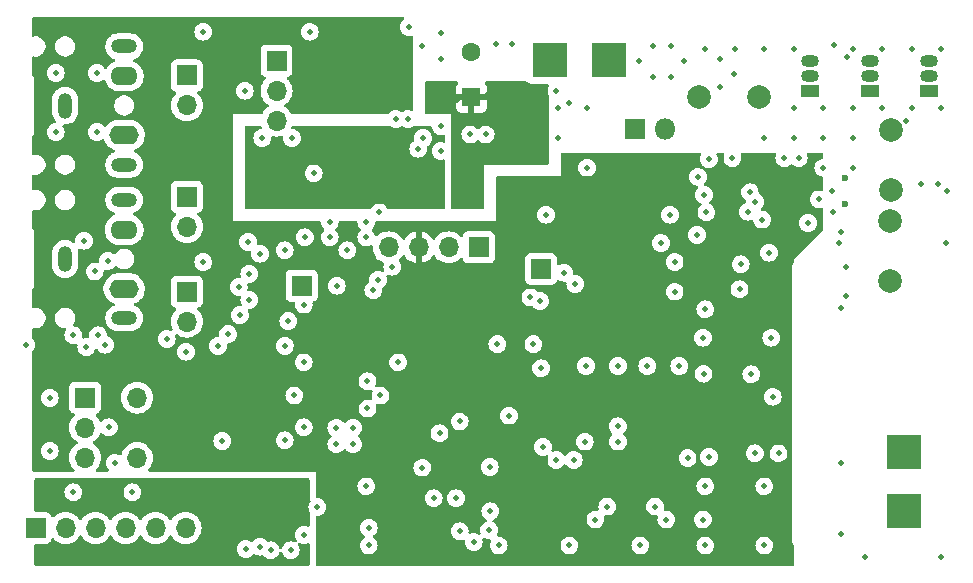
<source format=gbr>
%TF.GenerationSoftware,KiCad,Pcbnew,8.0.2*%
%TF.CreationDate,2025-04-20T12:58:55+12:00*%
%TF.ProjectId,summit_scourer,73756d6d-6974-45f7-9363-6f757265722e,rev?*%
%TF.SameCoordinates,Original*%
%TF.FileFunction,Copper,L3,Inr*%
%TF.FilePolarity,Positive*%
%FSLAX46Y46*%
G04 Gerber Fmt 4.6, Leading zero omitted, Abs format (unit mm)*
G04 Created by KiCad (PCBNEW 8.0.2) date 2025-04-20 12:58:55*
%MOMM*%
%LPD*%
G01*
G04 APERTURE LIST*
%TA.AperFunction,ComponentPad*%
%ADD10R,1.700000X1.700000*%
%TD*%
%TA.AperFunction,ComponentPad*%
%ADD11O,1.700000X1.700000*%
%TD*%
%TA.AperFunction,ComponentPad*%
%ADD12R,3.000000X3.000000*%
%TD*%
%TA.AperFunction,ComponentPad*%
%ADD13C,2.000000*%
%TD*%
%TA.AperFunction,ComponentPad*%
%ADD14R,1.500000X1.050000*%
%TD*%
%TA.AperFunction,ComponentPad*%
%ADD15O,1.500000X1.050000*%
%TD*%
%TA.AperFunction,ComponentPad*%
%ADD16O,2.200000X1.200000*%
%TD*%
%TA.AperFunction,ComponentPad*%
%ADD17O,2.300000X1.600000*%
%TD*%
%TA.AperFunction,ComponentPad*%
%ADD18O,1.200000X2.200000*%
%TD*%
%TA.AperFunction,ComponentPad*%
%ADD19O,2.500000X1.600000*%
%TD*%
%TA.AperFunction,ComponentPad*%
%ADD20R,1.800000X1.800000*%
%TD*%
%TA.AperFunction,ComponentPad*%
%ADD21O,1.800000X1.800000*%
%TD*%
%TA.AperFunction,ComponentPad*%
%ADD22R,1.600000X1.600000*%
%TD*%
%TA.AperFunction,ComponentPad*%
%ADD23C,1.600000*%
%TD*%
%TA.AperFunction,ViaPad*%
%ADD24C,0.500000*%
%TD*%
%TA.AperFunction,ViaPad*%
%ADD25C,0.600000*%
%TD*%
%TA.AperFunction,ViaPad*%
%ADD26C,0.800000*%
%TD*%
G04 APERTURE END LIST*
D10*
%TO.N,GND*%
%TO.C,MK1*%
X121100000Y-89975000D03*
D11*
%TO.N,/onboard_mic*%
X121100000Y-92515000D03*
%TD*%
D10*
%TO.N,Net-(J8-Pin_1)*%
%TO.C,J8*%
X145820000Y-94250000D03*
D11*
%TO.N,Net-(J8-Pin_2)*%
X143280000Y-94250000D03*
%TO.N,+3V3*%
X140740001Y-94250000D03*
%TO.N,GND*%
X138200000Y-94250000D03*
%TD*%
D12*
%TO.N,GND*%
%TO.C,H2*%
X151825000Y-78400000D03*
%TD*%
D13*
%TO.N,Net-(C49-Pad2)*%
%TO.C,L6*%
X180675000Y-92025000D03*
%TO.N,Net-(C11-Pad1)*%
X180675000Y-97105000D03*
%TD*%
D10*
%TO.N,Net-(U6-OUT_A)*%
%TO.C,RV1*%
X128700000Y-78450000D03*
D11*
%TO.N,Net-(U6-IN_A-)*%
X128700000Y-80990000D03*
%TO.N,Net-(R7-Pad2)*%
X128700000Y-83529999D03*
%TD*%
D13*
%TO.N,VBUS*%
%TO.C,L1*%
X164495001Y-81500000D03*
%TO.N,Net-(Q1-D)*%
X169575000Y-81500000D03*
%TD*%
D14*
%TO.N,Net-(Q1-D)*%
%TO.C,Q1*%
X173825000Y-81020001D03*
D15*
%TO.N,Net-(Q1-G)*%
X173825000Y-79750000D03*
%TO.N,GND*%
X173825000Y-78480001D03*
%TD*%
D12*
%TO.N,GND*%
%TO.C,H4*%
X181800000Y-116550000D03*
%TD*%
D10*
%TO.N,GND*%
%TO.C,J7*%
X108300000Y-118000000D03*
D11*
%TO.N,/ESP_boot*%
X110840000Y-118000000D03*
%TO.N,unconnected-(J7-Pin_3-Pad3)*%
X113379999Y-118000000D03*
%TO.N,/ESP_TX*%
X115920000Y-118000000D03*
%TO.N,/ESP_reset*%
X118460000Y-118000000D03*
%TO.N,/ESP_RX*%
X121000000Y-118000000D03*
%TD*%
D13*
%TO.N,Net-(C41-Pad2)*%
%TO.C,L3*%
X180700000Y-84360000D03*
%TO.N,Net-(C49-Pad2)*%
X180700000Y-89440000D03*
%TD*%
D10*
%TO.N,Net-(U4-IO4)*%
%TO.C,TP2*%
X151100000Y-96100000D03*
%TD*%
D12*
%TO.N,VBUS*%
%TO.C,H1*%
X156825000Y-78400000D03*
%TD*%
D10*
%TO.N,/onboard_key*%
%TO.C,SW7*%
X121100000Y-98000000D03*
D11*
%TO.N,GND*%
X121100000Y-100540000D03*
%TD*%
D16*
%TO.N,/audio_out_right*%
%TO.C,J4*%
X115800000Y-77250000D03*
D17*
%TO.N,Net-(J5-Pin_1)*%
X115800000Y-79750000D03*
D18*
%TO.N,GND*%
X110800000Y-82250000D03*
D16*
%TO.N,/audio_out_right*%
X115800000Y-87250000D03*
D19*
%TO.N,Net-(J5-Pin_1)*%
X115800000Y-84750000D03*
%TD*%
D14*
%TO.N,Net-(Q1-D)*%
%TO.C,Q4*%
X183974999Y-81020001D03*
D15*
%TO.N,Net-(Q1-G)*%
X183974999Y-79750000D03*
%TO.N,GND*%
X183974999Y-78480001D03*
%TD*%
D20*
%TO.N,Net-(D5-K)*%
%TO.C,D5*%
X159030000Y-84250000D03*
D21*
%TO.N,VBUS*%
X161570000Y-84250000D03*
%TD*%
D10*
%TO.N,Net-(U4-IO12)*%
%TO.C,TP1*%
X130825000Y-97500000D03*
%TD*%
D22*
%TO.N,VBUS_filtered*%
%TO.C,C54*%
X145200000Y-81552651D03*
D23*
%TO.N,GND*%
X145200000Y-77752651D03*
%TD*%
D10*
%TO.N,/Encoder.A*%
%TO.C,SW8*%
X112500000Y-106975000D03*
D11*
%TO.N,/Encoder.B*%
X112500000Y-112055000D03*
%TO.N,GND*%
X112500000Y-109515000D03*
%TO.N,/Encoder.btn*%
X116900000Y-106975000D03*
%TO.N,GND*%
X116900000Y-112075000D03*
%TD*%
D16*
%TO.N,Net-(C42-Pad2)*%
%TO.C,J3*%
X115800000Y-90250000D03*
D17*
%TO.N,/onboard_mic*%
X115800000Y-92750000D03*
D18*
%TO.N,GND*%
X110800000Y-95250000D03*
D16*
%TO.N,/PTT_key*%
X115800000Y-100250000D03*
D19*
%TO.N,/onboard_key*%
X115800000Y-97750000D03*
%TD*%
D10*
%TO.N,Net-(J5-Pin_1)*%
%TO.C,J5*%
X121100000Y-79700000D03*
D11*
%TO.N,GND*%
X121100000Y-82240000D03*
%TD*%
D14*
%TO.N,Net-(Q1-D)*%
%TO.C,Q3*%
X178935000Y-81020001D03*
D15*
%TO.N,Net-(Q1-G)*%
X178935000Y-79750000D03*
%TO.N,GND*%
X178935000Y-78480001D03*
%TD*%
D12*
%TO.N,Net-(J2-In)*%
%TO.C,H3*%
X181800000Y-111550000D03*
%TD*%
D24*
%TO.N,GND*%
X155700000Y-117300000D03*
X125500000Y-97600000D03*
X165000000Y-119500000D03*
X152500000Y-85000000D03*
X169200000Y-111700000D03*
X109500000Y-107000000D03*
X126400000Y-98700000D03*
X154800000Y-110700000D03*
X163500000Y-112100000D03*
X159500000Y-119500000D03*
X175000000Y-87500000D03*
X184700000Y-88900000D03*
X139000000Y-104000000D03*
D25*
X176800000Y-88400000D03*
D24*
X180000000Y-82500000D03*
X144200000Y-118300000D03*
X157600000Y-110700000D03*
X172500000Y-77500000D03*
X124100000Y-110650000D03*
X153500000Y-82000000D03*
X113300000Y-96300000D03*
X127500000Y-85000000D03*
X126100000Y-119800000D03*
X162400000Y-95500000D03*
X164800000Y-117300000D03*
X131500000Y-76000000D03*
X136300000Y-93400000D03*
X165000000Y-77500000D03*
X176950000Y-95955000D03*
X133200000Y-93400000D03*
X122500000Y-76000000D03*
X176450000Y-92927500D03*
X111500000Y-101700000D03*
X151250000Y-111150000D03*
X165100000Y-91300000D03*
X160750000Y-116200000D03*
X162100000Y-77200000D03*
X137500000Y-106800000D03*
X153850000Y-112250000D03*
X182000000Y-83600000D03*
X169800000Y-91900000D03*
X140700000Y-85900000D03*
X164900000Y-89800000D03*
X175800000Y-91300000D03*
X155000000Y-87500000D03*
X147500000Y-119500000D03*
X177500000Y-77500000D03*
X131100000Y-93400000D03*
X180000000Y-77500000D03*
X159400000Y-78500000D03*
X113500000Y-79500000D03*
X175700000Y-89500000D03*
X166225000Y-80650000D03*
X138500000Y-95900000D03*
X110000000Y-84500000D03*
X131850000Y-88000000D03*
X175000000Y-82500000D03*
X161700000Y-117300000D03*
X176500000Y-112500000D03*
X136300000Y-92100000D03*
X171200000Y-111700000D03*
X139800000Y-83400000D03*
X160600000Y-77200000D03*
X160600000Y-79800000D03*
X136400000Y-107900000D03*
X141000000Y-77200000D03*
X170000000Y-77500000D03*
X129400000Y-94500000D03*
X162000000Y-91500000D03*
X114500000Y-109500000D03*
D25*
X176800000Y-90600000D03*
D24*
X113600000Y-101700000D03*
X123750000Y-102600000D03*
X170000000Y-114500000D03*
X165000000Y-99500000D03*
X136500000Y-118000000D03*
X185000000Y-77500000D03*
X178500000Y-120500000D03*
X127300000Y-94800000D03*
X170000000Y-85000000D03*
X126300000Y-93800000D03*
X156700000Y-116200000D03*
X154000000Y-97350000D03*
X161250000Y-93900000D03*
X138800000Y-83400000D03*
X174600000Y-90200000D03*
X182500000Y-82500000D03*
X164400000Y-88300000D03*
X127300000Y-119600000D03*
X133770000Y-110920000D03*
X176950000Y-98355000D03*
X172500000Y-85000000D03*
X135170000Y-110920000D03*
X165300000Y-86800000D03*
X112600000Y-102700000D03*
X163200000Y-78500000D03*
X165000000Y-114500000D03*
X176350000Y-93855000D03*
X110000000Y-79500000D03*
X142600000Y-84000000D03*
X146700000Y-118200000D03*
X124600000Y-101600000D03*
X162400000Y-98000000D03*
X109500000Y-111500000D03*
X170600000Y-101900000D03*
X167900000Y-97800000D03*
X137300000Y-97000000D03*
X185000000Y-120500000D03*
X145400000Y-119200000D03*
X133200000Y-92100000D03*
X146400000Y-84700000D03*
X131000000Y-109500000D03*
X125600000Y-100000000D03*
X152400000Y-112250000D03*
X131000000Y-118600000D03*
X153500000Y-119500000D03*
X142600000Y-78300000D03*
X177000000Y-78100000D03*
X142600000Y-76100000D03*
X153050000Y-96400000D03*
X133770000Y-109520000D03*
X142500000Y-110000000D03*
X152500000Y-82500000D03*
X167500000Y-77500000D03*
X185500000Y-89500000D03*
X122500000Y-95500000D03*
X136300000Y-114500000D03*
X134700000Y-94500000D03*
X151500000Y-91500000D03*
X177500000Y-87500000D03*
X116500000Y-115000000D03*
X129700000Y-100500000D03*
X177500000Y-85000000D03*
X170000000Y-119500000D03*
X121025000Y-103100000D03*
X129900000Y-119900000D03*
X147300000Y-77000000D03*
X141100000Y-85000000D03*
X177500000Y-82500000D03*
X131000000Y-99100000D03*
X131000000Y-104000000D03*
X142600000Y-86100000D03*
X183300000Y-88900000D03*
X111500000Y-115000000D03*
X145100000Y-84700000D03*
X175000000Y-85000000D03*
X126000000Y-81000000D03*
X182500000Y-77500000D03*
X130000000Y-85000000D03*
X185350000Y-93855000D03*
X162800000Y-104300000D03*
X170700000Y-106900000D03*
X113500000Y-84500000D03*
X155000000Y-82500000D03*
X160100000Y-104300000D03*
X175900000Y-77100000D03*
X162100000Y-79800000D03*
X126400000Y-96500000D03*
X135170000Y-109520000D03*
X166225000Y-78350000D03*
X139900000Y-75600000D03*
X136400000Y-105600000D03*
X168000000Y-95700000D03*
X176500000Y-99400000D03*
X148600000Y-77000000D03*
X172500000Y-82500000D03*
X107500000Y-102500000D03*
X176500000Y-118500000D03*
X154900000Y-104300000D03*
X167425000Y-79550000D03*
X128200000Y-119900000D03*
X152400000Y-81000000D03*
X114400000Y-95400000D03*
X185000000Y-82500000D03*
X157600000Y-104300000D03*
X119400000Y-102000000D03*
X115000000Y-112500000D03*
%TO.N,+3V3*%
X167700000Y-103175001D03*
D26*
X120900000Y-108100000D03*
D24*
X169200000Y-103400000D03*
X112675000Y-86100000D03*
X164800000Y-106600000D03*
X109500000Y-98000000D03*
X137950000Y-77950000D03*
X110400000Y-99000000D03*
X163800000Y-99300000D03*
X122400000Y-106500000D03*
X135700000Y-116250000D03*
X137950000Y-81000000D03*
X169700000Y-97800000D03*
X171200000Y-95700000D03*
X113675000Y-87000000D03*
X134600000Y-81000000D03*
X169600000Y-95700000D03*
X110250000Y-93150000D03*
X136762500Y-77500000D03*
X109400000Y-92250000D03*
X134850000Y-117200000D03*
X169720000Y-89500000D03*
X124400000Y-108000000D03*
%TO.N,Net-(C8-Pad1)*%
X168603379Y-91242027D03*
%TO.N,Net-(Q1-G)*%
X136900000Y-97900000D03*
%TO.N,Net-(U1-VDD)*%
X157600000Y-109400000D03*
X165300000Y-112000000D03*
%TO.N,Net-(U8E-VCC)*%
X171700000Y-86700000D03*
X173700000Y-92200000D03*
X169200000Y-90400000D03*
%TO.N,Net-(C22-Pad1)*%
X167300000Y-86700000D03*
%TO.N,/ESP_reset*%
X132150000Y-116250000D03*
D26*
%TO.N,Net-(U4-VDD)*%
X120600000Y-114600000D03*
X126100000Y-115400000D03*
X129300000Y-116600000D03*
X124500000Y-114600000D03*
D24*
%TO.N,/PTT_key*%
X129400000Y-110600000D03*
%TO.N,/mic_in*%
X114200000Y-102500000D03*
X112400000Y-93700000D03*
%TO.N,/ESP_boot*%
X136500000Y-119500000D03*
%TO.N,+3V3_RX*%
X136274999Y-87280000D03*
X137950000Y-88805000D03*
X134687501Y-88900000D03*
X141800000Y-87100000D03*
X127300000Y-88200000D03*
%TO.N,VBUS_filtered*%
X144000000Y-81755000D03*
X149250000Y-85000000D03*
X148200000Y-82700000D03*
X150500000Y-86750000D03*
X142600000Y-80600000D03*
X150500000Y-83250000D03*
X145750000Y-88250000D03*
X146500000Y-81362500D03*
%TO.N,/ESP_TX*%
X143900000Y-115500000D03*
%TO.N,/ESP_RX*%
X141050000Y-112900000D03*
%TO.N,/I2C_SCL*%
X164850000Y-104950000D03*
X148370000Y-108500000D03*
X151100000Y-104500000D03*
%TO.N,/I2C_SDIO*%
X164800000Y-101900000D03*
X147400000Y-102450000D03*
X150450000Y-102450000D03*
%TO.N,Net-(R7-Pad2)*%
X137400000Y-91300000D03*
%TO.N,Net-(U3-VDD)*%
X168900000Y-105000000D03*
%TO.N,/~{SI_RST}*%
X150200000Y-98500000D03*
%TO.N,/TX_Mod*%
X130200000Y-106800000D03*
%TO.N,Net-(U4-IO2)*%
X151000000Y-98800000D03*
%TO.N,/V_sense*%
X129400000Y-102600000D03*
X133800000Y-97500000D03*
%TO.N,/Encoder.A*%
X144200000Y-109000000D03*
%TO.N,/Encoder.B*%
X146800000Y-116600000D03*
%TO.N,Net-(U8-Pad1)*%
X168800000Y-89600000D03*
X172900000Y-86700000D03*
X164300000Y-93200000D03*
X170400000Y-94700000D03*
%TO.N,Net-(U4-TXD0{slash}IO1)*%
X142000000Y-115500000D03*
%TO.N,Net-(U4-RXD0{slash}IO3)*%
X146750000Y-112850000D03*
%TD*%
%TA.AperFunction,Conductor*%
%TO.N,Net-(U4-VDD)*%
G36*
X131437539Y-113819685D02*
G01*
X131483294Y-113872489D01*
X131494500Y-113924000D01*
X131494500Y-115372900D01*
X131507824Y-115470890D01*
X131511782Y-115499997D01*
X131512852Y-115507866D01*
X131530532Y-115571678D01*
X131564407Y-115650604D01*
X131569534Y-115662548D01*
X131577886Y-115731917D01*
X131560580Y-115777427D01*
X131469545Y-115922307D01*
X131413685Y-116081943D01*
X131394751Y-116249997D01*
X131394751Y-116250002D01*
X131413685Y-116418056D01*
X131423656Y-116446550D01*
X131469306Y-116577011D01*
X131469545Y-116577692D01*
X131561573Y-116724153D01*
X131580573Y-116791389D01*
X131569373Y-116841637D01*
X131534664Y-116917637D01*
X131514976Y-116984685D01*
X131494500Y-117127104D01*
X131494500Y-117803151D01*
X131474815Y-117870190D01*
X131422011Y-117915945D01*
X131352853Y-117925889D01*
X131329546Y-117920193D01*
X131168057Y-117863686D01*
X131000003Y-117844751D01*
X130999997Y-117844751D01*
X130831943Y-117863685D01*
X130672305Y-117919545D01*
X130672302Y-117919547D01*
X130529115Y-118009518D01*
X130529109Y-118009523D01*
X130409523Y-118129109D01*
X130409518Y-118129115D01*
X130319547Y-118272302D01*
X130319545Y-118272305D01*
X130263685Y-118431943D01*
X130244751Y-118599997D01*
X130244751Y-118600002D01*
X130263685Y-118768056D01*
X130319545Y-118927692D01*
X130393446Y-119045304D01*
X130412446Y-119112540D01*
X130392078Y-119179376D01*
X130338811Y-119224590D01*
X130269554Y-119233828D01*
X130234786Y-119220861D01*
X130233966Y-119222566D01*
X130227694Y-119219545D01*
X130068056Y-119163685D01*
X129900003Y-119144751D01*
X129899997Y-119144751D01*
X129731943Y-119163685D01*
X129572305Y-119219545D01*
X129572302Y-119219547D01*
X129429115Y-119309518D01*
X129429109Y-119309523D01*
X129309523Y-119429109D01*
X129309518Y-119429115D01*
X129219547Y-119572302D01*
X129219542Y-119572313D01*
X129167041Y-119722352D01*
X129126320Y-119779128D01*
X129061367Y-119804875D01*
X128992805Y-119791419D01*
X128942403Y-119743031D01*
X128932959Y-119722352D01*
X128880457Y-119572313D01*
X128880452Y-119572302D01*
X128790481Y-119429115D01*
X128790476Y-119429109D01*
X128670890Y-119309523D01*
X128670884Y-119309518D01*
X128527697Y-119219547D01*
X128527694Y-119219545D01*
X128368056Y-119163685D01*
X128200003Y-119144751D01*
X128199997Y-119144751D01*
X128031941Y-119163686D01*
X128031938Y-119163686D01*
X128025933Y-119165788D01*
X127956154Y-119169344D01*
X127895530Y-119134610D01*
X127892387Y-119131020D01*
X127770890Y-119009523D01*
X127770884Y-119009518D01*
X127627697Y-118919547D01*
X127627694Y-118919545D01*
X127468056Y-118863685D01*
X127300003Y-118844751D01*
X127299997Y-118844751D01*
X127131943Y-118863685D01*
X126972305Y-118919545D01*
X126972302Y-118919547D01*
X126829115Y-119009518D01*
X126829109Y-119009523D01*
X126709525Y-119129107D01*
X126709520Y-119129113D01*
X126700026Y-119144223D01*
X126647690Y-119190512D01*
X126578636Y-119201158D01*
X126529063Y-119183241D01*
X126427692Y-119119545D01*
X126427691Y-119119544D01*
X126427690Y-119119544D01*
X126389370Y-119106135D01*
X126268056Y-119063685D01*
X126100003Y-119044751D01*
X126099997Y-119044751D01*
X125931943Y-119063685D01*
X125772305Y-119119545D01*
X125772302Y-119119547D01*
X125629115Y-119209518D01*
X125629109Y-119209523D01*
X125509523Y-119329109D01*
X125509518Y-119329115D01*
X125419547Y-119472302D01*
X125419545Y-119472305D01*
X125363685Y-119631943D01*
X125344751Y-119799997D01*
X125344751Y-119800002D01*
X125363685Y-119968056D01*
X125419545Y-120127694D01*
X125419547Y-120127697D01*
X125509518Y-120270884D01*
X125509523Y-120270890D01*
X125629109Y-120390476D01*
X125629115Y-120390481D01*
X125772302Y-120480452D01*
X125772305Y-120480454D01*
X125772309Y-120480455D01*
X125772310Y-120480456D01*
X125800946Y-120490476D01*
X125931943Y-120536314D01*
X126099997Y-120555249D01*
X126100000Y-120555249D01*
X126100003Y-120555249D01*
X126268056Y-120536314D01*
X126268059Y-120536313D01*
X126427690Y-120480456D01*
X126427692Y-120480454D01*
X126427694Y-120480454D01*
X126427697Y-120480452D01*
X126570884Y-120390481D01*
X126570885Y-120390480D01*
X126570890Y-120390477D01*
X126690477Y-120270890D01*
X126699971Y-120255780D01*
X126752301Y-120209491D01*
X126821354Y-120198840D01*
X126870937Y-120216759D01*
X126957087Y-120270891D01*
X126972307Y-120280454D01*
X126972305Y-120280454D01*
X126972309Y-120280455D01*
X126972310Y-120280456D01*
X127033782Y-120301966D01*
X127131943Y-120336314D01*
X127299997Y-120355249D01*
X127300000Y-120355249D01*
X127300003Y-120355249D01*
X127468052Y-120336314D01*
X127468052Y-120336313D01*
X127468059Y-120336313D01*
X127474052Y-120334215D01*
X127543826Y-120330650D01*
X127604456Y-120365375D01*
X127607610Y-120368977D01*
X127729109Y-120490476D01*
X127729115Y-120490481D01*
X127872302Y-120580452D01*
X127872305Y-120580454D01*
X127872309Y-120580455D01*
X127872310Y-120580456D01*
X127944913Y-120605860D01*
X128031943Y-120636314D01*
X128199997Y-120655249D01*
X128200000Y-120655249D01*
X128200003Y-120655249D01*
X128368056Y-120636314D01*
X128368059Y-120636313D01*
X128527690Y-120580456D01*
X128527692Y-120580454D01*
X128527694Y-120580454D01*
X128527697Y-120580452D01*
X128670884Y-120490481D01*
X128670885Y-120490480D01*
X128670890Y-120490477D01*
X128790477Y-120370890D01*
X128791679Y-120368977D01*
X128880452Y-120227697D01*
X128880454Y-120227694D01*
X128880454Y-120227692D01*
X128880456Y-120227690D01*
X128932958Y-120077646D01*
X128973680Y-120020871D01*
X129038633Y-119995124D01*
X129107195Y-120008580D01*
X129157597Y-120056967D01*
X129167042Y-120077647D01*
X129219545Y-120227694D01*
X129219547Y-120227697D01*
X129309518Y-120370884D01*
X129309523Y-120370890D01*
X129429109Y-120490476D01*
X129429115Y-120490481D01*
X129572302Y-120580452D01*
X129572305Y-120580454D01*
X129572309Y-120580455D01*
X129572310Y-120580456D01*
X129644913Y-120605860D01*
X129731943Y-120636314D01*
X129899997Y-120655249D01*
X129900000Y-120655249D01*
X129900003Y-120655249D01*
X130068056Y-120636314D01*
X130068059Y-120636313D01*
X130227690Y-120580456D01*
X130227692Y-120580454D01*
X130227694Y-120580454D01*
X130227697Y-120580452D01*
X130370884Y-120490481D01*
X130370885Y-120490480D01*
X130370890Y-120490477D01*
X130490477Y-120370890D01*
X130491679Y-120368977D01*
X130580452Y-120227697D01*
X130580454Y-120227694D01*
X130580454Y-120227692D01*
X130580456Y-120227690D01*
X130636313Y-120068059D01*
X130636313Y-120068058D01*
X130636314Y-120068056D01*
X130655249Y-119900002D01*
X130655249Y-119899997D01*
X130636314Y-119731943D01*
X130601322Y-119631943D01*
X130580456Y-119572310D01*
X130580454Y-119572307D01*
X130580454Y-119572306D01*
X130506554Y-119454696D01*
X130487553Y-119387459D01*
X130507920Y-119320624D01*
X130561188Y-119275409D01*
X130630444Y-119266171D01*
X130665210Y-119279145D01*
X130666034Y-119277434D01*
X130672305Y-119280454D01*
X130672309Y-119280455D01*
X130672310Y-119280456D01*
X130710434Y-119293796D01*
X130831943Y-119336314D01*
X130999997Y-119355249D01*
X131000000Y-119355249D01*
X131000003Y-119355249D01*
X131168059Y-119336313D01*
X131168061Y-119336313D01*
X131329545Y-119279807D01*
X131399324Y-119276245D01*
X131459951Y-119310973D01*
X131492179Y-119372967D01*
X131494500Y-119396848D01*
X131494500Y-121125500D01*
X131474815Y-121192539D01*
X131422011Y-121238294D01*
X131370500Y-121249500D01*
X108324000Y-121249500D01*
X108256961Y-121229815D01*
X108211206Y-121177011D01*
X108200000Y-121125500D01*
X108200000Y-119474499D01*
X108219685Y-119407460D01*
X108272489Y-119361705D01*
X108323997Y-119350499D01*
X109197872Y-119350499D01*
X109257483Y-119344091D01*
X109392331Y-119293796D01*
X109507546Y-119207546D01*
X109593796Y-119092331D01*
X109642810Y-118960916D01*
X109684681Y-118904984D01*
X109750145Y-118880566D01*
X109818418Y-118895417D01*
X109846673Y-118916569D01*
X109968599Y-119038495D01*
X110062572Y-119104296D01*
X110162165Y-119174032D01*
X110162167Y-119174033D01*
X110162170Y-119174035D01*
X110376337Y-119273903D01*
X110376343Y-119273904D01*
X110376344Y-119273905D01*
X110398371Y-119279807D01*
X110604592Y-119335063D01*
X110781034Y-119350500D01*
X110839999Y-119355659D01*
X110840000Y-119355659D01*
X110840001Y-119355659D01*
X110898966Y-119350500D01*
X111075408Y-119335063D01*
X111303663Y-119273903D01*
X111517830Y-119174035D01*
X111711401Y-119038495D01*
X111878495Y-118871401D01*
X112008424Y-118685842D01*
X112063001Y-118642218D01*
X112132499Y-118635024D01*
X112194854Y-118666547D01*
X112211573Y-118685841D01*
X112341504Y-118871401D01*
X112508598Y-119038495D01*
X112602571Y-119104296D01*
X112702164Y-119174032D01*
X112702166Y-119174033D01*
X112702169Y-119174035D01*
X112916336Y-119273903D01*
X112916342Y-119273904D01*
X112916343Y-119273905D01*
X112938370Y-119279807D01*
X113144591Y-119335063D01*
X113321033Y-119350500D01*
X113379998Y-119355659D01*
X113379999Y-119355659D01*
X113380000Y-119355659D01*
X113438965Y-119350500D01*
X113615407Y-119335063D01*
X113843662Y-119273903D01*
X114057829Y-119174035D01*
X114251400Y-119038495D01*
X114418494Y-118871401D01*
X114548425Y-118685839D01*
X114603001Y-118642216D01*
X114672499Y-118635022D01*
X114734854Y-118666545D01*
X114751572Y-118685838D01*
X114881505Y-118871401D01*
X115048599Y-119038495D01*
X115142572Y-119104296D01*
X115242165Y-119174032D01*
X115242167Y-119174033D01*
X115242170Y-119174035D01*
X115456337Y-119273903D01*
X115456343Y-119273904D01*
X115456344Y-119273905D01*
X115478371Y-119279807D01*
X115684592Y-119335063D01*
X115861034Y-119350500D01*
X115919999Y-119355659D01*
X115920000Y-119355659D01*
X115920001Y-119355659D01*
X115978966Y-119350500D01*
X116155408Y-119335063D01*
X116383663Y-119273903D01*
X116597830Y-119174035D01*
X116791401Y-119038495D01*
X116958495Y-118871401D01*
X117088426Y-118685841D01*
X117143002Y-118642217D01*
X117212500Y-118635023D01*
X117274855Y-118666546D01*
X117291575Y-118685842D01*
X117421500Y-118871395D01*
X117421505Y-118871401D01*
X117588599Y-119038495D01*
X117682572Y-119104296D01*
X117782165Y-119174032D01*
X117782167Y-119174033D01*
X117782170Y-119174035D01*
X117996337Y-119273903D01*
X117996343Y-119273904D01*
X117996344Y-119273905D01*
X118018371Y-119279807D01*
X118224592Y-119335063D01*
X118401034Y-119350500D01*
X118459999Y-119355659D01*
X118460000Y-119355659D01*
X118460001Y-119355659D01*
X118518966Y-119350500D01*
X118695408Y-119335063D01*
X118923663Y-119273903D01*
X119137830Y-119174035D01*
X119331401Y-119038495D01*
X119498495Y-118871401D01*
X119628426Y-118685841D01*
X119683002Y-118642217D01*
X119752500Y-118635023D01*
X119814855Y-118666546D01*
X119831575Y-118685842D01*
X119961500Y-118871395D01*
X119961505Y-118871401D01*
X120128599Y-119038495D01*
X120222572Y-119104296D01*
X120322165Y-119174032D01*
X120322167Y-119174033D01*
X120322170Y-119174035D01*
X120536337Y-119273903D01*
X120536343Y-119273904D01*
X120536344Y-119273905D01*
X120558371Y-119279807D01*
X120764592Y-119335063D01*
X120941034Y-119350500D01*
X120999999Y-119355659D01*
X121000000Y-119355659D01*
X121000001Y-119355659D01*
X121058966Y-119350500D01*
X121235408Y-119335063D01*
X121463663Y-119273903D01*
X121677830Y-119174035D01*
X121871401Y-119038495D01*
X122038495Y-118871401D01*
X122174035Y-118677830D01*
X122273903Y-118463663D01*
X122335063Y-118235408D01*
X122355659Y-118000000D01*
X122335063Y-117764592D01*
X122273903Y-117536337D01*
X122174035Y-117322171D01*
X122168425Y-117314158D01*
X122038494Y-117128597D01*
X121871402Y-116961506D01*
X121871395Y-116961501D01*
X121677834Y-116825967D01*
X121677830Y-116825965D01*
X121606624Y-116792761D01*
X121463663Y-116726097D01*
X121463659Y-116726096D01*
X121463655Y-116726094D01*
X121235413Y-116664938D01*
X121235403Y-116664936D01*
X121000001Y-116644341D01*
X120999999Y-116644341D01*
X120764596Y-116664936D01*
X120764586Y-116664938D01*
X120536344Y-116726094D01*
X120536335Y-116726098D01*
X120322171Y-116825964D01*
X120322169Y-116825965D01*
X120128597Y-116961505D01*
X119961505Y-117128597D01*
X119831575Y-117314158D01*
X119776998Y-117357783D01*
X119707500Y-117364977D01*
X119645145Y-117333454D01*
X119628425Y-117314158D01*
X119498494Y-117128597D01*
X119331402Y-116961506D01*
X119331395Y-116961501D01*
X119137834Y-116825967D01*
X119137830Y-116825965D01*
X119066624Y-116792761D01*
X118923663Y-116726097D01*
X118923659Y-116726096D01*
X118923655Y-116726094D01*
X118695413Y-116664938D01*
X118695403Y-116664936D01*
X118460001Y-116644341D01*
X118459999Y-116644341D01*
X118224596Y-116664936D01*
X118224586Y-116664938D01*
X117996344Y-116726094D01*
X117996335Y-116726098D01*
X117782171Y-116825964D01*
X117782169Y-116825965D01*
X117588597Y-116961505D01*
X117421505Y-117128597D01*
X117291575Y-117314158D01*
X117236998Y-117357783D01*
X117167500Y-117364977D01*
X117105145Y-117333454D01*
X117088425Y-117314158D01*
X116958494Y-117128597D01*
X116791402Y-116961506D01*
X116791395Y-116961501D01*
X116597834Y-116825967D01*
X116597830Y-116825965D01*
X116526624Y-116792761D01*
X116383663Y-116726097D01*
X116383659Y-116726096D01*
X116383655Y-116726094D01*
X116155413Y-116664938D01*
X116155403Y-116664936D01*
X115920001Y-116644341D01*
X115919999Y-116644341D01*
X115684596Y-116664936D01*
X115684586Y-116664938D01*
X115456344Y-116726094D01*
X115456335Y-116726098D01*
X115242171Y-116825964D01*
X115242169Y-116825965D01*
X115048597Y-116961505D01*
X114881508Y-117128594D01*
X114751574Y-117314160D01*
X114696997Y-117357784D01*
X114627498Y-117364977D01*
X114565144Y-117333455D01*
X114548424Y-117314159D01*
X114418493Y-117128597D01*
X114251401Y-116961506D01*
X114251394Y-116961501D01*
X114057833Y-116825967D01*
X114057829Y-116825965D01*
X113986623Y-116792761D01*
X113843662Y-116726097D01*
X113843658Y-116726096D01*
X113843654Y-116726094D01*
X113615412Y-116664938D01*
X113615402Y-116664936D01*
X113380000Y-116644341D01*
X113379998Y-116644341D01*
X113144595Y-116664936D01*
X113144585Y-116664938D01*
X112916343Y-116726094D01*
X112916334Y-116726098D01*
X112702170Y-116825964D01*
X112702168Y-116825965D01*
X112508596Y-116961505D01*
X112341507Y-117128594D01*
X112211574Y-117314158D01*
X112156997Y-117357782D01*
X112087498Y-117364975D01*
X112025144Y-117333453D01*
X112008424Y-117314157D01*
X111878494Y-117128597D01*
X111711402Y-116961506D01*
X111711395Y-116961501D01*
X111517834Y-116825967D01*
X111517830Y-116825965D01*
X111446624Y-116792761D01*
X111303663Y-116726097D01*
X111303659Y-116726096D01*
X111303655Y-116726094D01*
X111075413Y-116664938D01*
X111075403Y-116664936D01*
X110840001Y-116644341D01*
X110839999Y-116644341D01*
X110604596Y-116664936D01*
X110604586Y-116664938D01*
X110376344Y-116726094D01*
X110376335Y-116726098D01*
X110162171Y-116825964D01*
X110162169Y-116825965D01*
X109968600Y-116961503D01*
X109846673Y-117083430D01*
X109785350Y-117116914D01*
X109715658Y-117111930D01*
X109659725Y-117070058D01*
X109642810Y-117039081D01*
X109593797Y-116907671D01*
X109593793Y-116907664D01*
X109507547Y-116792455D01*
X109507544Y-116792452D01*
X109392335Y-116706206D01*
X109392328Y-116706202D01*
X109257482Y-116655908D01*
X109257483Y-116655908D01*
X109197883Y-116649501D01*
X109197881Y-116649500D01*
X109197873Y-116649500D01*
X109197865Y-116649500D01*
X108324000Y-116649500D01*
X108256961Y-116629815D01*
X108211206Y-116577011D01*
X108200000Y-116525500D01*
X108200000Y-114999997D01*
X110744751Y-114999997D01*
X110744751Y-115000002D01*
X110763685Y-115168056D01*
X110819545Y-115327694D01*
X110819547Y-115327697D01*
X110909518Y-115470884D01*
X110909523Y-115470890D01*
X111029109Y-115590476D01*
X111029115Y-115590481D01*
X111172302Y-115680452D01*
X111172305Y-115680454D01*
X111172309Y-115680455D01*
X111172310Y-115680456D01*
X111207476Y-115692761D01*
X111331943Y-115736314D01*
X111499997Y-115755249D01*
X111500000Y-115755249D01*
X111500003Y-115755249D01*
X111668056Y-115736314D01*
X111708583Y-115722133D01*
X111827690Y-115680456D01*
X111827692Y-115680454D01*
X111827694Y-115680454D01*
X111827697Y-115680452D01*
X111970884Y-115590481D01*
X111970885Y-115590480D01*
X111970890Y-115590477D01*
X112090477Y-115470890D01*
X112152052Y-115372895D01*
X112180452Y-115327697D01*
X112180454Y-115327694D01*
X112180454Y-115327692D01*
X112180456Y-115327690D01*
X112236313Y-115168059D01*
X112236313Y-115168058D01*
X112236314Y-115168056D01*
X112255249Y-115000002D01*
X112255249Y-114999997D01*
X115744751Y-114999997D01*
X115744751Y-115000002D01*
X115763685Y-115168056D01*
X115819545Y-115327694D01*
X115819547Y-115327697D01*
X115909518Y-115470884D01*
X115909523Y-115470890D01*
X116029109Y-115590476D01*
X116029115Y-115590481D01*
X116172302Y-115680452D01*
X116172305Y-115680454D01*
X116172309Y-115680455D01*
X116172310Y-115680456D01*
X116207476Y-115692761D01*
X116331943Y-115736314D01*
X116499997Y-115755249D01*
X116500000Y-115755249D01*
X116500003Y-115755249D01*
X116668056Y-115736314D01*
X116708583Y-115722133D01*
X116827690Y-115680456D01*
X116827692Y-115680454D01*
X116827694Y-115680454D01*
X116827697Y-115680452D01*
X116970884Y-115590481D01*
X116970885Y-115590480D01*
X116970890Y-115590477D01*
X117090477Y-115470890D01*
X117152052Y-115372895D01*
X117180452Y-115327697D01*
X117180454Y-115327694D01*
X117180454Y-115327692D01*
X117180456Y-115327690D01*
X117236313Y-115168059D01*
X117236313Y-115168058D01*
X117236314Y-115168056D01*
X117255249Y-115000002D01*
X117255249Y-114999997D01*
X117236314Y-114831943D01*
X117180454Y-114672305D01*
X117180452Y-114672302D01*
X117090481Y-114529115D01*
X117090476Y-114529109D01*
X116970890Y-114409523D01*
X116970884Y-114409518D01*
X116827697Y-114319547D01*
X116827694Y-114319545D01*
X116668056Y-114263685D01*
X116500003Y-114244751D01*
X116499997Y-114244751D01*
X116331943Y-114263685D01*
X116172305Y-114319545D01*
X116172302Y-114319547D01*
X116029115Y-114409518D01*
X116029109Y-114409523D01*
X115909523Y-114529109D01*
X115909518Y-114529115D01*
X115819547Y-114672302D01*
X115819545Y-114672305D01*
X115763685Y-114831943D01*
X115744751Y-114999997D01*
X112255249Y-114999997D01*
X112236314Y-114831943D01*
X112180454Y-114672305D01*
X112180452Y-114672302D01*
X112090481Y-114529115D01*
X112090476Y-114529109D01*
X111970890Y-114409523D01*
X111970884Y-114409518D01*
X111827697Y-114319547D01*
X111827694Y-114319545D01*
X111668056Y-114263685D01*
X111500003Y-114244751D01*
X111499997Y-114244751D01*
X111331943Y-114263685D01*
X111172305Y-114319545D01*
X111172302Y-114319547D01*
X111029115Y-114409518D01*
X111029109Y-114409523D01*
X110909523Y-114529109D01*
X110909518Y-114529115D01*
X110819547Y-114672302D01*
X110819545Y-114672305D01*
X110763685Y-114831943D01*
X110744751Y-114999997D01*
X108200000Y-114999997D01*
X108200000Y-113924000D01*
X108219685Y-113856961D01*
X108272489Y-113811206D01*
X108324000Y-113800000D01*
X131370500Y-113800000D01*
X131437539Y-113819685D01*
G37*
%TD.AperFunction*%
%TD*%
%TA.AperFunction,Conductor*%
%TO.N,+3V3*%
G36*
X139477968Y-74770185D02*
G01*
X139523723Y-74822989D01*
X139533667Y-74892147D01*
X139504642Y-74955703D01*
X139476901Y-74979494D01*
X139429109Y-75009523D01*
X139309523Y-75129109D01*
X139309518Y-75129115D01*
X139219547Y-75272302D01*
X139219545Y-75272305D01*
X139163685Y-75431943D01*
X139144751Y-75599997D01*
X139144751Y-75600002D01*
X139163685Y-75768056D01*
X139219545Y-75927694D01*
X139219547Y-75927697D01*
X139309518Y-76070884D01*
X139309523Y-76070890D01*
X139429109Y-76190476D01*
X139429115Y-76190481D01*
X139572302Y-76280452D01*
X139572305Y-76280454D01*
X139572309Y-76280455D01*
X139572310Y-76280456D01*
X139603632Y-76291416D01*
X139731943Y-76336314D01*
X139899997Y-76355249D01*
X139900000Y-76355249D01*
X139900003Y-76355249D01*
X140026044Y-76341047D01*
X140068059Y-76336313D01*
X140077548Y-76332992D01*
X140085044Y-76330370D01*
X140154823Y-76326807D01*
X140215450Y-76361535D01*
X140247678Y-76423528D01*
X140250000Y-76447411D01*
X140250000Y-77146452D01*
X140249220Y-77160336D01*
X140244751Y-77199997D01*
X140244751Y-77200001D01*
X140249220Y-77239661D01*
X140250000Y-77253546D01*
X140250000Y-82587580D01*
X140230315Y-82654619D01*
X140177511Y-82700374D01*
X140108353Y-82710318D01*
X140085046Y-82704622D01*
X139968057Y-82663686D01*
X139800003Y-82644751D01*
X139799997Y-82644751D01*
X139631943Y-82663685D01*
X139472307Y-82719545D01*
X139365972Y-82786361D01*
X139298736Y-82805361D01*
X139234028Y-82786361D01*
X139127692Y-82719545D01*
X139127691Y-82719544D01*
X139127690Y-82719544D01*
X139082307Y-82703664D01*
X138968056Y-82663685D01*
X138800003Y-82644751D01*
X138799997Y-82644751D01*
X138631943Y-82663685D01*
X138472305Y-82719545D01*
X138472302Y-82719547D01*
X138329115Y-82809518D01*
X138329109Y-82809523D01*
X138209523Y-82929109D01*
X138209523Y-82929110D01*
X138201441Y-82941971D01*
X138149109Y-82988262D01*
X138096448Y-83000000D01*
X130021966Y-83000000D01*
X129954927Y-82980315D01*
X129909584Y-82928405D01*
X129899231Y-82906204D01*
X129874035Y-82852170D01*
X129872167Y-82849501D01*
X129738494Y-82658596D01*
X129571402Y-82491505D01*
X129571401Y-82491504D01*
X129385842Y-82361574D01*
X129342218Y-82306997D01*
X129335025Y-82237498D01*
X129366547Y-82175144D01*
X129385843Y-82158424D01*
X129571401Y-82028495D01*
X129738495Y-81861401D01*
X129874035Y-81667830D01*
X129973903Y-81453663D01*
X130035063Y-81225408D01*
X130055659Y-80990000D01*
X130035063Y-80754592D01*
X129973903Y-80526337D01*
X129874035Y-80312171D01*
X129871713Y-80308855D01*
X129738496Y-80118600D01*
X129679419Y-80059523D01*
X129616567Y-79996671D01*
X129583084Y-79935351D01*
X129588068Y-79865659D01*
X129629939Y-79809725D01*
X129660915Y-79792810D01*
X129792331Y-79743796D01*
X129907546Y-79657546D01*
X129993796Y-79542331D01*
X130044091Y-79407483D01*
X130050500Y-79347873D01*
X130050499Y-77552128D01*
X130044091Y-77492517D01*
X129993796Y-77357669D01*
X129993795Y-77357668D01*
X129993793Y-77357664D01*
X129907547Y-77242455D01*
X129907544Y-77242452D01*
X129792335Y-77156206D01*
X129792328Y-77156202D01*
X129657482Y-77105908D01*
X129657483Y-77105908D01*
X129597883Y-77099501D01*
X129597881Y-77099500D01*
X129597873Y-77099500D01*
X129597864Y-77099500D01*
X127802129Y-77099500D01*
X127802123Y-77099501D01*
X127742516Y-77105908D01*
X127607671Y-77156202D01*
X127607664Y-77156206D01*
X127492455Y-77242452D01*
X127492452Y-77242455D01*
X127406206Y-77357664D01*
X127406202Y-77357671D01*
X127355908Y-77492517D01*
X127352313Y-77525959D01*
X127349501Y-77552123D01*
X127349500Y-77552135D01*
X127349500Y-79347870D01*
X127349501Y-79347876D01*
X127355908Y-79407483D01*
X127406202Y-79542328D01*
X127406206Y-79542335D01*
X127492452Y-79657544D01*
X127492455Y-79657547D01*
X127607664Y-79743793D01*
X127607671Y-79743797D01*
X127739081Y-79792810D01*
X127795015Y-79834681D01*
X127819432Y-79900145D01*
X127804580Y-79968418D01*
X127783430Y-79996673D01*
X127661503Y-80118600D01*
X127525965Y-80312169D01*
X127525964Y-80312171D01*
X127426098Y-80526335D01*
X127426094Y-80526344D01*
X127364938Y-80754586D01*
X127364936Y-80754596D01*
X127344341Y-80989999D01*
X127344341Y-80990000D01*
X127364936Y-81225403D01*
X127364938Y-81225413D01*
X127426094Y-81453655D01*
X127426096Y-81453659D01*
X127426097Y-81453663D01*
X127518809Y-81652484D01*
X127525965Y-81667830D01*
X127525967Y-81667834D01*
X127593085Y-81763687D01*
X127641891Y-81833390D01*
X127661501Y-81861395D01*
X127661506Y-81861402D01*
X127828597Y-82028493D01*
X127828603Y-82028498D01*
X127905997Y-82082690D01*
X127955985Y-82117692D01*
X128014157Y-82158424D01*
X128057782Y-82213001D01*
X128064976Y-82282499D01*
X128033453Y-82344854D01*
X128014158Y-82361574D01*
X127828594Y-82491507D01*
X127661505Y-82658596D01*
X127525965Y-82852168D01*
X127525964Y-82852170D01*
X127490416Y-82928405D01*
X127444244Y-82980844D01*
X127378034Y-83000000D01*
X125000000Y-83000000D01*
X125000000Y-92000000D01*
X132322670Y-92000000D01*
X132389709Y-92019685D01*
X132435464Y-92072489D01*
X132445890Y-92110116D01*
X132463685Y-92268056D01*
X132519545Y-92427694D01*
X132519547Y-92427697D01*
X132609518Y-92570884D01*
X132609523Y-92570890D01*
X132700952Y-92662319D01*
X132734437Y-92723642D01*
X132729453Y-92793334D01*
X132700952Y-92837681D01*
X132609523Y-92929109D01*
X132609518Y-92929115D01*
X132519547Y-93072302D01*
X132519545Y-93072305D01*
X132463685Y-93231943D01*
X132444751Y-93399997D01*
X132444751Y-93400002D01*
X132463685Y-93568056D01*
X132519545Y-93727694D01*
X132519547Y-93727697D01*
X132609518Y-93870884D01*
X132609523Y-93870890D01*
X132729109Y-93990476D01*
X132729115Y-93990481D01*
X132872302Y-94080452D01*
X132872305Y-94080454D01*
X132872309Y-94080455D01*
X132872310Y-94080456D01*
X132944913Y-94105860D01*
X133031943Y-94136314D01*
X133199997Y-94155249D01*
X133200000Y-94155249D01*
X133200003Y-94155249D01*
X133368056Y-94136314D01*
X133392682Y-94127697D01*
X133527690Y-94080456D01*
X133527692Y-94080454D01*
X133527694Y-94080454D01*
X133527697Y-94080452D01*
X133670884Y-93990481D01*
X133670885Y-93990480D01*
X133670890Y-93990477D01*
X133790477Y-93870890D01*
X133803565Y-93850061D01*
X133880452Y-93727697D01*
X133880454Y-93727694D01*
X133880454Y-93727692D01*
X133880456Y-93727690D01*
X133936313Y-93568059D01*
X133936313Y-93568058D01*
X133936314Y-93568056D01*
X133955249Y-93400002D01*
X133955249Y-93399997D01*
X133936314Y-93231943D01*
X133893477Y-93109523D01*
X133880456Y-93072310D01*
X133880455Y-93072309D01*
X133880454Y-93072305D01*
X133880452Y-93072302D01*
X133790481Y-92929115D01*
X133790476Y-92929109D01*
X133699048Y-92837681D01*
X133665563Y-92776358D01*
X133670547Y-92706666D01*
X133699048Y-92662319D01*
X133744187Y-92617180D01*
X133790477Y-92570890D01*
X133790481Y-92570884D01*
X133880452Y-92427697D01*
X133880454Y-92427694D01*
X133880454Y-92427692D01*
X133880456Y-92427690D01*
X133936313Y-92268059D01*
X133936313Y-92268058D01*
X133936314Y-92268056D01*
X133954110Y-92110116D01*
X133981177Y-92045702D01*
X134038772Y-92006147D01*
X134077330Y-92000000D01*
X135422670Y-92000000D01*
X135489709Y-92019685D01*
X135535464Y-92072489D01*
X135545890Y-92110116D01*
X135563685Y-92268056D01*
X135619545Y-92427694D01*
X135619547Y-92427697D01*
X135709518Y-92570884D01*
X135709523Y-92570890D01*
X135800952Y-92662319D01*
X135834437Y-92723642D01*
X135829453Y-92793334D01*
X135800952Y-92837681D01*
X135709523Y-92929109D01*
X135709518Y-92929115D01*
X135619547Y-93072302D01*
X135619545Y-93072305D01*
X135563685Y-93231943D01*
X135544751Y-93399997D01*
X135544751Y-93400002D01*
X135563685Y-93568056D01*
X135619545Y-93727694D01*
X135619547Y-93727697D01*
X135709518Y-93870884D01*
X135709523Y-93870890D01*
X135829109Y-93990476D01*
X135829115Y-93990481D01*
X135972302Y-94080452D01*
X135972305Y-94080454D01*
X135972309Y-94080455D01*
X135972310Y-94080456D01*
X136044913Y-94105860D01*
X136131943Y-94136314D01*
X136299997Y-94155249D01*
X136300000Y-94155249D01*
X136300003Y-94155249D01*
X136468056Y-94136314D01*
X136492682Y-94127697D01*
X136627690Y-94080456D01*
X136661395Y-94059277D01*
X136728629Y-94040277D01*
X136795465Y-94060643D01*
X136840680Y-94113911D01*
X136850895Y-94175077D01*
X136844341Y-94249996D01*
X136844341Y-94250000D01*
X136864936Y-94485403D01*
X136864938Y-94485413D01*
X136926094Y-94713655D01*
X136926096Y-94713659D01*
X136926097Y-94713663D01*
X136998092Y-94868056D01*
X137025965Y-94927830D01*
X137025967Y-94927834D01*
X137127125Y-95072302D01*
X137161505Y-95121401D01*
X137328599Y-95288495D01*
X137425384Y-95356265D01*
X137522165Y-95424032D01*
X137522167Y-95424033D01*
X137522170Y-95424035D01*
X137694955Y-95504606D01*
X137720736Y-95516628D01*
X137773175Y-95562800D01*
X137792327Y-95629994D01*
X137785373Y-95669964D01*
X137763686Y-95731942D01*
X137744751Y-95899997D01*
X137744751Y-95900002D01*
X137763686Y-96068057D01*
X137798206Y-96166712D01*
X137801767Y-96236491D01*
X137767038Y-96297118D01*
X137705044Y-96329345D01*
X137635469Y-96322939D01*
X137627850Y-96319600D01*
X137468056Y-96263685D01*
X137300003Y-96244751D01*
X137299997Y-96244751D01*
X137131943Y-96263685D01*
X136972305Y-96319545D01*
X136972302Y-96319547D01*
X136829115Y-96409518D01*
X136829109Y-96409523D01*
X136709523Y-96529109D01*
X136709518Y-96529115D01*
X136619547Y-96672302D01*
X136619545Y-96672305D01*
X136563685Y-96831943D01*
X136544751Y-96999997D01*
X136544751Y-97000003D01*
X136560950Y-97143776D01*
X136548895Y-97212597D01*
X136503703Y-97262652D01*
X136429112Y-97309521D01*
X136429109Y-97309523D01*
X136309523Y-97429109D01*
X136309518Y-97429115D01*
X136219547Y-97572302D01*
X136219545Y-97572305D01*
X136163685Y-97731943D01*
X136144751Y-97899997D01*
X136144751Y-97900002D01*
X136163685Y-98068056D01*
X136219545Y-98227694D01*
X136219547Y-98227697D01*
X136309518Y-98370884D01*
X136309523Y-98370890D01*
X136429109Y-98490476D01*
X136429115Y-98490481D01*
X136572302Y-98580452D01*
X136572305Y-98580454D01*
X136572309Y-98580455D01*
X136572310Y-98580456D01*
X136620199Y-98597213D01*
X136731943Y-98636314D01*
X136899997Y-98655249D01*
X136900000Y-98655249D01*
X136900003Y-98655249D01*
X137068056Y-98636314D01*
X137080548Y-98631943D01*
X137227690Y-98580456D01*
X137227692Y-98580454D01*
X137227694Y-98580454D01*
X137227697Y-98580452D01*
X137355739Y-98499997D01*
X149444751Y-98499997D01*
X149444751Y-98500002D01*
X149463685Y-98668056D01*
X149519545Y-98827694D01*
X149519547Y-98827697D01*
X149609518Y-98970884D01*
X149609523Y-98970890D01*
X149729109Y-99090476D01*
X149729115Y-99090481D01*
X149872302Y-99180452D01*
X149872305Y-99180454D01*
X149872309Y-99180455D01*
X149872310Y-99180456D01*
X149904827Y-99191834D01*
X150031943Y-99236314D01*
X150199997Y-99255249D01*
X150200000Y-99255249D01*
X150200003Y-99255249D01*
X150314909Y-99242302D01*
X150383731Y-99254356D01*
X150416474Y-99277841D01*
X150529109Y-99390476D01*
X150529115Y-99390481D01*
X150672302Y-99480452D01*
X150672305Y-99480454D01*
X150672309Y-99480455D01*
X150672310Y-99480456D01*
X150717576Y-99496295D01*
X150831943Y-99536314D01*
X150999997Y-99555249D01*
X151000000Y-99555249D01*
X151000003Y-99555249D01*
X151168056Y-99536314D01*
X151177330Y-99533069D01*
X151271845Y-99499997D01*
X164244751Y-99499997D01*
X164244751Y-99500002D01*
X164263685Y-99668056D01*
X164319545Y-99827694D01*
X164319547Y-99827697D01*
X164409518Y-99970884D01*
X164409523Y-99970890D01*
X164529109Y-100090476D01*
X164529115Y-100090481D01*
X164672302Y-100180452D01*
X164672305Y-100180454D01*
X164672309Y-100180455D01*
X164672310Y-100180456D01*
X164744913Y-100205860D01*
X164831943Y-100236314D01*
X164999997Y-100255249D01*
X165000000Y-100255249D01*
X165000003Y-100255249D01*
X165168056Y-100236314D01*
X165168059Y-100236313D01*
X165327690Y-100180456D01*
X165327692Y-100180454D01*
X165327694Y-100180454D01*
X165327697Y-100180452D01*
X165470884Y-100090481D01*
X165470885Y-100090480D01*
X165470890Y-100090477D01*
X165590477Y-99970890D01*
X165658790Y-99862171D01*
X165680452Y-99827697D01*
X165680454Y-99827694D01*
X165680454Y-99827692D01*
X165680456Y-99827690D01*
X165736313Y-99668059D01*
X165736313Y-99668058D01*
X165736314Y-99668056D01*
X165755249Y-99500002D01*
X165755249Y-99499997D01*
X165736314Y-99331943D01*
X165692786Y-99207547D01*
X165680456Y-99172310D01*
X165680455Y-99172309D01*
X165680454Y-99172305D01*
X165680452Y-99172302D01*
X165590481Y-99029115D01*
X165590476Y-99029109D01*
X165470890Y-98909523D01*
X165470884Y-98909518D01*
X165327697Y-98819547D01*
X165327694Y-98819545D01*
X165168056Y-98763685D01*
X165000003Y-98744751D01*
X164999997Y-98744751D01*
X164831943Y-98763685D01*
X164672305Y-98819545D01*
X164672302Y-98819547D01*
X164529115Y-98909518D01*
X164529109Y-98909523D01*
X164409523Y-99029109D01*
X164409518Y-99029115D01*
X164319547Y-99172302D01*
X164319545Y-99172305D01*
X164263685Y-99331943D01*
X164244751Y-99499997D01*
X151271845Y-99499997D01*
X151327690Y-99480456D01*
X151327692Y-99480454D01*
X151327694Y-99480454D01*
X151327697Y-99480452D01*
X151470884Y-99390481D01*
X151470885Y-99390480D01*
X151470890Y-99390477D01*
X151590477Y-99270890D01*
X151600866Y-99254356D01*
X151680452Y-99127697D01*
X151680454Y-99127694D01*
X151680454Y-99127692D01*
X151680456Y-99127690D01*
X151736313Y-98968059D01*
X151736313Y-98968058D01*
X151736314Y-98968056D01*
X151755249Y-98800002D01*
X151755249Y-98799997D01*
X151736314Y-98631943D01*
X151701321Y-98531940D01*
X151680456Y-98472310D01*
X151680455Y-98472309D01*
X151680454Y-98472305D01*
X151680452Y-98472302D01*
X151590481Y-98329115D01*
X151590476Y-98329109D01*
X151470890Y-98209523D01*
X151470884Y-98209518D01*
X151327697Y-98119547D01*
X151327694Y-98119545D01*
X151168056Y-98063685D01*
X151000003Y-98044751D01*
X150999996Y-98044751D01*
X150885089Y-98057697D01*
X150816267Y-98045642D01*
X150783525Y-98022158D01*
X150670890Y-97909523D01*
X150670884Y-97909518D01*
X150527697Y-97819547D01*
X150527694Y-97819545D01*
X150368056Y-97763685D01*
X150200003Y-97744751D01*
X150199997Y-97744751D01*
X150031943Y-97763685D01*
X149872305Y-97819545D01*
X149872302Y-97819547D01*
X149729115Y-97909518D01*
X149729109Y-97909523D01*
X149609523Y-98029109D01*
X149609518Y-98029115D01*
X149519547Y-98172302D01*
X149519545Y-98172305D01*
X149463685Y-98331943D01*
X149444751Y-98499997D01*
X137355739Y-98499997D01*
X137370884Y-98490481D01*
X137370885Y-98490480D01*
X137370890Y-98490477D01*
X137490477Y-98370890D01*
X137512203Y-98336314D01*
X137580452Y-98227697D01*
X137580454Y-98227694D01*
X137580454Y-98227692D01*
X137580456Y-98227690D01*
X137636313Y-98068059D01*
X137636313Y-98068058D01*
X137636314Y-98068056D01*
X137655249Y-97900002D01*
X137655249Y-97899997D01*
X137639049Y-97756224D01*
X137651103Y-97687402D01*
X137696296Y-97637347D01*
X137770890Y-97590477D01*
X137890477Y-97470890D01*
X137914949Y-97431943D01*
X137980452Y-97327697D01*
X137980454Y-97327694D01*
X137980454Y-97327692D01*
X137980456Y-97327690D01*
X138036313Y-97168059D01*
X138036313Y-97168058D01*
X138036314Y-97168056D01*
X138055249Y-97000002D01*
X138055249Y-96999997D01*
X138038247Y-96849107D01*
X138036313Y-96831941D01*
X138018818Y-96781943D01*
X138001793Y-96733287D01*
X137998232Y-96663509D01*
X138032961Y-96602881D01*
X138094954Y-96570654D01*
X138164530Y-96577059D01*
X138172151Y-96580400D01*
X138172308Y-96580455D01*
X138172310Y-96580456D01*
X138259702Y-96611035D01*
X138331943Y-96636314D01*
X138499997Y-96655249D01*
X138500000Y-96655249D01*
X138500003Y-96655249D01*
X138668056Y-96636314D01*
X138692682Y-96627697D01*
X138827690Y-96580456D01*
X138827692Y-96580454D01*
X138827694Y-96580454D01*
X138827697Y-96580452D01*
X138970884Y-96490481D01*
X138970885Y-96490480D01*
X138970890Y-96490477D01*
X139090477Y-96370890D01*
X139114949Y-96331943D01*
X139180452Y-96227697D01*
X139180454Y-96227694D01*
X139180454Y-96227692D01*
X139180456Y-96227690D01*
X139236313Y-96068059D01*
X139236313Y-96068058D01*
X139236314Y-96068056D01*
X139255249Y-95900002D01*
X139255249Y-95899997D01*
X139236314Y-95731943D01*
X139202987Y-95636700D01*
X139180456Y-95572310D01*
X139180455Y-95572309D01*
X139180454Y-95572305D01*
X139180452Y-95572302D01*
X139090480Y-95429114D01*
X139088720Y-95426907D01*
X139088027Y-95425209D01*
X139086773Y-95423214D01*
X139087122Y-95422994D01*
X139062310Y-95362221D01*
X139075064Y-95293526D01*
X139097978Y-95261917D01*
X139238495Y-95121401D01*
X139368732Y-94935403D01*
X139423307Y-94891780D01*
X139492805Y-94884586D01*
X139555160Y-94916109D01*
X139571879Y-94935404D01*
X139701891Y-95121078D01*
X139868918Y-95288105D01*
X140062422Y-95423600D01*
X140276508Y-95523429D01*
X140276517Y-95523433D01*
X140490001Y-95580634D01*
X140490001Y-94683012D01*
X140547008Y-94715925D01*
X140674175Y-94750000D01*
X140805827Y-94750000D01*
X140932994Y-94715925D01*
X140990001Y-94683012D01*
X140990001Y-95580633D01*
X141203484Y-95523433D01*
X141203493Y-95523429D01*
X141417579Y-95423600D01*
X141611083Y-95288105D01*
X141778106Y-95121082D01*
X141908120Y-94935405D01*
X141962697Y-94891781D01*
X142032196Y-94884588D01*
X142094550Y-94916110D01*
X142111270Y-94935406D01*
X142241500Y-95121395D01*
X142241505Y-95121401D01*
X142408599Y-95288495D01*
X142505384Y-95356265D01*
X142602165Y-95424032D01*
X142602167Y-95424033D01*
X142602170Y-95424035D01*
X142816337Y-95523903D01*
X142816343Y-95523904D01*
X142816344Y-95523905D01*
X142846343Y-95531943D01*
X143044592Y-95585063D01*
X143221034Y-95600500D01*
X143279999Y-95605659D01*
X143280000Y-95605659D01*
X143280001Y-95605659D01*
X143338966Y-95600500D01*
X143515408Y-95585063D01*
X143743663Y-95523903D01*
X143957830Y-95424035D01*
X144151401Y-95288495D01*
X144273329Y-95166566D01*
X144334648Y-95133084D01*
X144404340Y-95138068D01*
X144460274Y-95179939D01*
X144477189Y-95210917D01*
X144526202Y-95342328D01*
X144526206Y-95342335D01*
X144612452Y-95457544D01*
X144612455Y-95457547D01*
X144727664Y-95543793D01*
X144727671Y-95543797D01*
X144862517Y-95594091D01*
X144862516Y-95594091D01*
X144869444Y-95594835D01*
X144922127Y-95600500D01*
X146717872Y-95600499D01*
X146777483Y-95594091D01*
X146912331Y-95543796D01*
X147027546Y-95457546D01*
X147113796Y-95342331D01*
X147164091Y-95207483D01*
X147164666Y-95202135D01*
X149749500Y-95202135D01*
X149749500Y-96997870D01*
X149749501Y-96997876D01*
X149755908Y-97057483D01*
X149806202Y-97192328D01*
X149806206Y-97192335D01*
X149892452Y-97307544D01*
X149892455Y-97307547D01*
X150007664Y-97393793D01*
X150007671Y-97393797D01*
X150142517Y-97444091D01*
X150142516Y-97444091D01*
X150149444Y-97444835D01*
X150202127Y-97450500D01*
X151997872Y-97450499D01*
X152057483Y-97444091D01*
X152192331Y-97393796D01*
X152307546Y-97307546D01*
X152393796Y-97192331D01*
X152436757Y-97077145D01*
X152478628Y-97021213D01*
X152544092Y-96996795D01*
X152612365Y-97011646D01*
X152618902Y-97015480D01*
X152628026Y-97021213D01*
X152722306Y-97080454D01*
X152722307Y-97080454D01*
X152722310Y-97080456D01*
X152811752Y-97111753D01*
X152881943Y-97136314D01*
X153049997Y-97155249D01*
X153050000Y-97155249D01*
X153050002Y-97155249D01*
X153114966Y-97147929D01*
X153183788Y-97159983D01*
X153235167Y-97207332D01*
X153252792Y-97274942D01*
X153252070Y-97285031D01*
X153244751Y-97349994D01*
X153244751Y-97350002D01*
X153263685Y-97518056D01*
X153319545Y-97677694D01*
X153319547Y-97677697D01*
X153409518Y-97820884D01*
X153409523Y-97820890D01*
X153529109Y-97940476D01*
X153529115Y-97940481D01*
X153672302Y-98030452D01*
X153672305Y-98030454D01*
X153672309Y-98030455D01*
X153672310Y-98030456D01*
X153741121Y-98054534D01*
X153831943Y-98086314D01*
X153999997Y-98105249D01*
X154000000Y-98105249D01*
X154000003Y-98105249D01*
X154168056Y-98086314D01*
X154168059Y-98086313D01*
X154327690Y-98030456D01*
X154327692Y-98030454D01*
X154327694Y-98030454D01*
X154327697Y-98030452D01*
X154376166Y-97999997D01*
X161644751Y-97999997D01*
X161644751Y-98000002D01*
X161663685Y-98168056D01*
X161719545Y-98327694D01*
X161719547Y-98327697D01*
X161809518Y-98470884D01*
X161809523Y-98470890D01*
X161929109Y-98590476D01*
X161929115Y-98590481D01*
X162072302Y-98680452D01*
X162072305Y-98680454D01*
X162072309Y-98680455D01*
X162072310Y-98680456D01*
X162128155Y-98699997D01*
X162231943Y-98736314D01*
X162399997Y-98755249D01*
X162400000Y-98755249D01*
X162400003Y-98755249D01*
X162568056Y-98736314D01*
X162568059Y-98736313D01*
X162727690Y-98680456D01*
X162727692Y-98680454D01*
X162727694Y-98680454D01*
X162727697Y-98680452D01*
X162870884Y-98590481D01*
X162870885Y-98590480D01*
X162870890Y-98590477D01*
X162990477Y-98470890D01*
X163015157Y-98431613D01*
X163080452Y-98327697D01*
X163080454Y-98327694D01*
X163080454Y-98327692D01*
X163080456Y-98327690D01*
X163136313Y-98168059D01*
X163136313Y-98168058D01*
X163136314Y-98168056D01*
X163155249Y-98000002D01*
X163155249Y-97999997D01*
X163136314Y-97831943D01*
X163125136Y-97799997D01*
X167144751Y-97799997D01*
X167144751Y-97800002D01*
X167163685Y-97968056D01*
X167219545Y-98127694D01*
X167219547Y-98127697D01*
X167309518Y-98270884D01*
X167309523Y-98270890D01*
X167429109Y-98390476D01*
X167429115Y-98390481D01*
X167572302Y-98480452D01*
X167572305Y-98480454D01*
X167572309Y-98480455D01*
X167572310Y-98480456D01*
X167600946Y-98490476D01*
X167731943Y-98536314D01*
X167899997Y-98555249D01*
X167900000Y-98555249D01*
X167900003Y-98555249D01*
X168068056Y-98536314D01*
X168080548Y-98531943D01*
X168227690Y-98480456D01*
X168227692Y-98480454D01*
X168227694Y-98480454D01*
X168227697Y-98480452D01*
X168370884Y-98390481D01*
X168370885Y-98390480D01*
X168370890Y-98390477D01*
X168490477Y-98270890D01*
X168500305Y-98255249D01*
X168580452Y-98127697D01*
X168580454Y-98127694D01*
X168580454Y-98127692D01*
X168580456Y-98127690D01*
X168636313Y-97968059D01*
X168636313Y-97968058D01*
X168636314Y-97968056D01*
X168655249Y-97800002D01*
X168655249Y-97799997D01*
X168636314Y-97631943D01*
X168595706Y-97515892D01*
X168580456Y-97472310D01*
X168580455Y-97472309D01*
X168580454Y-97472305D01*
X168580452Y-97472302D01*
X168490481Y-97329115D01*
X168490476Y-97329109D01*
X168370890Y-97209523D01*
X168370884Y-97209518D01*
X168227697Y-97119547D01*
X168227694Y-97119545D01*
X168068056Y-97063685D01*
X167900003Y-97044751D01*
X167899997Y-97044751D01*
X167731943Y-97063685D01*
X167572305Y-97119545D01*
X167572302Y-97119547D01*
X167429115Y-97209518D01*
X167429109Y-97209523D01*
X167309523Y-97329109D01*
X167309518Y-97329115D01*
X167219547Y-97472302D01*
X167219545Y-97472305D01*
X167163685Y-97631943D01*
X167144751Y-97799997D01*
X163125136Y-97799997D01*
X163085737Y-97687402D01*
X163080456Y-97672310D01*
X163080455Y-97672309D01*
X163080454Y-97672305D01*
X163080452Y-97672302D01*
X162990481Y-97529115D01*
X162990476Y-97529109D01*
X162870890Y-97409523D01*
X162870884Y-97409518D01*
X162727697Y-97319547D01*
X162727694Y-97319545D01*
X162568056Y-97263685D01*
X162400003Y-97244751D01*
X162399997Y-97244751D01*
X162231943Y-97263685D01*
X162072305Y-97319545D01*
X162072302Y-97319547D01*
X161929115Y-97409518D01*
X161929109Y-97409523D01*
X161809523Y-97529109D01*
X161809518Y-97529115D01*
X161719547Y-97672302D01*
X161719545Y-97672305D01*
X161663685Y-97831943D01*
X161644751Y-97999997D01*
X154376166Y-97999997D01*
X154470884Y-97940481D01*
X154470885Y-97940480D01*
X154470890Y-97940477D01*
X154590477Y-97820890D01*
X154623673Y-97768059D01*
X154680452Y-97677697D01*
X154680454Y-97677694D01*
X154680454Y-97677692D01*
X154680456Y-97677690D01*
X154736313Y-97518059D01*
X154736313Y-97518058D01*
X154736314Y-97518056D01*
X154755249Y-97350002D01*
X154755249Y-97349997D01*
X154736314Y-97181943D01*
X154680454Y-97022305D01*
X154680452Y-97022302D01*
X154590481Y-96879115D01*
X154590476Y-96879109D01*
X154470890Y-96759523D01*
X154470884Y-96759518D01*
X154327697Y-96669547D01*
X154327694Y-96669545D01*
X154168056Y-96613685D01*
X154000003Y-96594751D01*
X153999995Y-96594751D01*
X153935031Y-96602070D01*
X153866210Y-96590015D01*
X153814831Y-96542665D01*
X153797207Y-96475055D01*
X153797929Y-96464966D01*
X153805249Y-96400002D01*
X153805249Y-96399997D01*
X153786314Y-96231943D01*
X153736813Y-96090477D01*
X153730456Y-96072310D01*
X153730455Y-96072309D01*
X153730454Y-96072305D01*
X153730452Y-96072302D01*
X153640481Y-95929115D01*
X153640476Y-95929109D01*
X153520890Y-95809523D01*
X153520884Y-95809518D01*
X153377697Y-95719547D01*
X153377694Y-95719545D01*
X153218056Y-95663685D01*
X153050003Y-95644751D01*
X153049997Y-95644751D01*
X152881943Y-95663685D01*
X152722307Y-95719545D01*
X152640471Y-95770967D01*
X152573235Y-95789967D01*
X152506399Y-95769599D01*
X152461185Y-95716332D01*
X152450499Y-95665973D01*
X152450499Y-95499997D01*
X161644751Y-95499997D01*
X161644751Y-95500002D01*
X161663685Y-95668056D01*
X161719545Y-95827694D01*
X161719547Y-95827697D01*
X161809518Y-95970884D01*
X161809523Y-95970890D01*
X161929109Y-96090476D01*
X161929115Y-96090481D01*
X162072302Y-96180452D01*
X162072305Y-96180454D01*
X162072309Y-96180455D01*
X162072310Y-96180456D01*
X162082747Y-96184108D01*
X162231943Y-96236314D01*
X162399997Y-96255249D01*
X162400000Y-96255249D01*
X162400003Y-96255249D01*
X162568056Y-96236314D01*
X162580548Y-96231943D01*
X162727690Y-96180456D01*
X162727692Y-96180454D01*
X162727694Y-96180454D01*
X162727697Y-96180452D01*
X162870884Y-96090481D01*
X162870885Y-96090480D01*
X162870890Y-96090477D01*
X162990477Y-95970890D01*
X163016726Y-95929115D01*
X163080452Y-95827697D01*
X163080454Y-95827694D01*
X163080454Y-95827692D01*
X163080456Y-95827690D01*
X163125137Y-95699997D01*
X167244751Y-95699997D01*
X167244751Y-95700002D01*
X167263685Y-95868056D01*
X167319545Y-96027694D01*
X167319547Y-96027697D01*
X167409518Y-96170884D01*
X167409523Y-96170890D01*
X167529109Y-96290476D01*
X167529115Y-96290481D01*
X167672302Y-96380452D01*
X167672305Y-96380454D01*
X167672309Y-96380455D01*
X167672310Y-96380456D01*
X167728155Y-96399997D01*
X167831943Y-96436314D01*
X167999997Y-96455249D01*
X168000000Y-96455249D01*
X168000003Y-96455249D01*
X168168056Y-96436314D01*
X168168059Y-96436313D01*
X168327690Y-96380456D01*
X168327692Y-96380454D01*
X168327694Y-96380454D01*
X168327697Y-96380452D01*
X168470884Y-96290481D01*
X168470885Y-96290480D01*
X168470890Y-96290477D01*
X168590477Y-96170890D01*
X168603917Y-96149501D01*
X168680452Y-96027697D01*
X168680454Y-96027694D01*
X168680454Y-96027692D01*
X168680456Y-96027690D01*
X168736313Y-95868059D01*
X168736313Y-95868058D01*
X168736314Y-95868056D01*
X168755249Y-95700002D01*
X168755249Y-95699997D01*
X168736314Y-95531943D01*
X168698191Y-95422994D01*
X168680456Y-95372310D01*
X168680455Y-95372309D01*
X168680454Y-95372305D01*
X168680452Y-95372302D01*
X168590481Y-95229115D01*
X168590476Y-95229109D01*
X168470890Y-95109523D01*
X168470884Y-95109518D01*
X168327697Y-95019547D01*
X168327694Y-95019545D01*
X168168056Y-94963685D01*
X168000003Y-94944751D01*
X167999997Y-94944751D01*
X167831943Y-94963685D01*
X167672305Y-95019545D01*
X167672302Y-95019547D01*
X167529115Y-95109518D01*
X167529109Y-95109523D01*
X167409523Y-95229109D01*
X167409518Y-95229115D01*
X167319547Y-95372302D01*
X167319545Y-95372305D01*
X167263685Y-95531943D01*
X167244751Y-95699997D01*
X163125137Y-95699997D01*
X163136313Y-95668059D01*
X163136313Y-95668058D01*
X163136314Y-95668056D01*
X163155249Y-95500002D01*
X163155249Y-95499997D01*
X163136314Y-95331943D01*
X163090888Y-95202123D01*
X163080456Y-95172310D01*
X163080455Y-95172309D01*
X163080454Y-95172305D01*
X163080452Y-95172302D01*
X162990481Y-95029115D01*
X162990476Y-95029109D01*
X162870890Y-94909523D01*
X162870884Y-94909518D01*
X162727697Y-94819547D01*
X162727694Y-94819545D01*
X162568056Y-94763685D01*
X162400003Y-94744751D01*
X162399997Y-94744751D01*
X162231943Y-94763685D01*
X162072305Y-94819545D01*
X162072302Y-94819547D01*
X161929115Y-94909518D01*
X161929109Y-94909523D01*
X161809523Y-95029109D01*
X161809518Y-95029115D01*
X161719547Y-95172302D01*
X161719545Y-95172305D01*
X161663685Y-95331943D01*
X161644751Y-95499997D01*
X152450499Y-95499997D01*
X152450499Y-95202129D01*
X152450498Y-95202123D01*
X152450497Y-95202116D01*
X152444091Y-95142517D01*
X152438562Y-95127694D01*
X152393797Y-95007671D01*
X152393793Y-95007664D01*
X152307547Y-94892455D01*
X152307544Y-94892452D01*
X152192335Y-94806206D01*
X152192328Y-94806202D01*
X152057482Y-94755908D01*
X152057483Y-94755908D01*
X151997883Y-94749501D01*
X151997881Y-94749500D01*
X151997873Y-94749500D01*
X151997864Y-94749500D01*
X150202129Y-94749500D01*
X150202123Y-94749501D01*
X150142516Y-94755908D01*
X150007671Y-94806202D01*
X150007664Y-94806206D01*
X149892455Y-94892452D01*
X149892452Y-94892455D01*
X149806206Y-95007664D01*
X149806202Y-95007671D01*
X149755908Y-95142517D01*
X149749913Y-95198285D01*
X149749501Y-95202123D01*
X149749500Y-95202135D01*
X147164666Y-95202135D01*
X147170500Y-95147873D01*
X147170500Y-94699997D01*
X169644751Y-94699997D01*
X169644751Y-94700002D01*
X169663685Y-94868056D01*
X169719545Y-95027694D01*
X169719547Y-95027697D01*
X169809518Y-95170884D01*
X169809523Y-95170890D01*
X169929109Y-95290476D01*
X169929115Y-95290481D01*
X170072302Y-95380452D01*
X170072305Y-95380454D01*
X170072309Y-95380455D01*
X170072310Y-95380456D01*
X170144913Y-95405860D01*
X170231943Y-95436314D01*
X170399997Y-95455249D01*
X170400000Y-95455249D01*
X170400003Y-95455249D01*
X170568056Y-95436314D01*
X170568059Y-95436313D01*
X170727690Y-95380456D01*
X170727692Y-95380454D01*
X170727694Y-95380454D01*
X170727697Y-95380452D01*
X170870884Y-95290481D01*
X170870885Y-95290480D01*
X170870890Y-95290477D01*
X170990477Y-95170890D01*
X170993404Y-95166232D01*
X171080452Y-95027697D01*
X171080454Y-95027694D01*
X171080454Y-95027692D01*
X171080456Y-95027690D01*
X171136313Y-94868059D01*
X171136313Y-94868058D01*
X171136314Y-94868056D01*
X171155249Y-94700002D01*
X171155249Y-94699997D01*
X171136314Y-94531943D01*
X171101406Y-94432182D01*
X171080456Y-94372310D01*
X171080455Y-94372309D01*
X171080454Y-94372305D01*
X171080452Y-94372302D01*
X170990481Y-94229115D01*
X170990476Y-94229109D01*
X170870890Y-94109523D01*
X170870884Y-94109518D01*
X170727697Y-94019547D01*
X170727694Y-94019545D01*
X170568056Y-93963685D01*
X170400003Y-93944751D01*
X170399997Y-93944751D01*
X170231943Y-93963685D01*
X170072305Y-94019545D01*
X170072302Y-94019547D01*
X169929115Y-94109518D01*
X169929109Y-94109523D01*
X169809523Y-94229109D01*
X169809518Y-94229115D01*
X169719547Y-94372302D01*
X169719545Y-94372305D01*
X169663685Y-94531943D01*
X169644751Y-94699997D01*
X147170500Y-94699997D01*
X147170499Y-93899997D01*
X160494751Y-93899997D01*
X160494751Y-93900002D01*
X160513685Y-94068056D01*
X160569545Y-94227694D01*
X160569547Y-94227697D01*
X160659518Y-94370884D01*
X160659523Y-94370890D01*
X160779109Y-94490476D01*
X160779115Y-94490481D01*
X160922302Y-94580452D01*
X160922305Y-94580454D01*
X160922309Y-94580455D01*
X160922310Y-94580456D01*
X160980973Y-94600983D01*
X161081943Y-94636314D01*
X161249997Y-94655249D01*
X161250000Y-94655249D01*
X161250003Y-94655249D01*
X161418056Y-94636314D01*
X161430548Y-94631943D01*
X161577690Y-94580456D01*
X161577692Y-94580454D01*
X161577694Y-94580454D01*
X161577697Y-94580452D01*
X161720884Y-94490481D01*
X161720885Y-94490480D01*
X161720890Y-94490477D01*
X161840477Y-94370890D01*
X161840481Y-94370884D01*
X161930452Y-94227697D01*
X161930454Y-94227694D01*
X161930454Y-94227692D01*
X161930456Y-94227690D01*
X161986313Y-94068059D01*
X161986313Y-94068058D01*
X161986314Y-94068056D01*
X162005249Y-93900002D01*
X162005249Y-93899997D01*
X161986314Y-93731943D01*
X161930454Y-93572305D01*
X161930452Y-93572302D01*
X161840481Y-93429115D01*
X161840476Y-93429109D01*
X161720890Y-93309523D01*
X161720884Y-93309518D01*
X161577697Y-93219547D01*
X161577694Y-93219545D01*
X161521829Y-93199997D01*
X163544751Y-93199997D01*
X163544751Y-93200002D01*
X163563685Y-93368056D01*
X163619545Y-93527694D01*
X163619547Y-93527697D01*
X163709518Y-93670884D01*
X163709523Y-93670890D01*
X163829109Y-93790476D01*
X163829115Y-93790481D01*
X163972302Y-93880452D01*
X163972305Y-93880454D01*
X163972309Y-93880455D01*
X163972310Y-93880456D01*
X164028155Y-93899997D01*
X164131943Y-93936314D01*
X164299997Y-93955249D01*
X164300000Y-93955249D01*
X164300003Y-93955249D01*
X164468056Y-93936314D01*
X164482085Y-93931405D01*
X164627690Y-93880456D01*
X164627692Y-93880454D01*
X164627694Y-93880454D01*
X164627697Y-93880452D01*
X164770884Y-93790481D01*
X164770885Y-93790480D01*
X164770890Y-93790477D01*
X164890477Y-93670890D01*
X164890481Y-93670884D01*
X164980452Y-93527697D01*
X164980454Y-93527694D01*
X164980454Y-93527692D01*
X164980456Y-93527690D01*
X165036313Y-93368059D01*
X165036313Y-93368058D01*
X165036314Y-93368056D01*
X165055249Y-93200002D01*
X165055249Y-93199997D01*
X165036314Y-93031943D01*
X164983306Y-92880456D01*
X164980456Y-92872310D01*
X164980455Y-92872309D01*
X164980454Y-92872305D01*
X164980452Y-92872302D01*
X164890481Y-92729115D01*
X164890476Y-92729109D01*
X164770890Y-92609523D01*
X164770884Y-92609518D01*
X164627697Y-92519547D01*
X164627694Y-92519545D01*
X164468056Y-92463685D01*
X164300003Y-92444751D01*
X164299997Y-92444751D01*
X164131943Y-92463685D01*
X163972305Y-92519545D01*
X163972302Y-92519547D01*
X163829115Y-92609518D01*
X163829109Y-92609523D01*
X163709523Y-92729109D01*
X163709518Y-92729115D01*
X163619547Y-92872302D01*
X163619545Y-92872305D01*
X163563685Y-93031943D01*
X163544751Y-93199997D01*
X161521829Y-93199997D01*
X161418056Y-93163685D01*
X161250003Y-93144751D01*
X161249997Y-93144751D01*
X161081943Y-93163685D01*
X160922305Y-93219545D01*
X160922302Y-93219547D01*
X160779115Y-93309518D01*
X160779109Y-93309523D01*
X160659523Y-93429109D01*
X160659518Y-93429115D01*
X160569547Y-93572302D01*
X160569545Y-93572305D01*
X160513685Y-93731943D01*
X160494751Y-93899997D01*
X147170499Y-93899997D01*
X147170499Y-93352128D01*
X147164091Y-93292517D01*
X147162810Y-93289083D01*
X147113797Y-93157671D01*
X147113793Y-93157664D01*
X147027547Y-93042455D01*
X147027544Y-93042452D01*
X146912335Y-92956206D01*
X146912328Y-92956202D01*
X146777482Y-92905908D01*
X146777483Y-92905908D01*
X146717883Y-92899501D01*
X146717881Y-92899500D01*
X146717873Y-92899500D01*
X146717864Y-92899500D01*
X144922129Y-92899500D01*
X144922123Y-92899501D01*
X144862516Y-92905908D01*
X144727671Y-92956202D01*
X144727664Y-92956206D01*
X144612455Y-93042452D01*
X144612452Y-93042455D01*
X144526206Y-93157664D01*
X144526203Y-93157669D01*
X144477189Y-93289083D01*
X144435317Y-93345016D01*
X144369853Y-93369433D01*
X144301580Y-93354581D01*
X144273326Y-93333430D01*
X144151402Y-93211506D01*
X144151395Y-93211501D01*
X143957834Y-93075967D01*
X143957830Y-93075965D01*
X143931500Y-93063687D01*
X143743663Y-92976097D01*
X143743659Y-92976096D01*
X143743655Y-92976094D01*
X143515413Y-92914938D01*
X143515403Y-92914936D01*
X143280001Y-92894341D01*
X143279999Y-92894341D01*
X143044596Y-92914936D01*
X143044586Y-92914938D01*
X142816344Y-92976094D01*
X142816335Y-92976098D01*
X142602171Y-93075964D01*
X142602169Y-93075965D01*
X142408597Y-93211505D01*
X142241505Y-93378597D01*
X142111270Y-93564594D01*
X142056693Y-93608219D01*
X141987195Y-93615413D01*
X141924840Y-93583890D01*
X141908120Y-93564594D01*
X141778114Y-93378926D01*
X141778109Y-93378920D01*
X141611083Y-93211894D01*
X141417579Y-93076399D01*
X141203493Y-92976570D01*
X141203487Y-92976567D01*
X140990001Y-92919364D01*
X140990001Y-93816988D01*
X140932994Y-93784075D01*
X140805827Y-93750000D01*
X140674175Y-93750000D01*
X140547008Y-93784075D01*
X140490001Y-93816988D01*
X140490001Y-92919364D01*
X140490000Y-92919364D01*
X140276514Y-92976567D01*
X140276508Y-92976570D01*
X140062423Y-93076399D01*
X140062421Y-93076400D01*
X139868927Y-93211886D01*
X139868921Y-93211891D01*
X139701892Y-93378920D01*
X139701891Y-93378922D01*
X139571880Y-93564596D01*
X139517303Y-93608221D01*
X139447804Y-93615413D01*
X139385450Y-93583891D01*
X139368730Y-93564595D01*
X139368729Y-93564594D01*
X139304106Y-93472302D01*
X139238494Y-93378597D01*
X139071402Y-93211506D01*
X139071395Y-93211501D01*
X138877834Y-93075967D01*
X138877830Y-93075965D01*
X138851500Y-93063687D01*
X138663663Y-92976097D01*
X138663659Y-92976096D01*
X138663655Y-92976094D01*
X138435413Y-92914938D01*
X138435403Y-92914936D01*
X138200001Y-92894341D01*
X138199999Y-92894341D01*
X137964596Y-92914936D01*
X137964586Y-92914938D01*
X137736344Y-92976094D01*
X137736335Y-92976098D01*
X137522171Y-93075964D01*
X137522169Y-93075965D01*
X137328597Y-93211505D01*
X137245478Y-93294625D01*
X137184155Y-93328110D01*
X137114463Y-93323126D01*
X137058530Y-93281254D01*
X137038728Y-93238473D01*
X137038613Y-93238514D01*
X137038197Y-93237325D01*
X137036906Y-93234536D01*
X137036315Y-93231946D01*
X136993477Y-93109523D01*
X136980456Y-93072310D01*
X136980455Y-93072309D01*
X136980454Y-93072305D01*
X136980452Y-93072302D01*
X136890481Y-92929115D01*
X136890476Y-92929109D01*
X136799048Y-92837681D01*
X136765563Y-92776358D01*
X136770547Y-92706666D01*
X136799048Y-92662319D01*
X136844187Y-92617180D01*
X136890477Y-92570890D01*
X136890481Y-92570884D01*
X136980452Y-92427697D01*
X136980454Y-92427694D01*
X136980454Y-92427692D01*
X136980456Y-92427690D01*
X137036313Y-92268059D01*
X137036313Y-92268057D01*
X137036314Y-92268055D01*
X137051445Y-92133761D01*
X137078511Y-92069347D01*
X137136106Y-92029792D01*
X137205943Y-92027654D01*
X137215620Y-92030603D01*
X137231939Y-92036313D01*
X137399997Y-92055249D01*
X137400000Y-92055249D01*
X137400003Y-92055249D01*
X137568059Y-92036313D01*
X137568061Y-92036313D01*
X137651950Y-92006959D01*
X137692905Y-92000000D01*
X147250000Y-92000000D01*
X147250000Y-91499997D01*
X150744751Y-91499997D01*
X150744751Y-91500002D01*
X150763685Y-91668056D01*
X150819545Y-91827694D01*
X150819547Y-91827697D01*
X150909518Y-91970884D01*
X150909523Y-91970890D01*
X151029109Y-92090476D01*
X151029115Y-92090481D01*
X151172302Y-92180452D01*
X151172305Y-92180454D01*
X151172309Y-92180455D01*
X151172310Y-92180456D01*
X151228155Y-92199997D01*
X151331943Y-92236314D01*
X151499997Y-92255249D01*
X151500000Y-92255249D01*
X151500003Y-92255249D01*
X151668056Y-92236314D01*
X151692682Y-92227697D01*
X151827690Y-92180456D01*
X151827692Y-92180454D01*
X151827694Y-92180454D01*
X151827697Y-92180452D01*
X151970884Y-92090481D01*
X151970885Y-92090480D01*
X151970890Y-92090477D01*
X152090477Y-91970890D01*
X152113207Y-91934716D01*
X152180452Y-91827697D01*
X152180454Y-91827694D01*
X152180454Y-91827692D01*
X152180456Y-91827690D01*
X152236313Y-91668059D01*
X152236313Y-91668058D01*
X152236314Y-91668056D01*
X152255249Y-91500002D01*
X152255249Y-91499997D01*
X161244751Y-91499997D01*
X161244751Y-91500002D01*
X161263685Y-91668056D01*
X161319545Y-91827694D01*
X161319547Y-91827697D01*
X161409518Y-91970884D01*
X161409523Y-91970890D01*
X161529109Y-92090476D01*
X161529115Y-92090481D01*
X161672302Y-92180452D01*
X161672305Y-92180454D01*
X161672309Y-92180455D01*
X161672310Y-92180456D01*
X161728155Y-92199997D01*
X161831943Y-92236314D01*
X161999997Y-92255249D01*
X162000000Y-92255249D01*
X162000003Y-92255249D01*
X162168056Y-92236314D01*
X162192682Y-92227697D01*
X162327690Y-92180456D01*
X162327692Y-92180454D01*
X162327694Y-92180454D01*
X162327697Y-92180452D01*
X162470884Y-92090481D01*
X162470885Y-92090480D01*
X162470890Y-92090477D01*
X162590477Y-91970890D01*
X162613207Y-91934716D01*
X162680452Y-91827697D01*
X162680454Y-91827694D01*
X162680454Y-91827692D01*
X162680456Y-91827690D01*
X162736313Y-91668059D01*
X162736313Y-91668058D01*
X162736314Y-91668056D01*
X162755249Y-91500002D01*
X162755249Y-91499997D01*
X162736314Y-91331943D01*
X162684038Y-91182547D01*
X162680456Y-91172310D01*
X162680455Y-91172309D01*
X162680454Y-91172305D01*
X162680452Y-91172302D01*
X162590481Y-91029115D01*
X162590476Y-91029109D01*
X162470890Y-90909523D01*
X162470884Y-90909518D01*
X162327697Y-90819547D01*
X162327694Y-90819545D01*
X162168056Y-90763685D01*
X162000003Y-90744751D01*
X161999997Y-90744751D01*
X161831943Y-90763685D01*
X161672305Y-90819545D01*
X161672302Y-90819547D01*
X161529115Y-90909518D01*
X161529109Y-90909523D01*
X161409523Y-91029109D01*
X161409518Y-91029115D01*
X161319547Y-91172302D01*
X161319545Y-91172305D01*
X161263685Y-91331943D01*
X161244751Y-91499997D01*
X152255249Y-91499997D01*
X152236314Y-91331943D01*
X152184038Y-91182547D01*
X152180456Y-91172310D01*
X152180455Y-91172309D01*
X152180454Y-91172305D01*
X152180452Y-91172302D01*
X152090481Y-91029115D01*
X152090476Y-91029109D01*
X151970890Y-90909523D01*
X151970884Y-90909518D01*
X151827697Y-90819547D01*
X151827694Y-90819545D01*
X151668056Y-90763685D01*
X151500003Y-90744751D01*
X151499997Y-90744751D01*
X151331943Y-90763685D01*
X151172305Y-90819545D01*
X151172302Y-90819547D01*
X151029115Y-90909518D01*
X151029109Y-90909523D01*
X150909523Y-91029109D01*
X150909518Y-91029115D01*
X150819547Y-91172302D01*
X150819545Y-91172305D01*
X150763685Y-91331943D01*
X150744751Y-91499997D01*
X147250000Y-91499997D01*
X147250000Y-88374000D01*
X147269685Y-88306961D01*
X147277722Y-88299997D01*
X163644751Y-88299997D01*
X163644751Y-88300002D01*
X163663685Y-88468056D01*
X163719545Y-88627694D01*
X163719547Y-88627697D01*
X163809518Y-88770884D01*
X163809523Y-88770890D01*
X163929109Y-88890476D01*
X163929115Y-88890481D01*
X164072302Y-88980452D01*
X164072305Y-88980454D01*
X164072309Y-88980455D01*
X164072310Y-88980456D01*
X164178222Y-89017516D01*
X164231944Y-89036314D01*
X164292594Y-89043147D01*
X164308943Y-89044989D01*
X164373357Y-89072055D01*
X164412913Y-89129649D01*
X164415052Y-89199486D01*
X164382743Y-89255890D01*
X164309518Y-89329115D01*
X164219547Y-89472302D01*
X164219545Y-89472305D01*
X164163685Y-89631943D01*
X164144751Y-89799997D01*
X164144751Y-89800002D01*
X164163685Y-89968056D01*
X164219545Y-90127694D01*
X164219547Y-90127697D01*
X164309518Y-90270884D01*
X164309523Y-90270890D01*
X164429109Y-90390476D01*
X164429115Y-90390481D01*
X164572302Y-90480452D01*
X164572305Y-90480454D01*
X164572309Y-90480455D01*
X164572310Y-90480456D01*
X164599912Y-90490114D01*
X164656688Y-90530836D01*
X164682435Y-90595789D01*
X164668979Y-90664350D01*
X164633072Y-90703319D01*
X164634556Y-90705180D01*
X164629109Y-90709523D01*
X164509523Y-90829109D01*
X164509518Y-90829115D01*
X164419547Y-90972302D01*
X164419545Y-90972305D01*
X164363685Y-91131943D01*
X164344751Y-91299997D01*
X164344751Y-91300002D01*
X164363685Y-91468056D01*
X164419545Y-91627694D01*
X164419547Y-91627697D01*
X164509518Y-91770884D01*
X164509523Y-91770890D01*
X164629109Y-91890476D01*
X164629115Y-91890481D01*
X164772302Y-91980452D01*
X164772305Y-91980454D01*
X164772309Y-91980455D01*
X164772310Y-91980456D01*
X164820379Y-91997276D01*
X164931943Y-92036314D01*
X165099997Y-92055249D01*
X165100000Y-92055249D01*
X165100003Y-92055249D01*
X165268056Y-92036314D01*
X165280548Y-92031943D01*
X165427690Y-91980456D01*
X165427692Y-91980454D01*
X165427694Y-91980454D01*
X165427697Y-91980452D01*
X165570884Y-91890481D01*
X165570885Y-91890480D01*
X165570890Y-91890477D01*
X165690477Y-91770890D01*
X165714949Y-91731943D01*
X165780452Y-91627697D01*
X165780454Y-91627694D01*
X165780454Y-91627692D01*
X165780456Y-91627690D01*
X165836313Y-91468059D01*
X165836313Y-91468058D01*
X165836314Y-91468056D01*
X165855249Y-91300002D01*
X165855249Y-91299997D01*
X165848717Y-91242024D01*
X167848130Y-91242024D01*
X167848130Y-91242029D01*
X167867064Y-91410083D01*
X167922924Y-91569721D01*
X167922926Y-91569724D01*
X168012897Y-91712911D01*
X168012902Y-91712917D01*
X168132488Y-91832503D01*
X168132494Y-91832508D01*
X168275681Y-91922479D01*
X168275684Y-91922481D01*
X168275688Y-91922482D01*
X168275689Y-91922483D01*
X168302719Y-91931941D01*
X168435322Y-91978341D01*
X168603376Y-91997276D01*
X168603379Y-91997276D01*
X168603382Y-91997276D01*
X168771438Y-91978340D01*
X168771440Y-91978340D01*
X168896110Y-91934716D01*
X168965889Y-91931154D01*
X169026516Y-91965882D01*
X169058744Y-92027876D01*
X169060285Y-92037873D01*
X169063685Y-92068055D01*
X169119545Y-92227694D01*
X169119547Y-92227697D01*
X169209518Y-92370884D01*
X169209523Y-92370890D01*
X169329109Y-92490476D01*
X169329115Y-92490481D01*
X169472302Y-92580452D01*
X169472305Y-92580454D01*
X169472309Y-92580455D01*
X169472310Y-92580456D01*
X169544913Y-92605860D01*
X169631943Y-92636314D01*
X169799997Y-92655249D01*
X169800000Y-92655249D01*
X169800003Y-92655249D01*
X169968056Y-92636314D01*
X170022738Y-92617180D01*
X170127690Y-92580456D01*
X170127692Y-92580454D01*
X170127694Y-92580454D01*
X170127697Y-92580452D01*
X170270884Y-92490481D01*
X170270885Y-92490480D01*
X170270890Y-92490477D01*
X170390477Y-92370890D01*
X170447844Y-92279592D01*
X170480452Y-92227697D01*
X170480454Y-92227694D01*
X170480454Y-92227692D01*
X170480456Y-92227690D01*
X170490146Y-92199997D01*
X172944751Y-92199997D01*
X172944751Y-92200002D01*
X172963685Y-92368056D01*
X173019545Y-92527694D01*
X173019547Y-92527697D01*
X173109518Y-92670884D01*
X173109523Y-92670890D01*
X173229109Y-92790476D01*
X173229115Y-92790481D01*
X173372302Y-92880452D01*
X173372305Y-92880454D01*
X173372309Y-92880455D01*
X173372310Y-92880456D01*
X173426735Y-92899500D01*
X173531943Y-92936314D01*
X173699997Y-92955249D01*
X173700000Y-92955249D01*
X173700003Y-92955249D01*
X173868056Y-92936314D01*
X173868059Y-92936313D01*
X174027690Y-92880456D01*
X174027692Y-92880454D01*
X174027694Y-92880454D01*
X174027697Y-92880452D01*
X174170884Y-92790481D01*
X174170885Y-92790480D01*
X174170890Y-92790477D01*
X174290477Y-92670890D01*
X174300305Y-92655249D01*
X174380452Y-92527697D01*
X174380454Y-92527694D01*
X174380454Y-92527692D01*
X174380456Y-92527690D01*
X174436313Y-92368059D01*
X174436313Y-92368058D01*
X174436314Y-92368056D01*
X174455249Y-92200002D01*
X174455249Y-92199997D01*
X174436314Y-92031943D01*
X174386813Y-91890477D01*
X174380456Y-91872310D01*
X174380455Y-91872309D01*
X174380454Y-91872305D01*
X174380452Y-91872302D01*
X174290481Y-91729115D01*
X174290476Y-91729109D01*
X174170890Y-91609523D01*
X174170884Y-91609518D01*
X174027697Y-91519547D01*
X174027694Y-91519545D01*
X173868056Y-91463685D01*
X173700003Y-91444751D01*
X173699997Y-91444751D01*
X173531943Y-91463685D01*
X173372305Y-91519545D01*
X173372302Y-91519547D01*
X173229115Y-91609518D01*
X173229109Y-91609523D01*
X173109523Y-91729109D01*
X173109518Y-91729115D01*
X173019547Y-91872302D01*
X173019545Y-91872305D01*
X172963685Y-92031943D01*
X172944751Y-92199997D01*
X170490146Y-92199997D01*
X170536313Y-92068059D01*
X170536313Y-92068058D01*
X170536314Y-92068056D01*
X170555249Y-91900002D01*
X170555249Y-91899997D01*
X170536314Y-91731943D01*
X170493477Y-91609523D01*
X170480456Y-91572310D01*
X170480455Y-91572309D01*
X170480454Y-91572305D01*
X170480452Y-91572302D01*
X170390481Y-91429115D01*
X170390476Y-91429109D01*
X170270890Y-91309523D01*
X170270884Y-91309518D01*
X170127697Y-91219547D01*
X170127694Y-91219545D01*
X169968055Y-91163685D01*
X169801181Y-91144883D01*
X169736767Y-91117816D01*
X169697212Y-91060221D01*
X169695075Y-90990384D01*
X169727381Y-90933985D01*
X169790477Y-90870890D01*
X169816726Y-90829115D01*
X169880452Y-90727697D01*
X169880454Y-90727694D01*
X169880454Y-90727692D01*
X169880456Y-90727690D01*
X169936313Y-90568059D01*
X169936313Y-90568058D01*
X169936314Y-90568056D01*
X169955249Y-90400002D01*
X169955249Y-90399997D01*
X169936314Y-90231943D01*
X169880454Y-90072305D01*
X169880452Y-90072302D01*
X169790481Y-89929115D01*
X169790476Y-89929109D01*
X169670889Y-89809522D01*
X169606819Y-89769264D01*
X169560528Y-89716929D01*
X169549571Y-89650386D01*
X169555249Y-89600000D01*
X169553047Y-89580456D01*
X169536314Y-89431943D01*
X169487141Y-89291416D01*
X169480456Y-89272310D01*
X169480455Y-89272309D01*
X169480454Y-89272305D01*
X169480452Y-89272302D01*
X169390481Y-89129115D01*
X169390476Y-89129109D01*
X169270890Y-89009523D01*
X169270884Y-89009518D01*
X169127697Y-88919547D01*
X169127694Y-88919545D01*
X168968056Y-88863685D01*
X168800003Y-88844751D01*
X168799997Y-88844751D01*
X168631943Y-88863685D01*
X168472305Y-88919545D01*
X168472302Y-88919547D01*
X168329115Y-89009518D01*
X168329109Y-89009523D01*
X168209523Y-89129109D01*
X168209518Y-89129115D01*
X168119547Y-89272302D01*
X168119545Y-89272305D01*
X168063685Y-89431943D01*
X168044751Y-89599997D01*
X168044751Y-89600002D01*
X168063685Y-89768056D01*
X168119545Y-89927694D01*
X168119547Y-89927697D01*
X168209518Y-90070884D01*
X168209523Y-90070890D01*
X168329112Y-90190479D01*
X168374011Y-90218690D01*
X168393179Y-90230734D01*
X168439471Y-90283068D01*
X168450428Y-90349611D01*
X168444751Y-90399996D01*
X168444751Y-90400004D01*
X168444781Y-90400271D01*
X168444751Y-90400442D01*
X168444751Y-90406963D01*
X168443608Y-90406963D01*
X168432722Y-90469092D01*
X168385370Y-90520469D01*
X168362515Y-90531188D01*
X168275692Y-90561569D01*
X168275681Y-90561574D01*
X168132494Y-90651545D01*
X168132488Y-90651550D01*
X168012902Y-90771136D01*
X168012897Y-90771142D01*
X167922926Y-90914329D01*
X167922924Y-90914332D01*
X167867064Y-91073970D01*
X167848130Y-91242024D01*
X165848717Y-91242024D01*
X165836314Y-91131943D01*
X165780454Y-90972305D01*
X165780452Y-90972302D01*
X165690481Y-90829115D01*
X165690476Y-90829109D01*
X165570890Y-90709523D01*
X165570884Y-90709518D01*
X165427697Y-90619547D01*
X165427691Y-90619544D01*
X165400085Y-90609884D01*
X165343310Y-90569161D01*
X165317564Y-90504208D01*
X165331021Y-90435647D01*
X165366937Y-90396693D01*
X165365444Y-90394820D01*
X165370884Y-90390480D01*
X165370890Y-90390477D01*
X165490477Y-90270890D01*
X165500305Y-90255249D01*
X165580452Y-90127697D01*
X165580454Y-90127694D01*
X165580454Y-90127692D01*
X165580456Y-90127690D01*
X165636313Y-89968059D01*
X165636313Y-89968058D01*
X165636314Y-89968056D01*
X165655249Y-89800002D01*
X165655249Y-89799997D01*
X165636314Y-89631943D01*
X165581795Y-89476138D01*
X165580456Y-89472310D01*
X165580455Y-89472309D01*
X165580454Y-89472305D01*
X165580452Y-89472302D01*
X165490481Y-89329115D01*
X165490476Y-89329109D01*
X165370890Y-89209523D01*
X165370884Y-89209518D01*
X165227697Y-89119547D01*
X165227694Y-89119545D01*
X165068055Y-89063685D01*
X164991055Y-89055010D01*
X164926641Y-89027944D01*
X164887085Y-88970349D01*
X164884948Y-88900512D01*
X164917254Y-88844112D01*
X164990477Y-88770890D01*
X164990481Y-88770884D01*
X165080452Y-88627697D01*
X165080454Y-88627694D01*
X165080454Y-88627692D01*
X165080456Y-88627690D01*
X165136313Y-88468059D01*
X165136313Y-88468058D01*
X165136314Y-88468056D01*
X165155249Y-88300002D01*
X165155249Y-88299997D01*
X165136314Y-88131943D01*
X165080454Y-87972305D01*
X165080452Y-87972302D01*
X164990481Y-87829115D01*
X164990476Y-87829109D01*
X164870890Y-87709523D01*
X164870887Y-87709521D01*
X164846947Y-87694478D01*
X164800656Y-87642143D01*
X164798688Y-87629379D01*
X164753359Y-87629841D01*
X164733281Y-87622236D01*
X164727694Y-87619546D01*
X164727692Y-87619545D01*
X164727690Y-87619544D01*
X164665887Y-87597918D01*
X164568056Y-87563685D01*
X164400003Y-87544751D01*
X164399997Y-87544751D01*
X164231943Y-87563685D01*
X164072305Y-87619545D01*
X164072302Y-87619547D01*
X163929115Y-87709518D01*
X163929109Y-87709523D01*
X163809523Y-87829109D01*
X163809518Y-87829115D01*
X163719547Y-87972302D01*
X163719545Y-87972305D01*
X163663685Y-88131943D01*
X163644751Y-88299997D01*
X147277722Y-88299997D01*
X147322489Y-88261206D01*
X147374000Y-88250000D01*
X152750000Y-88250000D01*
X152750000Y-87499997D01*
X154244751Y-87499997D01*
X154244751Y-87500002D01*
X154263685Y-87668056D01*
X154319545Y-87827694D01*
X154319547Y-87827697D01*
X154409518Y-87970884D01*
X154409523Y-87970890D01*
X154529109Y-88090476D01*
X154529115Y-88090481D01*
X154672302Y-88180452D01*
X154672305Y-88180454D01*
X154672309Y-88180455D01*
X154672310Y-88180456D01*
X154728164Y-88200000D01*
X154831943Y-88236314D01*
X154999997Y-88255249D01*
X155000000Y-88255249D01*
X155000003Y-88255249D01*
X155168056Y-88236314D01*
X155215982Y-88219544D01*
X155327690Y-88180456D01*
X155327692Y-88180454D01*
X155327694Y-88180454D01*
X155327697Y-88180452D01*
X155470884Y-88090481D01*
X155470885Y-88090480D01*
X155470890Y-88090477D01*
X155590477Y-87970890D01*
X155628344Y-87910626D01*
X155680452Y-87827697D01*
X155680454Y-87827694D01*
X155680454Y-87827692D01*
X155680456Y-87827690D01*
X155736313Y-87668059D01*
X155736313Y-87668058D01*
X155736314Y-87668056D01*
X155755249Y-87500002D01*
X155755249Y-87499997D01*
X155736314Y-87331943D01*
X155680454Y-87172305D01*
X155680452Y-87172302D01*
X155590481Y-87029115D01*
X155590476Y-87029109D01*
X155470890Y-86909523D01*
X155470884Y-86909518D01*
X155327697Y-86819547D01*
X155327694Y-86819545D01*
X155168056Y-86763685D01*
X155000003Y-86744751D01*
X154999997Y-86744751D01*
X154831943Y-86763685D01*
X154672305Y-86819545D01*
X154672302Y-86819547D01*
X154529115Y-86909518D01*
X154529109Y-86909523D01*
X154409523Y-87029109D01*
X154409518Y-87029115D01*
X154319547Y-87172302D01*
X154319545Y-87172305D01*
X154263685Y-87331943D01*
X154244751Y-87499997D01*
X152750000Y-87499997D01*
X152750000Y-86374000D01*
X152769685Y-86306961D01*
X152822489Y-86261206D01*
X152874000Y-86250000D01*
X164534869Y-86250000D01*
X164601908Y-86269685D01*
X164647663Y-86322489D01*
X164657607Y-86391647D01*
X164639863Y-86439972D01*
X164619545Y-86472307D01*
X164563685Y-86631943D01*
X164544751Y-86799997D01*
X164544751Y-86800002D01*
X164563685Y-86968056D01*
X164619545Y-87127694D01*
X164619547Y-87127697D01*
X164709518Y-87270884D01*
X164709523Y-87270890D01*
X164829110Y-87390477D01*
X164853051Y-87405520D01*
X164899342Y-87457855D01*
X164901310Y-87470619D01*
X164946641Y-87470158D01*
X164966722Y-87477765D01*
X164972306Y-87480454D01*
X164972307Y-87480454D01*
X164972310Y-87480456D01*
X165067279Y-87513687D01*
X165131943Y-87536314D01*
X165299997Y-87555249D01*
X165300000Y-87555249D01*
X165300003Y-87555249D01*
X165468056Y-87536314D01*
X165515982Y-87519544D01*
X165627690Y-87480456D01*
X165627692Y-87480454D01*
X165627694Y-87480454D01*
X165627697Y-87480452D01*
X165770884Y-87390481D01*
X165770885Y-87390480D01*
X165770890Y-87390477D01*
X165890477Y-87270890D01*
X165895003Y-87263687D01*
X165980452Y-87127697D01*
X165980454Y-87127694D01*
X165980454Y-87127692D01*
X165980456Y-87127690D01*
X166036313Y-86968059D01*
X166036313Y-86968058D01*
X166036314Y-86968056D01*
X166055249Y-86800002D01*
X166055249Y-86799997D01*
X166036314Y-86631943D01*
X166014950Y-86570890D01*
X165980456Y-86472310D01*
X165960137Y-86439972D01*
X165941137Y-86372735D01*
X165961505Y-86305900D01*
X166014773Y-86260686D01*
X166065131Y-86250000D01*
X166487580Y-86250000D01*
X166554619Y-86269685D01*
X166600374Y-86322489D01*
X166610318Y-86391647D01*
X166604622Y-86414954D01*
X166563686Y-86531942D01*
X166544751Y-86699997D01*
X166544751Y-86700002D01*
X166563685Y-86868056D01*
X166619545Y-87027694D01*
X166619547Y-87027697D01*
X166709518Y-87170884D01*
X166709523Y-87170890D01*
X166829109Y-87290476D01*
X166829115Y-87290481D01*
X166972302Y-87380452D01*
X166972305Y-87380454D01*
X166972309Y-87380455D01*
X166972310Y-87380456D01*
X167000946Y-87390476D01*
X167131943Y-87436314D01*
X167299997Y-87455249D01*
X167300000Y-87455249D01*
X167300003Y-87455249D01*
X167468056Y-87436314D01*
X167492702Y-87427690D01*
X167627690Y-87380456D01*
X167627692Y-87380454D01*
X167627694Y-87380454D01*
X167627697Y-87380452D01*
X167770884Y-87290481D01*
X167770885Y-87290480D01*
X167770890Y-87290477D01*
X167890477Y-87170890D01*
X167893404Y-87166232D01*
X167980452Y-87027697D01*
X167980454Y-87027694D01*
X167980454Y-87027692D01*
X167980456Y-87027690D01*
X168036313Y-86868059D01*
X168036313Y-86868058D01*
X168036314Y-86868056D01*
X168055249Y-86700002D01*
X168055249Y-86699997D01*
X168036313Y-86531942D01*
X168028468Y-86509523D01*
X167995378Y-86414954D01*
X167991817Y-86345176D01*
X168026546Y-86284548D01*
X168088539Y-86252321D01*
X168112420Y-86250000D01*
X170887580Y-86250000D01*
X170954619Y-86269685D01*
X171000374Y-86322489D01*
X171010318Y-86391647D01*
X171004622Y-86414954D01*
X170963686Y-86531942D01*
X170944751Y-86699997D01*
X170944751Y-86700002D01*
X170963685Y-86868056D01*
X171019545Y-87027694D01*
X171019547Y-87027697D01*
X171109518Y-87170884D01*
X171109523Y-87170890D01*
X171229109Y-87290476D01*
X171229115Y-87290481D01*
X171372302Y-87380452D01*
X171372305Y-87380454D01*
X171372309Y-87380455D01*
X171372310Y-87380456D01*
X171400946Y-87390476D01*
X171531943Y-87436314D01*
X171699997Y-87455249D01*
X171700000Y-87455249D01*
X171700003Y-87455249D01*
X171868056Y-87436314D01*
X171892702Y-87427690D01*
X172027690Y-87380456D01*
X172027692Y-87380454D01*
X172027694Y-87380454D01*
X172027697Y-87380452D01*
X172170884Y-87290481D01*
X172170885Y-87290480D01*
X172170890Y-87290477D01*
X172212319Y-87249048D01*
X172273642Y-87215563D01*
X172343334Y-87220547D01*
X172387681Y-87249048D01*
X172429109Y-87290476D01*
X172429115Y-87290481D01*
X172572302Y-87380452D01*
X172572305Y-87380454D01*
X172572309Y-87380455D01*
X172572310Y-87380456D01*
X172600946Y-87390476D01*
X172731943Y-87436314D01*
X172899997Y-87455249D01*
X172900000Y-87455249D01*
X172900003Y-87455249D01*
X173068056Y-87436314D01*
X173092702Y-87427690D01*
X173227690Y-87380456D01*
X173227692Y-87380454D01*
X173227694Y-87380454D01*
X173227697Y-87380452D01*
X173370884Y-87290481D01*
X173370885Y-87290480D01*
X173370890Y-87290477D01*
X173490477Y-87170890D01*
X173493404Y-87166232D01*
X173580452Y-87027697D01*
X173580454Y-87027694D01*
X173580454Y-87027692D01*
X173580456Y-87027690D01*
X173636313Y-86868059D01*
X173636313Y-86868058D01*
X173636314Y-86868056D01*
X173655249Y-86700002D01*
X173655249Y-86699997D01*
X173636313Y-86531942D01*
X173628468Y-86509523D01*
X173595378Y-86414954D01*
X173591817Y-86345176D01*
X173626546Y-86284548D01*
X173688539Y-86252321D01*
X173712420Y-86250000D01*
X174876000Y-86250000D01*
X174943039Y-86269685D01*
X174988794Y-86322489D01*
X175000000Y-86374000D01*
X175000000Y-86633937D01*
X174980315Y-86700976D01*
X174927511Y-86746731D01*
X174889885Y-86757157D01*
X174831943Y-86763686D01*
X174672305Y-86819545D01*
X174672302Y-86819547D01*
X174529115Y-86909518D01*
X174529109Y-86909523D01*
X174409523Y-87029109D01*
X174409518Y-87029115D01*
X174319547Y-87172302D01*
X174319545Y-87172305D01*
X174263685Y-87331943D01*
X174244751Y-87499997D01*
X174244751Y-87500002D01*
X174263685Y-87668056D01*
X174319545Y-87827694D01*
X174319547Y-87827697D01*
X174409518Y-87970884D01*
X174409523Y-87970890D01*
X174529109Y-88090476D01*
X174529115Y-88090481D01*
X174672302Y-88180452D01*
X174672305Y-88180454D01*
X174672309Y-88180455D01*
X174672310Y-88180456D01*
X174784018Y-88219544D01*
X174831944Y-88236314D01*
X174889883Y-88242842D01*
X174954297Y-88269908D01*
X174993852Y-88327503D01*
X175000000Y-88366062D01*
X175000000Y-89207094D01*
X174993042Y-89248048D01*
X174963686Y-89331941D01*
X174963685Y-89331945D01*
X174959394Y-89370033D01*
X174932327Y-89434447D01*
X174874731Y-89474001D01*
X174804894Y-89476138D01*
X174795222Y-89473190D01*
X174768062Y-89463687D01*
X174768059Y-89463686D01*
X174600003Y-89444751D01*
X174599997Y-89444751D01*
X174431943Y-89463685D01*
X174272305Y-89519545D01*
X174272302Y-89519547D01*
X174129115Y-89609518D01*
X174129109Y-89609523D01*
X174009523Y-89729109D01*
X174009518Y-89729115D01*
X173919547Y-89872302D01*
X173919545Y-89872305D01*
X173863685Y-90031943D01*
X173844751Y-90199997D01*
X173844751Y-90200002D01*
X173863685Y-90368056D01*
X173919545Y-90527694D01*
X173919547Y-90527697D01*
X174009518Y-90670884D01*
X174009523Y-90670890D01*
X174129109Y-90790476D01*
X174129115Y-90790481D01*
X174272302Y-90880452D01*
X174272305Y-90880454D01*
X174272309Y-90880455D01*
X174272310Y-90880456D01*
X174344913Y-90905860D01*
X174431943Y-90936314D01*
X174599997Y-90955249D01*
X174600000Y-90955249D01*
X174600003Y-90955249D01*
X174768059Y-90936313D01*
X174768060Y-90936313D01*
X174835045Y-90912874D01*
X174904823Y-90909311D01*
X174965451Y-90944040D01*
X174997678Y-91006033D01*
X175000000Y-91029915D01*
X175000000Y-92698638D01*
X174980315Y-92765677D01*
X174963681Y-92786319D01*
X172500000Y-95249999D01*
X172500000Y-95457936D01*
X172488794Y-95509447D01*
X172430681Y-95636696D01*
X172430676Y-95636708D01*
X172360136Y-95876951D01*
X172360135Y-95876955D01*
X172332048Y-96072305D01*
X172324500Y-96124802D01*
X172324500Y-96184108D01*
X172324501Y-118684108D01*
X172324501Y-118750000D01*
X172324501Y-118875198D01*
X172327761Y-118897872D01*
X172360136Y-119123044D01*
X172382733Y-119200002D01*
X172430681Y-119363299D01*
X172488794Y-119490549D01*
X172500000Y-119542059D01*
X172500000Y-121125500D01*
X172480315Y-121192539D01*
X172427511Y-121238294D01*
X172376000Y-121249500D01*
X132124000Y-121249500D01*
X132056961Y-121229815D01*
X132011206Y-121177011D01*
X132000000Y-121125500D01*
X132000000Y-117999997D01*
X135744751Y-117999997D01*
X135744751Y-118000002D01*
X135763685Y-118168056D01*
X135819545Y-118327694D01*
X135819547Y-118327697D01*
X135909518Y-118470884D01*
X135909523Y-118470890D01*
X136029109Y-118590476D01*
X136029112Y-118590478D01*
X136115892Y-118645007D01*
X136162183Y-118697342D01*
X136172830Y-118766395D01*
X136144455Y-118830244D01*
X136115892Y-118854993D01*
X136029112Y-118909521D01*
X136029109Y-118909523D01*
X135909523Y-119029109D01*
X135909518Y-119029115D01*
X135819547Y-119172302D01*
X135819545Y-119172305D01*
X135763685Y-119331943D01*
X135744751Y-119499997D01*
X135744751Y-119500002D01*
X135763685Y-119668056D01*
X135819545Y-119827694D01*
X135819547Y-119827697D01*
X135909518Y-119970884D01*
X135909523Y-119970890D01*
X136029109Y-120090476D01*
X136029115Y-120090481D01*
X136172302Y-120180452D01*
X136172305Y-120180454D01*
X136172309Y-120180455D01*
X136172310Y-120180456D01*
X136200949Y-120190477D01*
X136331943Y-120236314D01*
X136499997Y-120255249D01*
X136500000Y-120255249D01*
X136500003Y-120255249D01*
X136668056Y-120236314D01*
X136692702Y-120227690D01*
X136827690Y-120180456D01*
X136827692Y-120180454D01*
X136827694Y-120180454D01*
X136827697Y-120180452D01*
X136970884Y-120090481D01*
X136970885Y-120090480D01*
X136970890Y-120090477D01*
X137090477Y-119970890D01*
X137112203Y-119936314D01*
X137180452Y-119827697D01*
X137180454Y-119827694D01*
X137180454Y-119827692D01*
X137180456Y-119827690D01*
X137236313Y-119668059D01*
X137236313Y-119668058D01*
X137236314Y-119668056D01*
X137255249Y-119500002D01*
X137255249Y-119499997D01*
X137236314Y-119331943D01*
X137193477Y-119209523D01*
X137180456Y-119172310D01*
X137180455Y-119172309D01*
X137180454Y-119172305D01*
X137180452Y-119172302D01*
X137090481Y-119029115D01*
X137090476Y-119029109D01*
X136970890Y-118909523D01*
X136911666Y-118872310D01*
X136884107Y-118854993D01*
X136837817Y-118802659D01*
X136827169Y-118733605D01*
X136855544Y-118669757D01*
X136884108Y-118645006D01*
X136884652Y-118644664D01*
X136970890Y-118590477D01*
X137090477Y-118470890D01*
X137095018Y-118463663D01*
X137180452Y-118327697D01*
X137180454Y-118327694D01*
X137180454Y-118327692D01*
X137180456Y-118327690D01*
X137190146Y-118299997D01*
X143444751Y-118299997D01*
X143444751Y-118300002D01*
X143463685Y-118468056D01*
X143519545Y-118627694D01*
X143519547Y-118627697D01*
X143609518Y-118770884D01*
X143609523Y-118770890D01*
X143729109Y-118890476D01*
X143729115Y-118890481D01*
X143872302Y-118980452D01*
X143872305Y-118980454D01*
X143872309Y-118980455D01*
X143872310Y-118980456D01*
X143944913Y-119005860D01*
X144031943Y-119036314D01*
X144199997Y-119055249D01*
X144200000Y-119055249D01*
X144200003Y-119055249D01*
X144368059Y-119036313D01*
X144368061Y-119036313D01*
X144489036Y-118993982D01*
X144558815Y-118990420D01*
X144619442Y-119025148D01*
X144651670Y-119087142D01*
X144653211Y-119124906D01*
X144644751Y-119199995D01*
X144644751Y-119200002D01*
X144663685Y-119368056D01*
X144719545Y-119527694D01*
X144719547Y-119527697D01*
X144809518Y-119670884D01*
X144809523Y-119670890D01*
X144929109Y-119790476D01*
X144929115Y-119790481D01*
X145072302Y-119880452D01*
X145072305Y-119880454D01*
X145072309Y-119880455D01*
X145072310Y-119880456D01*
X145128164Y-119900000D01*
X145231943Y-119936314D01*
X145399997Y-119955249D01*
X145400000Y-119955249D01*
X145400003Y-119955249D01*
X145568056Y-119936314D01*
X145568059Y-119936313D01*
X145727690Y-119880456D01*
X145727692Y-119880454D01*
X145727694Y-119880454D01*
X145727697Y-119880452D01*
X145870884Y-119790481D01*
X145870885Y-119790480D01*
X145870890Y-119790477D01*
X145990477Y-119670890D01*
X145992258Y-119668056D01*
X146080452Y-119527697D01*
X146080454Y-119527694D01*
X146080454Y-119527692D01*
X146080456Y-119527690D01*
X146136313Y-119368059D01*
X146136313Y-119368058D01*
X146136314Y-119368056D01*
X146155249Y-119200002D01*
X146155249Y-119199997D01*
X146136313Y-119031940D01*
X146136313Y-119031939D01*
X146118898Y-118982170D01*
X146115335Y-118912392D01*
X146150064Y-118851764D01*
X146212057Y-118819536D01*
X146281633Y-118825941D01*
X146301912Y-118836222D01*
X146372307Y-118880454D01*
X146372305Y-118880454D01*
X146372309Y-118880455D01*
X146372310Y-118880456D01*
X146422085Y-118897873D01*
X146531943Y-118936314D01*
X146699997Y-118955249D01*
X146700000Y-118955249D01*
X146700001Y-118955249D01*
X146711288Y-118953977D01*
X146719560Y-118953045D01*
X146788382Y-118965099D01*
X146839762Y-119012447D01*
X146857387Y-119080057D01*
X146838440Y-119142235D01*
X146819545Y-119172306D01*
X146763685Y-119331943D01*
X146744751Y-119499997D01*
X146744751Y-119500002D01*
X146763685Y-119668056D01*
X146819545Y-119827694D01*
X146819547Y-119827697D01*
X146909518Y-119970884D01*
X146909523Y-119970890D01*
X147029109Y-120090476D01*
X147029115Y-120090481D01*
X147172302Y-120180452D01*
X147172305Y-120180454D01*
X147172309Y-120180455D01*
X147172310Y-120180456D01*
X147200949Y-120190477D01*
X147331943Y-120236314D01*
X147499997Y-120255249D01*
X147500000Y-120255249D01*
X147500003Y-120255249D01*
X147668056Y-120236314D01*
X147692702Y-120227690D01*
X147827690Y-120180456D01*
X147827692Y-120180454D01*
X147827694Y-120180454D01*
X147827697Y-120180452D01*
X147970884Y-120090481D01*
X147970885Y-120090480D01*
X147970890Y-120090477D01*
X148090477Y-119970890D01*
X148112203Y-119936314D01*
X148180452Y-119827697D01*
X148180454Y-119827694D01*
X148180454Y-119827692D01*
X148180456Y-119827690D01*
X148236313Y-119668059D01*
X148236313Y-119668058D01*
X148236314Y-119668056D01*
X148255249Y-119500002D01*
X148255249Y-119499997D01*
X152744751Y-119499997D01*
X152744751Y-119500002D01*
X152763685Y-119668056D01*
X152819545Y-119827694D01*
X152819547Y-119827697D01*
X152909518Y-119970884D01*
X152909523Y-119970890D01*
X153029109Y-120090476D01*
X153029115Y-120090481D01*
X153172302Y-120180452D01*
X153172305Y-120180454D01*
X153172309Y-120180455D01*
X153172310Y-120180456D01*
X153200949Y-120190477D01*
X153331943Y-120236314D01*
X153499997Y-120255249D01*
X153500000Y-120255249D01*
X153500003Y-120255249D01*
X153668056Y-120236314D01*
X153692702Y-120227690D01*
X153827690Y-120180456D01*
X153827692Y-120180454D01*
X153827694Y-120180454D01*
X153827697Y-120180452D01*
X153970884Y-120090481D01*
X153970885Y-120090480D01*
X153970890Y-120090477D01*
X154090477Y-119970890D01*
X154112203Y-119936314D01*
X154180452Y-119827697D01*
X154180454Y-119827694D01*
X154180454Y-119827692D01*
X154180456Y-119827690D01*
X154236313Y-119668059D01*
X154236313Y-119668058D01*
X154236314Y-119668056D01*
X154255249Y-119500002D01*
X154255249Y-119499997D01*
X158744751Y-119499997D01*
X158744751Y-119500002D01*
X158763685Y-119668056D01*
X158819545Y-119827694D01*
X158819547Y-119827697D01*
X158909518Y-119970884D01*
X158909523Y-119970890D01*
X159029109Y-120090476D01*
X159029115Y-120090481D01*
X159172302Y-120180452D01*
X159172305Y-120180454D01*
X159172309Y-120180455D01*
X159172310Y-120180456D01*
X159200949Y-120190477D01*
X159331943Y-120236314D01*
X159499997Y-120255249D01*
X159500000Y-120255249D01*
X159500003Y-120255249D01*
X159668056Y-120236314D01*
X159692702Y-120227690D01*
X159827690Y-120180456D01*
X159827692Y-120180454D01*
X159827694Y-120180454D01*
X159827697Y-120180452D01*
X159970884Y-120090481D01*
X159970885Y-120090480D01*
X159970890Y-120090477D01*
X160090477Y-119970890D01*
X160112203Y-119936314D01*
X160180452Y-119827697D01*
X160180454Y-119827694D01*
X160180454Y-119827692D01*
X160180456Y-119827690D01*
X160236313Y-119668059D01*
X160236313Y-119668058D01*
X160236314Y-119668056D01*
X160255249Y-119500002D01*
X160255249Y-119499997D01*
X164244751Y-119499997D01*
X164244751Y-119500002D01*
X164263685Y-119668056D01*
X164319545Y-119827694D01*
X164319547Y-119827697D01*
X164409518Y-119970884D01*
X164409523Y-119970890D01*
X164529109Y-120090476D01*
X164529115Y-120090481D01*
X164672302Y-120180452D01*
X164672305Y-120180454D01*
X164672309Y-120180455D01*
X164672310Y-120180456D01*
X164700949Y-120190477D01*
X164831943Y-120236314D01*
X164999997Y-120255249D01*
X165000000Y-120255249D01*
X165000003Y-120255249D01*
X165168056Y-120236314D01*
X165192702Y-120227690D01*
X165327690Y-120180456D01*
X165327692Y-120180454D01*
X165327694Y-120180454D01*
X165327697Y-120180452D01*
X165470884Y-120090481D01*
X165470885Y-120090480D01*
X165470890Y-120090477D01*
X165590477Y-119970890D01*
X165612203Y-119936314D01*
X165680452Y-119827697D01*
X165680454Y-119827694D01*
X165680454Y-119827692D01*
X165680456Y-119827690D01*
X165736313Y-119668059D01*
X165736313Y-119668058D01*
X165736314Y-119668056D01*
X165755249Y-119500002D01*
X165755249Y-119499997D01*
X169244751Y-119499997D01*
X169244751Y-119500002D01*
X169263685Y-119668056D01*
X169319545Y-119827694D01*
X169319547Y-119827697D01*
X169409518Y-119970884D01*
X169409523Y-119970890D01*
X169529109Y-120090476D01*
X169529115Y-120090481D01*
X169672302Y-120180452D01*
X169672305Y-120180454D01*
X169672309Y-120180455D01*
X169672310Y-120180456D01*
X169700949Y-120190477D01*
X169831943Y-120236314D01*
X169999997Y-120255249D01*
X170000000Y-120255249D01*
X170000003Y-120255249D01*
X170168056Y-120236314D01*
X170192702Y-120227690D01*
X170327690Y-120180456D01*
X170327692Y-120180454D01*
X170327694Y-120180454D01*
X170327697Y-120180452D01*
X170470884Y-120090481D01*
X170470885Y-120090480D01*
X170470890Y-120090477D01*
X170590477Y-119970890D01*
X170612203Y-119936314D01*
X170680452Y-119827697D01*
X170680454Y-119827694D01*
X170680454Y-119827692D01*
X170680456Y-119827690D01*
X170736313Y-119668059D01*
X170736313Y-119668058D01*
X170736314Y-119668056D01*
X170755249Y-119500002D01*
X170755249Y-119499997D01*
X170736314Y-119331943D01*
X170693477Y-119209523D01*
X170680456Y-119172310D01*
X170680455Y-119172309D01*
X170680454Y-119172305D01*
X170680452Y-119172302D01*
X170590481Y-119029115D01*
X170590476Y-119029109D01*
X170470890Y-118909523D01*
X170470884Y-118909518D01*
X170327697Y-118819547D01*
X170327694Y-118819545D01*
X170168056Y-118763685D01*
X170000003Y-118744751D01*
X169999997Y-118744751D01*
X169831943Y-118763685D01*
X169672305Y-118819545D01*
X169672302Y-118819547D01*
X169529115Y-118909518D01*
X169529109Y-118909523D01*
X169409523Y-119029109D01*
X169409518Y-119029115D01*
X169319547Y-119172302D01*
X169319545Y-119172305D01*
X169263685Y-119331943D01*
X169244751Y-119499997D01*
X165755249Y-119499997D01*
X165736314Y-119331943D01*
X165693477Y-119209523D01*
X165680456Y-119172310D01*
X165680455Y-119172309D01*
X165680454Y-119172305D01*
X165680452Y-119172302D01*
X165590481Y-119029115D01*
X165590476Y-119029109D01*
X165470890Y-118909523D01*
X165470884Y-118909518D01*
X165327697Y-118819547D01*
X165327694Y-118819545D01*
X165168056Y-118763685D01*
X165000003Y-118744751D01*
X164999997Y-118744751D01*
X164831943Y-118763685D01*
X164672305Y-118819545D01*
X164672302Y-118819547D01*
X164529115Y-118909518D01*
X164529109Y-118909523D01*
X164409523Y-119029109D01*
X164409518Y-119029115D01*
X164319547Y-119172302D01*
X164319545Y-119172305D01*
X164263685Y-119331943D01*
X164244751Y-119499997D01*
X160255249Y-119499997D01*
X160236314Y-119331943D01*
X160193477Y-119209523D01*
X160180456Y-119172310D01*
X160180455Y-119172309D01*
X160180454Y-119172305D01*
X160180452Y-119172302D01*
X160090481Y-119029115D01*
X160090476Y-119029109D01*
X159970890Y-118909523D01*
X159970884Y-118909518D01*
X159827697Y-118819547D01*
X159827694Y-118819545D01*
X159668056Y-118763685D01*
X159500003Y-118744751D01*
X159499997Y-118744751D01*
X159331943Y-118763685D01*
X159172305Y-118819545D01*
X159172302Y-118819547D01*
X159029115Y-118909518D01*
X159029109Y-118909523D01*
X158909523Y-119029109D01*
X158909518Y-119029115D01*
X158819547Y-119172302D01*
X158819545Y-119172305D01*
X158763685Y-119331943D01*
X158744751Y-119499997D01*
X154255249Y-119499997D01*
X154236314Y-119331943D01*
X154193477Y-119209523D01*
X154180456Y-119172310D01*
X154180455Y-119172309D01*
X154180454Y-119172305D01*
X154180452Y-119172302D01*
X154090481Y-119029115D01*
X154090476Y-119029109D01*
X153970890Y-118909523D01*
X153970884Y-118909518D01*
X153827697Y-118819547D01*
X153827694Y-118819545D01*
X153668056Y-118763685D01*
X153500003Y-118744751D01*
X153499997Y-118744751D01*
X153331943Y-118763685D01*
X153172305Y-118819545D01*
X153172302Y-118819547D01*
X153029115Y-118909518D01*
X153029109Y-118909523D01*
X152909523Y-119029109D01*
X152909518Y-119029115D01*
X152819547Y-119172302D01*
X152819545Y-119172305D01*
X152763685Y-119331943D01*
X152744751Y-119499997D01*
X148255249Y-119499997D01*
X148236314Y-119331943D01*
X148193477Y-119209523D01*
X148180456Y-119172310D01*
X148180455Y-119172309D01*
X148180454Y-119172305D01*
X148180452Y-119172302D01*
X148090481Y-119029115D01*
X148090476Y-119029109D01*
X147970890Y-118909523D01*
X147970884Y-118909518D01*
X147827697Y-118819547D01*
X147827694Y-118819545D01*
X147668056Y-118763685D01*
X147500003Y-118744751D01*
X147500000Y-118744751D01*
X147480434Y-118746955D01*
X147411612Y-118734898D01*
X147360234Y-118687547D01*
X147342612Y-118619936D01*
X147361560Y-118557762D01*
X147380456Y-118527690D01*
X147436313Y-118368059D01*
X147436313Y-118368058D01*
X147436314Y-118368056D01*
X147455249Y-118200002D01*
X147455249Y-118199997D01*
X147436314Y-118031943D01*
X147386813Y-117890477D01*
X147380456Y-117872310D01*
X147380455Y-117872309D01*
X147380454Y-117872305D01*
X147380452Y-117872302D01*
X147290481Y-117729115D01*
X147290476Y-117729109D01*
X147170888Y-117609521D01*
X147037078Y-117525442D01*
X146990788Y-117473108D01*
X146980140Y-117404054D01*
X147008515Y-117340206D01*
X147062096Y-117303408D01*
X147071844Y-117299997D01*
X154944751Y-117299997D01*
X154944751Y-117300002D01*
X154963685Y-117468056D01*
X155019545Y-117627694D01*
X155019547Y-117627697D01*
X155109518Y-117770884D01*
X155109523Y-117770890D01*
X155229109Y-117890476D01*
X155229115Y-117890481D01*
X155372302Y-117980452D01*
X155372305Y-117980454D01*
X155372309Y-117980455D01*
X155372310Y-117980456D01*
X155428155Y-117999997D01*
X155531943Y-118036314D01*
X155699997Y-118055249D01*
X155700000Y-118055249D01*
X155700003Y-118055249D01*
X155868056Y-118036314D01*
X155880548Y-118031943D01*
X156027690Y-117980456D01*
X156027692Y-117980454D01*
X156027694Y-117980454D01*
X156027697Y-117980452D01*
X156170884Y-117890481D01*
X156170885Y-117890480D01*
X156170890Y-117890477D01*
X156290477Y-117770890D01*
X156290481Y-117770884D01*
X156380452Y-117627697D01*
X156380454Y-117627694D01*
X156380454Y-117627692D01*
X156380456Y-117627690D01*
X156436313Y-117468059D01*
X156436313Y-117468058D01*
X156436314Y-117468056D01*
X156455249Y-117300002D01*
X156455249Y-117299997D01*
X156436313Y-117131941D01*
X156426305Y-117103339D01*
X156422742Y-117033560D01*
X156457471Y-116972932D01*
X156519464Y-116940705D01*
X156557230Y-116939163D01*
X156699997Y-116955249D01*
X156700000Y-116955249D01*
X156700003Y-116955249D01*
X156868056Y-116936314D01*
X156892682Y-116927697D01*
X157027690Y-116880456D01*
X157027692Y-116880454D01*
X157027694Y-116880454D01*
X157027697Y-116880452D01*
X157170884Y-116790481D01*
X157170885Y-116790480D01*
X157170890Y-116790477D01*
X157290477Y-116670890D01*
X157303917Y-116649501D01*
X157380452Y-116527697D01*
X157380454Y-116527694D01*
X157380454Y-116527692D01*
X157380456Y-116527690D01*
X157436313Y-116368059D01*
X157436313Y-116368058D01*
X157436314Y-116368056D01*
X157455249Y-116200002D01*
X157455249Y-116199997D01*
X159994751Y-116199997D01*
X159994751Y-116200002D01*
X160013685Y-116368056D01*
X160069545Y-116527694D01*
X160069547Y-116527697D01*
X160159518Y-116670884D01*
X160159523Y-116670890D01*
X160279109Y-116790476D01*
X160279115Y-116790481D01*
X160422302Y-116880452D01*
X160422305Y-116880454D01*
X160422309Y-116880455D01*
X160422310Y-116880456D01*
X160422859Y-116880648D01*
X160581943Y-116936314D01*
X160749997Y-116955249D01*
X160750000Y-116955249D01*
X160750001Y-116955249D01*
X160764332Y-116953634D01*
X160840718Y-116945027D01*
X160909538Y-116957081D01*
X160960918Y-117004429D01*
X160978543Y-117072040D01*
X160971643Y-117109199D01*
X160963687Y-117131936D01*
X160963686Y-117131940D01*
X160944751Y-117299997D01*
X160944751Y-117300002D01*
X160963685Y-117468056D01*
X161019545Y-117627694D01*
X161019547Y-117627697D01*
X161109518Y-117770884D01*
X161109523Y-117770890D01*
X161229109Y-117890476D01*
X161229115Y-117890481D01*
X161372302Y-117980452D01*
X161372305Y-117980454D01*
X161372309Y-117980455D01*
X161372310Y-117980456D01*
X161428155Y-117999997D01*
X161531943Y-118036314D01*
X161699997Y-118055249D01*
X161700000Y-118055249D01*
X161700003Y-118055249D01*
X161868056Y-118036314D01*
X161880548Y-118031943D01*
X162027690Y-117980456D01*
X162027692Y-117980454D01*
X162027694Y-117980454D01*
X162027697Y-117980452D01*
X162170884Y-117890481D01*
X162170885Y-117890480D01*
X162170890Y-117890477D01*
X162290477Y-117770890D01*
X162290481Y-117770884D01*
X162380452Y-117627697D01*
X162380454Y-117627694D01*
X162380454Y-117627692D01*
X162380456Y-117627690D01*
X162436313Y-117468059D01*
X162436313Y-117468058D01*
X162436314Y-117468056D01*
X162455249Y-117300002D01*
X162455249Y-117299997D01*
X164044751Y-117299997D01*
X164044751Y-117300002D01*
X164063685Y-117468056D01*
X164119545Y-117627694D01*
X164119547Y-117627697D01*
X164209518Y-117770884D01*
X164209523Y-117770890D01*
X164329109Y-117890476D01*
X164329115Y-117890481D01*
X164472302Y-117980452D01*
X164472305Y-117980454D01*
X164472309Y-117980455D01*
X164472310Y-117980456D01*
X164528155Y-117999997D01*
X164631943Y-118036314D01*
X164799997Y-118055249D01*
X164800000Y-118055249D01*
X164800003Y-118055249D01*
X164968056Y-118036314D01*
X164980548Y-118031943D01*
X165127690Y-117980456D01*
X165127692Y-117980454D01*
X165127694Y-117980454D01*
X165127697Y-117980452D01*
X165270884Y-117890481D01*
X165270885Y-117890480D01*
X165270890Y-117890477D01*
X165390477Y-117770890D01*
X165390481Y-117770884D01*
X165480452Y-117627697D01*
X165480454Y-117627694D01*
X165480454Y-117627692D01*
X165480456Y-117627690D01*
X165536313Y-117468059D01*
X165536313Y-117468058D01*
X165536314Y-117468056D01*
X165555249Y-117300002D01*
X165555249Y-117299997D01*
X165536314Y-117131943D01*
X165485356Y-116986313D01*
X165480456Y-116972310D01*
X165480455Y-116972309D01*
X165480454Y-116972305D01*
X165480452Y-116972302D01*
X165390481Y-116829115D01*
X165390476Y-116829109D01*
X165270890Y-116709523D01*
X165270884Y-116709518D01*
X165127697Y-116619547D01*
X165127694Y-116619545D01*
X164968056Y-116563685D01*
X164800003Y-116544751D01*
X164799997Y-116544751D01*
X164631943Y-116563685D01*
X164472305Y-116619545D01*
X164472302Y-116619547D01*
X164329115Y-116709518D01*
X164329109Y-116709523D01*
X164209523Y-116829109D01*
X164209518Y-116829115D01*
X164119547Y-116972302D01*
X164119545Y-116972305D01*
X164063685Y-117131943D01*
X164044751Y-117299997D01*
X162455249Y-117299997D01*
X162436314Y-117131943D01*
X162385356Y-116986313D01*
X162380456Y-116972310D01*
X162380455Y-116972309D01*
X162380454Y-116972305D01*
X162380452Y-116972302D01*
X162290481Y-116829115D01*
X162290476Y-116829109D01*
X162170890Y-116709523D01*
X162170884Y-116709518D01*
X162027697Y-116619547D01*
X162027694Y-116619545D01*
X161868056Y-116563685D01*
X161700003Y-116544751D01*
X161699996Y-116544751D01*
X161609281Y-116554972D01*
X161540460Y-116542917D01*
X161489080Y-116495568D01*
X161471456Y-116427958D01*
X161478357Y-116390795D01*
X161486313Y-116368059D01*
X161501157Y-116236314D01*
X161505249Y-116200002D01*
X161505249Y-116199997D01*
X161486314Y-116031943D01*
X161430454Y-115872305D01*
X161430452Y-115872302D01*
X161340481Y-115729115D01*
X161340476Y-115729109D01*
X161220890Y-115609523D01*
X161220884Y-115609518D01*
X161077697Y-115519547D01*
X161077694Y-115519545D01*
X160918056Y-115463685D01*
X160750003Y-115444751D01*
X160749997Y-115444751D01*
X160581943Y-115463685D01*
X160422305Y-115519545D01*
X160422302Y-115519547D01*
X160279115Y-115609518D01*
X160279109Y-115609523D01*
X160159523Y-115729109D01*
X160159518Y-115729115D01*
X160069547Y-115872302D01*
X160069545Y-115872305D01*
X160013685Y-116031943D01*
X159994751Y-116199997D01*
X157455249Y-116199997D01*
X157436314Y-116031943D01*
X157380454Y-115872305D01*
X157380452Y-115872302D01*
X157290481Y-115729115D01*
X157290476Y-115729109D01*
X157170890Y-115609523D01*
X157170884Y-115609518D01*
X157027697Y-115519547D01*
X157027694Y-115519545D01*
X156868056Y-115463685D01*
X156700003Y-115444751D01*
X156699997Y-115444751D01*
X156531943Y-115463685D01*
X156372305Y-115519545D01*
X156372302Y-115519547D01*
X156229115Y-115609518D01*
X156229109Y-115609523D01*
X156109523Y-115729109D01*
X156109518Y-115729115D01*
X156019547Y-115872302D01*
X156019545Y-115872305D01*
X155963685Y-116031943D01*
X155944751Y-116199997D01*
X155944751Y-116200002D01*
X155963686Y-116368057D01*
X155973695Y-116396662D01*
X155977256Y-116466441D01*
X155942527Y-116527068D01*
X155880533Y-116559295D01*
X155842770Y-116560836D01*
X155700004Y-116544751D01*
X155699997Y-116544751D01*
X155531943Y-116563685D01*
X155372305Y-116619545D01*
X155372302Y-116619547D01*
X155229115Y-116709518D01*
X155229109Y-116709523D01*
X155109523Y-116829109D01*
X155109518Y-116829115D01*
X155019547Y-116972302D01*
X155019545Y-116972305D01*
X154963685Y-117131943D01*
X154944751Y-117299997D01*
X147071844Y-117299997D01*
X147127690Y-117280456D01*
X147127693Y-117280453D01*
X147127697Y-117280452D01*
X147270884Y-117190481D01*
X147270885Y-117190480D01*
X147270890Y-117190477D01*
X147390477Y-117070890D01*
X147390481Y-117070884D01*
X147480452Y-116927697D01*
X147480454Y-116927694D01*
X147480454Y-116927692D01*
X147480456Y-116927690D01*
X147536313Y-116768059D01*
X147536313Y-116768058D01*
X147536314Y-116768056D01*
X147555249Y-116600002D01*
X147555249Y-116599997D01*
X147536314Y-116431943D01*
X147480454Y-116272305D01*
X147480452Y-116272302D01*
X147390481Y-116129115D01*
X147390476Y-116129109D01*
X147270890Y-116009523D01*
X147270884Y-116009518D01*
X147127697Y-115919547D01*
X147127694Y-115919545D01*
X146968056Y-115863685D01*
X146800003Y-115844751D01*
X146799997Y-115844751D01*
X146631943Y-115863685D01*
X146472305Y-115919545D01*
X146472302Y-115919547D01*
X146329115Y-116009518D01*
X146329109Y-116009523D01*
X146209523Y-116129109D01*
X146209518Y-116129115D01*
X146119547Y-116272302D01*
X146119545Y-116272305D01*
X146063685Y-116431943D01*
X146044751Y-116599997D01*
X146044751Y-116600002D01*
X146063685Y-116768056D01*
X146119545Y-116927694D01*
X146119547Y-116927697D01*
X146209518Y-117070884D01*
X146209523Y-117070890D01*
X146329109Y-117190476D01*
X146329115Y-117190481D01*
X146462920Y-117274557D01*
X146509211Y-117326891D01*
X146519859Y-117395945D01*
X146491484Y-117459793D01*
X146437903Y-117496591D01*
X146372313Y-117519542D01*
X146372302Y-117519547D01*
X146229115Y-117609518D01*
X146229109Y-117609523D01*
X146109523Y-117729109D01*
X146109518Y-117729115D01*
X146019547Y-117872302D01*
X146019545Y-117872305D01*
X145963685Y-118031943D01*
X145944751Y-118199997D01*
X145944751Y-118200002D01*
X145963686Y-118368057D01*
X145981102Y-118417830D01*
X145984663Y-118487609D01*
X145949934Y-118548236D01*
X145887940Y-118580463D01*
X145818365Y-118574057D01*
X145798088Y-118563778D01*
X145727692Y-118519545D01*
X145727691Y-118519544D01*
X145727690Y-118519544D01*
X145689035Y-118506018D01*
X145568056Y-118463685D01*
X145400003Y-118444751D01*
X145399997Y-118444751D01*
X145231942Y-118463686D01*
X145110962Y-118506018D01*
X145041183Y-118509579D01*
X144980556Y-118474850D01*
X144948329Y-118412856D01*
X144946788Y-118375092D01*
X144955249Y-118300002D01*
X144955249Y-118299997D01*
X144936314Y-118131943D01*
X144883306Y-117980456D01*
X144880456Y-117972310D01*
X144880455Y-117972309D01*
X144880454Y-117972305D01*
X144880452Y-117972302D01*
X144790481Y-117829115D01*
X144790476Y-117829109D01*
X144670890Y-117709523D01*
X144670884Y-117709518D01*
X144527697Y-117619547D01*
X144527694Y-117619545D01*
X144368056Y-117563685D01*
X144200003Y-117544751D01*
X144199997Y-117544751D01*
X144031943Y-117563685D01*
X143872305Y-117619545D01*
X143872302Y-117619547D01*
X143729115Y-117709518D01*
X143729109Y-117709523D01*
X143609523Y-117829109D01*
X143609518Y-117829115D01*
X143519547Y-117972302D01*
X143519545Y-117972305D01*
X143463685Y-118131943D01*
X143444751Y-118299997D01*
X137190146Y-118299997D01*
X137236313Y-118168059D01*
X137236313Y-118168058D01*
X137236314Y-118168056D01*
X137255249Y-118000002D01*
X137255249Y-117999997D01*
X137236314Y-117831943D01*
X137193477Y-117709523D01*
X137180456Y-117672310D01*
X137180455Y-117672309D01*
X137180454Y-117672305D01*
X137180452Y-117672302D01*
X137090481Y-117529115D01*
X137090476Y-117529109D01*
X136970890Y-117409523D01*
X136970884Y-117409518D01*
X136827697Y-117319547D01*
X136827694Y-117319545D01*
X136668056Y-117263685D01*
X136500003Y-117244751D01*
X136499997Y-117244751D01*
X136331943Y-117263685D01*
X136172305Y-117319545D01*
X136172302Y-117319547D01*
X136029115Y-117409518D01*
X136029109Y-117409523D01*
X135909523Y-117529109D01*
X135909518Y-117529115D01*
X135819547Y-117672302D01*
X135819545Y-117672305D01*
X135763685Y-117831943D01*
X135744751Y-117999997D01*
X132000000Y-117999997D01*
X132000000Y-117127103D01*
X132019685Y-117060064D01*
X132072489Y-117014309D01*
X132137888Y-117003884D01*
X132148141Y-117005039D01*
X132149999Y-117005249D01*
X132150000Y-117005249D01*
X132150003Y-117005249D01*
X132318056Y-116986314D01*
X132318059Y-116986313D01*
X132477690Y-116930456D01*
X132477692Y-116930454D01*
X132477694Y-116930454D01*
X132477697Y-116930452D01*
X132620884Y-116840481D01*
X132620885Y-116840480D01*
X132620890Y-116840477D01*
X132740477Y-116720890D01*
X132740481Y-116720884D01*
X132830452Y-116577697D01*
X132830454Y-116577694D01*
X132830454Y-116577692D01*
X132830456Y-116577690D01*
X132886313Y-116418059D01*
X132886313Y-116418058D01*
X132886314Y-116418056D01*
X132905249Y-116250002D01*
X132905249Y-116249997D01*
X132886314Y-116081943D01*
X132830454Y-115922305D01*
X132830452Y-115922302D01*
X132740481Y-115779115D01*
X132740476Y-115779109D01*
X132620890Y-115659523D01*
X132620884Y-115659518D01*
X132477697Y-115569547D01*
X132477694Y-115569545D01*
X132318056Y-115513685D01*
X132196565Y-115499997D01*
X141244751Y-115499997D01*
X141244751Y-115500002D01*
X141263685Y-115668056D01*
X141319545Y-115827694D01*
X141319547Y-115827697D01*
X141409518Y-115970884D01*
X141409523Y-115970890D01*
X141529109Y-116090476D01*
X141529115Y-116090481D01*
X141672302Y-116180452D01*
X141672305Y-116180454D01*
X141672309Y-116180455D01*
X141672310Y-116180456D01*
X141682870Y-116184151D01*
X141831943Y-116236314D01*
X141999997Y-116255249D01*
X142000000Y-116255249D01*
X142000003Y-116255249D01*
X142168056Y-116236314D01*
X142168059Y-116236313D01*
X142327690Y-116180456D01*
X142327692Y-116180454D01*
X142327694Y-116180454D01*
X142327697Y-116180452D01*
X142470884Y-116090481D01*
X142470885Y-116090480D01*
X142470890Y-116090477D01*
X142590477Y-115970890D01*
X142622738Y-115919547D01*
X142680452Y-115827697D01*
X142680454Y-115827694D01*
X142680454Y-115827692D01*
X142680456Y-115827690D01*
X142736313Y-115668059D01*
X142736313Y-115668058D01*
X142736314Y-115668056D01*
X142755249Y-115500002D01*
X142755249Y-115499997D01*
X143144751Y-115499997D01*
X143144751Y-115500002D01*
X143163685Y-115668056D01*
X143219545Y-115827694D01*
X143219547Y-115827697D01*
X143309518Y-115970884D01*
X143309523Y-115970890D01*
X143429109Y-116090476D01*
X143429115Y-116090481D01*
X143572302Y-116180452D01*
X143572305Y-116180454D01*
X143572309Y-116180455D01*
X143572310Y-116180456D01*
X143582870Y-116184151D01*
X143731943Y-116236314D01*
X143899997Y-116255249D01*
X143900000Y-116255249D01*
X143900003Y-116255249D01*
X144068056Y-116236314D01*
X144068059Y-116236313D01*
X144227690Y-116180456D01*
X144227692Y-116180454D01*
X144227694Y-116180454D01*
X144227697Y-116180452D01*
X144370884Y-116090481D01*
X144370885Y-116090480D01*
X144370890Y-116090477D01*
X144490477Y-115970890D01*
X144522738Y-115919547D01*
X144580452Y-115827697D01*
X144580454Y-115827694D01*
X144580454Y-115827692D01*
X144580456Y-115827690D01*
X144636313Y-115668059D01*
X144636313Y-115668058D01*
X144636314Y-115668056D01*
X144655249Y-115500002D01*
X144655249Y-115499997D01*
X144636314Y-115331943D01*
X144583306Y-115180456D01*
X144580456Y-115172310D01*
X144580455Y-115172309D01*
X144580454Y-115172305D01*
X144580452Y-115172302D01*
X144490481Y-115029115D01*
X144490476Y-115029109D01*
X144370890Y-114909523D01*
X144370884Y-114909518D01*
X144227697Y-114819547D01*
X144227694Y-114819545D01*
X144068056Y-114763685D01*
X143900003Y-114744751D01*
X143899997Y-114744751D01*
X143731943Y-114763685D01*
X143572305Y-114819545D01*
X143572302Y-114819547D01*
X143429115Y-114909518D01*
X143429109Y-114909523D01*
X143309523Y-115029109D01*
X143309518Y-115029115D01*
X143219547Y-115172302D01*
X143219545Y-115172305D01*
X143163685Y-115331943D01*
X143144751Y-115499997D01*
X142755249Y-115499997D01*
X142736314Y-115331943D01*
X142683306Y-115180456D01*
X142680456Y-115172310D01*
X142680455Y-115172309D01*
X142680454Y-115172305D01*
X142680452Y-115172302D01*
X142590481Y-115029115D01*
X142590476Y-115029109D01*
X142470890Y-114909523D01*
X142470884Y-114909518D01*
X142327697Y-114819547D01*
X142327694Y-114819545D01*
X142168056Y-114763685D01*
X142000003Y-114744751D01*
X141999997Y-114744751D01*
X141831943Y-114763685D01*
X141672305Y-114819545D01*
X141672302Y-114819547D01*
X141529115Y-114909518D01*
X141529109Y-114909523D01*
X141409523Y-115029109D01*
X141409518Y-115029115D01*
X141319547Y-115172302D01*
X141319545Y-115172305D01*
X141263685Y-115331943D01*
X141244751Y-115499997D01*
X132196565Y-115499997D01*
X132150003Y-115494751D01*
X132149997Y-115494751D01*
X132137878Y-115496116D01*
X132069057Y-115484058D01*
X132017680Y-115436707D01*
X132000000Y-115372895D01*
X132000000Y-114499997D01*
X135544751Y-114499997D01*
X135544751Y-114500002D01*
X135563685Y-114668056D01*
X135619545Y-114827694D01*
X135619547Y-114827697D01*
X135709518Y-114970884D01*
X135709523Y-114970890D01*
X135829109Y-115090476D01*
X135829115Y-115090481D01*
X135972302Y-115180452D01*
X135972305Y-115180454D01*
X135972309Y-115180455D01*
X135972310Y-115180456D01*
X136044913Y-115205860D01*
X136131943Y-115236314D01*
X136299997Y-115255249D01*
X136300000Y-115255249D01*
X136300003Y-115255249D01*
X136468056Y-115236314D01*
X136468059Y-115236313D01*
X136627690Y-115180456D01*
X136627692Y-115180454D01*
X136627694Y-115180454D01*
X136627697Y-115180452D01*
X136770884Y-115090481D01*
X136770885Y-115090480D01*
X136770890Y-115090477D01*
X136890477Y-114970890D01*
X136890481Y-114970884D01*
X136980452Y-114827697D01*
X136980454Y-114827694D01*
X136980454Y-114827692D01*
X136980456Y-114827690D01*
X137036313Y-114668059D01*
X137036313Y-114668058D01*
X137036314Y-114668056D01*
X137055249Y-114500002D01*
X137055249Y-114499997D01*
X164244751Y-114499997D01*
X164244751Y-114500002D01*
X164263685Y-114668056D01*
X164319545Y-114827694D01*
X164319547Y-114827697D01*
X164409518Y-114970884D01*
X164409523Y-114970890D01*
X164529109Y-115090476D01*
X164529115Y-115090481D01*
X164672302Y-115180452D01*
X164672305Y-115180454D01*
X164672309Y-115180455D01*
X164672310Y-115180456D01*
X164744913Y-115205860D01*
X164831943Y-115236314D01*
X164999997Y-115255249D01*
X165000000Y-115255249D01*
X165000003Y-115255249D01*
X165168056Y-115236314D01*
X165168059Y-115236313D01*
X165327690Y-115180456D01*
X165327692Y-115180454D01*
X165327694Y-115180454D01*
X165327697Y-115180452D01*
X165470884Y-115090481D01*
X165470885Y-115090480D01*
X165470890Y-115090477D01*
X165590477Y-114970890D01*
X165590481Y-114970884D01*
X165680452Y-114827697D01*
X165680454Y-114827694D01*
X165680454Y-114827692D01*
X165680456Y-114827690D01*
X165736313Y-114668059D01*
X165736313Y-114668058D01*
X165736314Y-114668056D01*
X165755249Y-114500002D01*
X165755249Y-114499997D01*
X169244751Y-114499997D01*
X169244751Y-114500002D01*
X169263685Y-114668056D01*
X169319545Y-114827694D01*
X169319547Y-114827697D01*
X169409518Y-114970884D01*
X169409523Y-114970890D01*
X169529109Y-115090476D01*
X169529115Y-115090481D01*
X169672302Y-115180452D01*
X169672305Y-115180454D01*
X169672309Y-115180455D01*
X169672310Y-115180456D01*
X169744913Y-115205860D01*
X169831943Y-115236314D01*
X169999997Y-115255249D01*
X170000000Y-115255249D01*
X170000003Y-115255249D01*
X170168056Y-115236314D01*
X170168059Y-115236313D01*
X170327690Y-115180456D01*
X170327692Y-115180454D01*
X170327694Y-115180454D01*
X170327697Y-115180452D01*
X170470884Y-115090481D01*
X170470885Y-115090480D01*
X170470890Y-115090477D01*
X170590477Y-114970890D01*
X170590481Y-114970884D01*
X170680452Y-114827697D01*
X170680454Y-114827694D01*
X170680454Y-114827692D01*
X170680456Y-114827690D01*
X170736313Y-114668059D01*
X170736313Y-114668058D01*
X170736314Y-114668056D01*
X170755249Y-114500002D01*
X170755249Y-114499997D01*
X170736314Y-114331943D01*
X170680454Y-114172305D01*
X170680452Y-114172302D01*
X170590481Y-114029115D01*
X170590476Y-114029109D01*
X170470890Y-113909523D01*
X170470884Y-113909518D01*
X170327697Y-113819547D01*
X170327694Y-113819545D01*
X170168056Y-113763685D01*
X170000003Y-113744751D01*
X169999997Y-113744751D01*
X169831943Y-113763685D01*
X169672305Y-113819545D01*
X169672302Y-113819547D01*
X169529115Y-113909518D01*
X169529109Y-113909523D01*
X169409523Y-114029109D01*
X169409518Y-114029115D01*
X169319547Y-114172302D01*
X169319545Y-114172305D01*
X169263685Y-114331943D01*
X169244751Y-114499997D01*
X165755249Y-114499997D01*
X165736314Y-114331943D01*
X165680454Y-114172305D01*
X165680452Y-114172302D01*
X165590481Y-114029115D01*
X165590476Y-114029109D01*
X165470890Y-113909523D01*
X165470884Y-113909518D01*
X165327697Y-113819547D01*
X165327694Y-113819545D01*
X165168056Y-113763685D01*
X165000003Y-113744751D01*
X164999997Y-113744751D01*
X164831943Y-113763685D01*
X164672305Y-113819545D01*
X164672302Y-113819547D01*
X164529115Y-113909518D01*
X164529109Y-113909523D01*
X164409523Y-114029109D01*
X164409518Y-114029115D01*
X164319547Y-114172302D01*
X164319545Y-114172305D01*
X164263685Y-114331943D01*
X164244751Y-114499997D01*
X137055249Y-114499997D01*
X137036314Y-114331943D01*
X136980454Y-114172305D01*
X136980452Y-114172302D01*
X136890481Y-114029115D01*
X136890476Y-114029109D01*
X136770890Y-113909523D01*
X136770884Y-113909518D01*
X136627697Y-113819547D01*
X136627694Y-113819545D01*
X136468056Y-113763685D01*
X136300003Y-113744751D01*
X136299997Y-113744751D01*
X136131943Y-113763685D01*
X135972305Y-113819545D01*
X135972302Y-113819547D01*
X135829115Y-113909518D01*
X135829109Y-113909523D01*
X135709523Y-114029109D01*
X135709518Y-114029115D01*
X135619547Y-114172302D01*
X135619545Y-114172305D01*
X135563685Y-114331943D01*
X135544751Y-114499997D01*
X132000000Y-114499997D01*
X132000000Y-113250000D01*
X117934258Y-113250000D01*
X117867219Y-113230315D01*
X117821464Y-113177511D01*
X117811520Y-113108353D01*
X117840545Y-113044797D01*
X117846577Y-113038319D01*
X117879647Y-113005249D01*
X117938495Y-112946401D01*
X117970987Y-112899997D01*
X140294751Y-112899997D01*
X140294751Y-112900002D01*
X140313685Y-113068056D01*
X140369545Y-113227694D01*
X140369547Y-113227697D01*
X140459518Y-113370884D01*
X140459523Y-113370890D01*
X140579109Y-113490476D01*
X140579115Y-113490481D01*
X140722302Y-113580452D01*
X140722305Y-113580454D01*
X140722309Y-113580455D01*
X140722310Y-113580456D01*
X140793165Y-113605249D01*
X140881943Y-113636314D01*
X141049997Y-113655249D01*
X141050000Y-113655249D01*
X141050003Y-113655249D01*
X141218056Y-113636314D01*
X141218059Y-113636313D01*
X141377690Y-113580456D01*
X141377692Y-113580454D01*
X141377694Y-113580454D01*
X141377697Y-113580452D01*
X141520884Y-113490481D01*
X141520885Y-113490480D01*
X141520890Y-113490477D01*
X141640477Y-113370890D01*
X141640481Y-113370884D01*
X141730452Y-113227697D01*
X141730454Y-113227694D01*
X141730454Y-113227692D01*
X141730456Y-113227690D01*
X141786313Y-113068059D01*
X141786313Y-113068058D01*
X141786314Y-113068056D01*
X141805249Y-112900002D01*
X141805249Y-112899997D01*
X141799615Y-112849997D01*
X145994751Y-112849997D01*
X145994751Y-112850002D01*
X146013685Y-113018056D01*
X146069545Y-113177694D01*
X146069547Y-113177697D01*
X146159518Y-113320884D01*
X146159523Y-113320890D01*
X146279109Y-113440476D01*
X146279115Y-113440481D01*
X146422302Y-113530452D01*
X146422305Y-113530454D01*
X146422309Y-113530455D01*
X146422310Y-113530456D01*
X146494913Y-113555860D01*
X146581943Y-113586314D01*
X146749997Y-113605249D01*
X146750000Y-113605249D01*
X146750003Y-113605249D01*
X146918056Y-113586314D01*
X146934809Y-113580452D01*
X147077690Y-113530456D01*
X147077692Y-113530454D01*
X147077694Y-113530454D01*
X147077697Y-113530452D01*
X147220884Y-113440481D01*
X147220885Y-113440480D01*
X147220890Y-113440477D01*
X147340477Y-113320890D01*
X147381722Y-113255249D01*
X147430452Y-113177697D01*
X147430454Y-113177694D01*
X147430454Y-113177692D01*
X147430456Y-113177690D01*
X147486313Y-113018059D01*
X147486313Y-113018058D01*
X147486314Y-113018056D01*
X147505249Y-112850002D01*
X147505249Y-112849997D01*
X147486314Y-112681943D01*
X147430454Y-112522305D01*
X147430452Y-112522302D01*
X147340481Y-112379115D01*
X147340476Y-112379109D01*
X147220890Y-112259523D01*
X147220884Y-112259518D01*
X147077697Y-112169547D01*
X147077694Y-112169545D01*
X146918056Y-112113685D01*
X146750003Y-112094751D01*
X146749997Y-112094751D01*
X146581943Y-112113685D01*
X146422305Y-112169545D01*
X146422302Y-112169547D01*
X146279115Y-112259518D01*
X146279109Y-112259523D01*
X146159523Y-112379109D01*
X146159518Y-112379115D01*
X146069547Y-112522302D01*
X146069545Y-112522305D01*
X146013685Y-112681943D01*
X145994751Y-112849997D01*
X141799615Y-112849997D01*
X141786314Y-112731943D01*
X141749804Y-112627603D01*
X141730456Y-112572310D01*
X141730455Y-112572309D01*
X141730454Y-112572305D01*
X141730452Y-112572302D01*
X141640481Y-112429115D01*
X141640476Y-112429109D01*
X141520890Y-112309523D01*
X141520884Y-112309518D01*
X141377697Y-112219547D01*
X141377694Y-112219545D01*
X141218056Y-112163685D01*
X141050003Y-112144751D01*
X141049997Y-112144751D01*
X140881943Y-112163685D01*
X140722305Y-112219545D01*
X140722302Y-112219547D01*
X140579115Y-112309518D01*
X140579109Y-112309523D01*
X140459523Y-112429109D01*
X140459518Y-112429115D01*
X140369547Y-112572302D01*
X140369545Y-112572305D01*
X140313685Y-112731943D01*
X140294751Y-112899997D01*
X117970987Y-112899997D01*
X118074035Y-112752830D01*
X118173903Y-112538663D01*
X118235063Y-112310408D01*
X118255659Y-112075000D01*
X118235063Y-111839592D01*
X118173903Y-111611337D01*
X118074035Y-111397171D01*
X118073133Y-111395882D01*
X117938494Y-111203597D01*
X117771402Y-111036506D01*
X117771395Y-111036501D01*
X117758817Y-111027694D01*
X117732521Y-111009281D01*
X117577834Y-110900967D01*
X117577830Y-110900965D01*
X117577828Y-110900964D01*
X117363663Y-110801097D01*
X117363659Y-110801096D01*
X117363655Y-110801094D01*
X117135413Y-110739938D01*
X117135403Y-110739936D01*
X116900001Y-110719341D01*
X116899999Y-110719341D01*
X116664596Y-110739936D01*
X116664586Y-110739938D01*
X116436344Y-110801094D01*
X116436335Y-110801098D01*
X116222171Y-110900964D01*
X116222169Y-110900965D01*
X116028597Y-111036505D01*
X115861505Y-111203597D01*
X115725965Y-111397169D01*
X115725964Y-111397171D01*
X115626098Y-111611335D01*
X115626094Y-111611344D01*
X115578832Y-111787733D01*
X115542467Y-111847394D01*
X115479620Y-111877923D01*
X115410245Y-111869628D01*
X115393085Y-111860634D01*
X115327692Y-111819545D01*
X115327691Y-111819544D01*
X115327690Y-111819544D01*
X115289370Y-111806135D01*
X115168056Y-111763685D01*
X115000003Y-111744751D01*
X114999997Y-111744751D01*
X114831943Y-111763685D01*
X114672305Y-111819545D01*
X114672302Y-111819547D01*
X114529115Y-111909518D01*
X114529109Y-111909523D01*
X114409523Y-112029109D01*
X114409518Y-112029115D01*
X114319547Y-112172302D01*
X114319545Y-112172305D01*
X114263685Y-112331943D01*
X114244751Y-112499997D01*
X114244751Y-112500002D01*
X114263685Y-112668056D01*
X114319545Y-112827694D01*
X114319547Y-112827697D01*
X114409518Y-112970884D01*
X114409523Y-112970890D01*
X114476952Y-113038319D01*
X114510437Y-113099642D01*
X114505453Y-113169334D01*
X114463581Y-113225267D01*
X114398117Y-113249684D01*
X114389271Y-113250000D01*
X113514258Y-113250000D01*
X113447219Y-113230315D01*
X113401464Y-113177511D01*
X113391520Y-113108353D01*
X113420545Y-113044797D01*
X113426577Y-113038319D01*
X113478583Y-112986313D01*
X113538495Y-112926401D01*
X113674035Y-112732830D01*
X113773903Y-112518663D01*
X113835063Y-112290408D01*
X113855659Y-112055000D01*
X113855187Y-112049610D01*
X113848300Y-111970884D01*
X113835063Y-111819592D01*
X113788626Y-111646285D01*
X113773905Y-111591344D01*
X113773904Y-111591343D01*
X113773903Y-111591337D01*
X113674035Y-111377171D01*
X113670632Y-111372310D01*
X113538494Y-111183597D01*
X113371402Y-111016506D01*
X113371396Y-111016501D01*
X113185842Y-110886575D01*
X113142217Y-110831998D01*
X113135023Y-110762500D01*
X113166546Y-110700145D01*
X113185842Y-110683425D01*
X113233582Y-110649997D01*
X123344751Y-110649997D01*
X123344751Y-110650002D01*
X123363685Y-110818056D01*
X123419545Y-110977694D01*
X123419547Y-110977697D01*
X123509518Y-111120884D01*
X123509523Y-111120890D01*
X123629109Y-111240476D01*
X123629115Y-111240481D01*
X123772302Y-111330452D01*
X123772305Y-111330454D01*
X123772309Y-111330455D01*
X123772310Y-111330456D01*
X123813163Y-111344751D01*
X123931943Y-111386314D01*
X124099997Y-111405249D01*
X124100000Y-111405249D01*
X124100003Y-111405249D01*
X124268056Y-111386314D01*
X124308077Y-111372310D01*
X124427690Y-111330456D01*
X124427692Y-111330454D01*
X124427694Y-111330454D01*
X124427697Y-111330452D01*
X124570884Y-111240481D01*
X124570885Y-111240480D01*
X124570890Y-111240477D01*
X124690477Y-111120890D01*
X124690481Y-111120884D01*
X124780452Y-110977697D01*
X124780454Y-110977694D01*
X124780454Y-110977692D01*
X124780456Y-110977690D01*
X124836313Y-110818059D01*
X124836313Y-110818058D01*
X124836314Y-110818056D01*
X124855249Y-110650002D01*
X124855249Y-110649997D01*
X124849615Y-110599997D01*
X128644751Y-110599997D01*
X128644751Y-110600002D01*
X128663685Y-110768056D01*
X128719545Y-110927694D01*
X128719547Y-110927697D01*
X128809518Y-111070884D01*
X128809523Y-111070890D01*
X128929109Y-111190476D01*
X128929115Y-111190481D01*
X129072302Y-111280452D01*
X129072305Y-111280454D01*
X129072309Y-111280455D01*
X129072310Y-111280456D01*
X129100946Y-111290476D01*
X129231943Y-111336314D01*
X129399997Y-111355249D01*
X129400000Y-111355249D01*
X129400003Y-111355249D01*
X129568056Y-111336314D01*
X129580548Y-111331943D01*
X129727690Y-111280456D01*
X129727692Y-111280454D01*
X129727694Y-111280454D01*
X129727697Y-111280452D01*
X129870884Y-111190481D01*
X129870885Y-111190480D01*
X129870890Y-111190477D01*
X129990477Y-111070890D01*
X130016726Y-111029115D01*
X130080452Y-110927697D01*
X130080454Y-110927694D01*
X130080454Y-110927692D01*
X130080456Y-110927690D01*
X130136313Y-110768059D01*
X130136313Y-110768058D01*
X130136314Y-110768056D01*
X130155249Y-110600002D01*
X130155249Y-110599997D01*
X130136314Y-110431943D01*
X130080454Y-110272305D01*
X130080452Y-110272302D01*
X129990481Y-110129115D01*
X129990476Y-110129109D01*
X129870890Y-110009523D01*
X129870884Y-110009518D01*
X129727697Y-109919547D01*
X129727694Y-109919545D01*
X129568056Y-109863685D01*
X129400003Y-109844751D01*
X129399997Y-109844751D01*
X129231943Y-109863685D01*
X129072305Y-109919545D01*
X129072302Y-109919547D01*
X128929115Y-110009518D01*
X128929109Y-110009523D01*
X128809523Y-110129109D01*
X128809518Y-110129115D01*
X128719547Y-110272302D01*
X128719545Y-110272305D01*
X128663685Y-110431943D01*
X128644751Y-110599997D01*
X124849615Y-110599997D01*
X124836314Y-110481943D01*
X124782340Y-110327694D01*
X124780456Y-110322310D01*
X124780455Y-110322309D01*
X124780454Y-110322305D01*
X124780452Y-110322302D01*
X124690481Y-110179115D01*
X124690476Y-110179109D01*
X124570890Y-110059523D01*
X124570884Y-110059518D01*
X124427697Y-109969547D01*
X124427694Y-109969545D01*
X124268056Y-109913685D01*
X124100003Y-109894751D01*
X124099997Y-109894751D01*
X123931943Y-109913685D01*
X123772305Y-109969545D01*
X123772302Y-109969547D01*
X123629115Y-110059518D01*
X123629109Y-110059523D01*
X123509523Y-110179109D01*
X123509518Y-110179115D01*
X123419547Y-110322302D01*
X123419545Y-110322305D01*
X123363685Y-110481943D01*
X123344751Y-110649997D01*
X113233582Y-110649997D01*
X113315967Y-110592310D01*
X113371401Y-110553495D01*
X113538495Y-110386401D01*
X113674035Y-110192830D01*
X113744663Y-110041367D01*
X113790834Y-109988929D01*
X113858027Y-109969777D01*
X113924909Y-109989992D01*
X113944725Y-110006092D01*
X114029109Y-110090476D01*
X114029115Y-110090481D01*
X114172302Y-110180452D01*
X114172305Y-110180454D01*
X114172309Y-110180455D01*
X114172310Y-110180456D01*
X114229467Y-110200456D01*
X114331943Y-110236314D01*
X114499997Y-110255249D01*
X114500000Y-110255249D01*
X114500003Y-110255249D01*
X114668056Y-110236314D01*
X114668059Y-110236313D01*
X114827690Y-110180456D01*
X114827692Y-110180454D01*
X114827694Y-110180454D01*
X114827697Y-110180452D01*
X114970884Y-110090481D01*
X114970885Y-110090480D01*
X114970890Y-110090477D01*
X115090477Y-109970890D01*
X115090481Y-109970884D01*
X115180452Y-109827697D01*
X115180454Y-109827694D01*
X115180454Y-109827692D01*
X115180456Y-109827690D01*
X115236313Y-109668059D01*
X115236313Y-109668058D01*
X115236314Y-109668056D01*
X115255249Y-109500002D01*
X115255249Y-109499997D01*
X130244751Y-109499997D01*
X130244751Y-109500002D01*
X130263685Y-109668056D01*
X130319545Y-109827694D01*
X130319547Y-109827697D01*
X130409518Y-109970884D01*
X130409523Y-109970890D01*
X130529109Y-110090476D01*
X130529115Y-110090481D01*
X130672302Y-110180452D01*
X130672305Y-110180454D01*
X130672309Y-110180455D01*
X130672310Y-110180456D01*
X130729467Y-110200456D01*
X130831943Y-110236314D01*
X130999997Y-110255249D01*
X131000000Y-110255249D01*
X131000003Y-110255249D01*
X131168056Y-110236314D01*
X131168059Y-110236313D01*
X131327690Y-110180456D01*
X131327692Y-110180454D01*
X131327694Y-110180454D01*
X131327697Y-110180452D01*
X131470884Y-110090481D01*
X131470885Y-110090480D01*
X131470890Y-110090477D01*
X131590477Y-109970890D01*
X131590481Y-109970884D01*
X131680452Y-109827697D01*
X131680454Y-109827694D01*
X131680454Y-109827692D01*
X131680456Y-109827690D01*
X131736313Y-109668059D01*
X131736313Y-109668058D01*
X131736314Y-109668056D01*
X131752996Y-109519997D01*
X133014751Y-109519997D01*
X133014751Y-109520002D01*
X133033685Y-109688056D01*
X133089545Y-109847694D01*
X133089547Y-109847697D01*
X133179518Y-109990884D01*
X133179523Y-109990890D01*
X133299109Y-110110476D01*
X133299112Y-110110478D01*
X133306319Y-110115007D01*
X133352610Y-110167342D01*
X133363257Y-110236396D01*
X133334881Y-110300244D01*
X133306319Y-110324993D01*
X133299112Y-110329521D01*
X133299109Y-110329523D01*
X133179523Y-110449109D01*
X133179518Y-110449115D01*
X133089547Y-110592302D01*
X133089545Y-110592305D01*
X133033685Y-110751943D01*
X133014751Y-110919997D01*
X133014751Y-110920002D01*
X133033685Y-111088056D01*
X133089545Y-111247694D01*
X133089547Y-111247697D01*
X133179518Y-111390884D01*
X133179523Y-111390890D01*
X133299109Y-111510476D01*
X133299115Y-111510481D01*
X133442302Y-111600452D01*
X133442305Y-111600454D01*
X133442309Y-111600455D01*
X133442310Y-111600456D01*
X133500690Y-111620884D01*
X133601943Y-111656314D01*
X133769997Y-111675249D01*
X133770000Y-111675249D01*
X133770003Y-111675249D01*
X133938056Y-111656314D01*
X133938059Y-111656313D01*
X134097690Y-111600456D01*
X134097692Y-111600454D01*
X134097694Y-111600454D01*
X134097697Y-111600452D01*
X134240884Y-111510481D01*
X134240885Y-111510480D01*
X134240890Y-111510477D01*
X134360477Y-111390890D01*
X134365006Y-111383682D01*
X134417338Y-111337391D01*
X134486391Y-111326741D01*
X134550240Y-111355115D01*
X134574995Y-111383683D01*
X134579523Y-111390890D01*
X134699109Y-111510476D01*
X134699115Y-111510481D01*
X134842302Y-111600452D01*
X134842305Y-111600454D01*
X134842309Y-111600455D01*
X134842310Y-111600456D01*
X134900690Y-111620884D01*
X135001943Y-111656314D01*
X135169997Y-111675249D01*
X135170000Y-111675249D01*
X135170003Y-111675249D01*
X135338056Y-111656314D01*
X135338059Y-111656313D01*
X135497690Y-111600456D01*
X135497692Y-111600454D01*
X135497694Y-111600454D01*
X135497697Y-111600452D01*
X135640884Y-111510481D01*
X135640885Y-111510480D01*
X135640890Y-111510477D01*
X135760477Y-111390890D01*
X135760481Y-111390884D01*
X135850452Y-111247697D01*
X135850454Y-111247694D01*
X135850454Y-111247692D01*
X135850456Y-111247690D01*
X135884640Y-111149997D01*
X150494751Y-111149997D01*
X150494751Y-111150002D01*
X150513685Y-111318056D01*
X150569545Y-111477694D01*
X150569547Y-111477697D01*
X150659518Y-111620884D01*
X150659523Y-111620890D01*
X150779109Y-111740476D01*
X150779115Y-111740481D01*
X150922302Y-111830452D01*
X150922305Y-111830454D01*
X150922309Y-111830455D01*
X150922310Y-111830456D01*
X150991507Y-111854669D01*
X151081943Y-111886314D01*
X151249997Y-111905249D01*
X151250000Y-111905249D01*
X151250003Y-111905249D01*
X151376044Y-111891047D01*
X151418059Y-111886313D01*
X151532922Y-111846120D01*
X151602699Y-111842558D01*
X151663327Y-111877287D01*
X151695554Y-111939280D01*
X151690918Y-112004116D01*
X151663686Y-112081942D01*
X151644751Y-112249997D01*
X151644751Y-112250002D01*
X151663685Y-112418056D01*
X151719545Y-112577694D01*
X151719547Y-112577697D01*
X151809518Y-112720884D01*
X151809523Y-112720890D01*
X151929109Y-112840476D01*
X151929115Y-112840481D01*
X152072302Y-112930452D01*
X152072305Y-112930454D01*
X152072309Y-112930455D01*
X152072310Y-112930456D01*
X152144913Y-112955860D01*
X152231943Y-112986314D01*
X152399997Y-113005249D01*
X152400000Y-113005249D01*
X152400003Y-113005249D01*
X152568056Y-112986314D01*
X152568059Y-112986313D01*
X152727690Y-112930456D01*
X152727692Y-112930454D01*
X152727694Y-112930454D01*
X152727697Y-112930452D01*
X152870884Y-112840481D01*
X152870885Y-112840480D01*
X152870890Y-112840477D01*
X152990477Y-112720890D01*
X153020007Y-112673892D01*
X153072340Y-112627603D01*
X153141394Y-112616954D01*
X153205242Y-112645329D01*
X153229991Y-112673891D01*
X153240416Y-112690481D01*
X153259523Y-112720890D01*
X153379109Y-112840476D01*
X153379115Y-112840481D01*
X153522302Y-112930452D01*
X153522305Y-112930454D01*
X153522309Y-112930455D01*
X153522310Y-112930456D01*
X153594913Y-112955860D01*
X153681943Y-112986314D01*
X153849997Y-113005249D01*
X153850000Y-113005249D01*
X153850003Y-113005249D01*
X154018056Y-112986314D01*
X154018059Y-112986313D01*
X154177690Y-112930456D01*
X154177692Y-112930454D01*
X154177694Y-112930454D01*
X154177697Y-112930452D01*
X154320884Y-112840481D01*
X154320885Y-112840480D01*
X154320890Y-112840477D01*
X154440477Y-112720890D01*
X154440481Y-112720884D01*
X154530452Y-112577697D01*
X154530454Y-112577694D01*
X154530454Y-112577692D01*
X154530456Y-112577690D01*
X154586313Y-112418059D01*
X154586313Y-112418058D01*
X154586314Y-112418056D01*
X154605249Y-112250002D01*
X154605249Y-112249997D01*
X154588348Y-112099997D01*
X162744751Y-112099997D01*
X162744751Y-112100002D01*
X162763685Y-112268056D01*
X162819545Y-112427694D01*
X162819547Y-112427697D01*
X162909518Y-112570884D01*
X162909523Y-112570890D01*
X163029109Y-112690476D01*
X163029115Y-112690481D01*
X163172302Y-112780452D01*
X163172305Y-112780454D01*
X163172309Y-112780455D01*
X163172310Y-112780456D01*
X163244913Y-112805860D01*
X163331943Y-112836314D01*
X163499997Y-112855249D01*
X163500000Y-112855249D01*
X163500003Y-112855249D01*
X163668056Y-112836314D01*
X163692682Y-112827697D01*
X163827690Y-112780456D01*
X163827692Y-112780454D01*
X163827694Y-112780454D01*
X163827697Y-112780452D01*
X163970884Y-112690481D01*
X163970885Y-112690480D01*
X163970890Y-112690477D01*
X164090477Y-112570890D01*
X164135019Y-112500002D01*
X164180452Y-112427697D01*
X164180454Y-112427694D01*
X164180454Y-112427692D01*
X164180456Y-112427690D01*
X164236313Y-112268059D01*
X164236313Y-112268058D01*
X164236314Y-112268056D01*
X164255249Y-112100002D01*
X164255249Y-112099997D01*
X164243982Y-111999997D01*
X164544751Y-111999997D01*
X164544751Y-112000002D01*
X164563685Y-112168056D01*
X164619545Y-112327694D01*
X164619547Y-112327697D01*
X164709518Y-112470884D01*
X164709523Y-112470890D01*
X164829109Y-112590476D01*
X164829115Y-112590481D01*
X164972302Y-112680452D01*
X164972305Y-112680454D01*
X164972309Y-112680455D01*
X164972310Y-112680456D01*
X164976560Y-112681943D01*
X165131943Y-112736314D01*
X165299997Y-112755249D01*
X165300000Y-112755249D01*
X165300003Y-112755249D01*
X165468056Y-112736314D01*
X165480548Y-112731943D01*
X165627690Y-112680456D01*
X165627692Y-112680454D01*
X165627694Y-112680454D01*
X165627697Y-112680452D01*
X165770884Y-112590481D01*
X165770885Y-112590480D01*
X165770890Y-112590477D01*
X165890477Y-112470890D01*
X165912203Y-112436314D01*
X165980452Y-112327697D01*
X165980454Y-112327694D01*
X165980454Y-112327692D01*
X165980456Y-112327690D01*
X166036313Y-112168059D01*
X166036313Y-112168058D01*
X166036314Y-112168056D01*
X166055249Y-112000002D01*
X166055249Y-111999997D01*
X166036314Y-111831943D01*
X165990144Y-111699997D01*
X168444751Y-111699997D01*
X168444751Y-111700002D01*
X168463685Y-111868056D01*
X168519545Y-112027694D01*
X168519547Y-112027697D01*
X168609518Y-112170884D01*
X168609523Y-112170890D01*
X168729109Y-112290476D01*
X168729115Y-112290481D01*
X168872302Y-112380452D01*
X168872305Y-112380454D01*
X168872309Y-112380455D01*
X168872310Y-112380456D01*
X168944913Y-112405860D01*
X169031943Y-112436314D01*
X169199997Y-112455249D01*
X169200000Y-112455249D01*
X169200003Y-112455249D01*
X169368056Y-112436314D01*
X169368059Y-112436313D01*
X169527690Y-112380456D01*
X169527692Y-112380454D01*
X169527694Y-112380454D01*
X169527697Y-112380452D01*
X169670884Y-112290481D01*
X169670885Y-112290480D01*
X169670890Y-112290477D01*
X169790477Y-112170890D01*
X169795004Y-112163685D01*
X169880452Y-112027697D01*
X169880454Y-112027694D01*
X169880454Y-112027692D01*
X169880456Y-112027690D01*
X169936313Y-111868059D01*
X169936313Y-111868058D01*
X169936314Y-111868056D01*
X169955249Y-111700002D01*
X169955249Y-111699997D01*
X170444751Y-111699997D01*
X170444751Y-111700002D01*
X170463685Y-111868056D01*
X170519545Y-112027694D01*
X170519547Y-112027697D01*
X170609518Y-112170884D01*
X170609523Y-112170890D01*
X170729109Y-112290476D01*
X170729115Y-112290481D01*
X170872302Y-112380452D01*
X170872305Y-112380454D01*
X170872309Y-112380455D01*
X170872310Y-112380456D01*
X170944913Y-112405860D01*
X171031943Y-112436314D01*
X171199997Y-112455249D01*
X171200000Y-112455249D01*
X171200003Y-112455249D01*
X171368056Y-112436314D01*
X171368059Y-112436313D01*
X171527690Y-112380456D01*
X171527692Y-112380454D01*
X171527694Y-112380454D01*
X171527697Y-112380452D01*
X171670884Y-112290481D01*
X171670885Y-112290480D01*
X171670890Y-112290477D01*
X171790477Y-112170890D01*
X171795004Y-112163685D01*
X171880452Y-112027697D01*
X171880454Y-112027694D01*
X171880454Y-112027692D01*
X171880456Y-112027690D01*
X171936313Y-111868059D01*
X171936313Y-111868058D01*
X171936314Y-111868056D01*
X171955249Y-111700002D01*
X171955249Y-111699997D01*
X171936314Y-111531943D01*
X171893477Y-111409523D01*
X171880456Y-111372310D01*
X171880455Y-111372309D01*
X171880454Y-111372305D01*
X171880452Y-111372302D01*
X171790481Y-111229115D01*
X171790476Y-111229109D01*
X171670890Y-111109523D01*
X171670884Y-111109518D01*
X171527697Y-111019547D01*
X171527694Y-111019545D01*
X171368056Y-110963685D01*
X171200003Y-110944751D01*
X171199997Y-110944751D01*
X171031943Y-110963685D01*
X170872305Y-111019545D01*
X170872302Y-111019547D01*
X170729115Y-111109518D01*
X170729109Y-111109523D01*
X170609523Y-111229109D01*
X170609518Y-111229115D01*
X170519547Y-111372302D01*
X170519545Y-111372305D01*
X170463685Y-111531943D01*
X170444751Y-111699997D01*
X169955249Y-111699997D01*
X169936314Y-111531943D01*
X169893477Y-111409523D01*
X169880456Y-111372310D01*
X169880455Y-111372309D01*
X169880454Y-111372305D01*
X169880452Y-111372302D01*
X169790481Y-111229115D01*
X169790476Y-111229109D01*
X169670890Y-111109523D01*
X169670884Y-111109518D01*
X169527697Y-111019547D01*
X169527694Y-111019545D01*
X169368056Y-110963685D01*
X169200003Y-110944751D01*
X169199997Y-110944751D01*
X169031943Y-110963685D01*
X168872305Y-111019545D01*
X168872302Y-111019547D01*
X168729115Y-111109518D01*
X168729109Y-111109523D01*
X168609523Y-111229109D01*
X168609518Y-111229115D01*
X168519547Y-111372302D01*
X168519545Y-111372305D01*
X168463685Y-111531943D01*
X168444751Y-111699997D01*
X165990144Y-111699997D01*
X165980454Y-111672305D01*
X165980452Y-111672302D01*
X165890481Y-111529115D01*
X165890476Y-111529109D01*
X165770890Y-111409523D01*
X165770884Y-111409518D01*
X165627697Y-111319547D01*
X165627694Y-111319545D01*
X165468056Y-111263685D01*
X165300003Y-111244751D01*
X165299997Y-111244751D01*
X165131943Y-111263685D01*
X164972305Y-111319545D01*
X164972302Y-111319547D01*
X164829115Y-111409518D01*
X164829109Y-111409523D01*
X164709523Y-111529109D01*
X164709518Y-111529115D01*
X164619547Y-111672302D01*
X164619545Y-111672305D01*
X164563685Y-111831943D01*
X164544751Y-111999997D01*
X164243982Y-111999997D01*
X164236314Y-111931943D01*
X164180454Y-111772305D01*
X164180452Y-111772302D01*
X164090481Y-111629115D01*
X164090476Y-111629109D01*
X163970890Y-111509523D01*
X163970884Y-111509518D01*
X163827697Y-111419547D01*
X163827694Y-111419545D01*
X163668056Y-111363685D01*
X163500003Y-111344751D01*
X163499997Y-111344751D01*
X163331943Y-111363685D01*
X163172305Y-111419545D01*
X163172302Y-111419547D01*
X163029115Y-111509518D01*
X163029109Y-111509523D01*
X162909523Y-111629109D01*
X162909518Y-111629115D01*
X162819547Y-111772302D01*
X162819545Y-111772305D01*
X162763685Y-111931943D01*
X162744751Y-112099997D01*
X154588348Y-112099997D01*
X154586314Y-112081943D01*
X154536394Y-111939280D01*
X154530456Y-111922310D01*
X154530455Y-111922309D01*
X154530454Y-111922305D01*
X154530452Y-111922302D01*
X154440481Y-111779115D01*
X154440476Y-111779109D01*
X154320890Y-111659523D01*
X154320884Y-111659518D01*
X154177697Y-111569547D01*
X154177694Y-111569545D01*
X154018056Y-111513685D01*
X153850003Y-111494751D01*
X153849997Y-111494751D01*
X153681943Y-111513685D01*
X153522305Y-111569545D01*
X153522302Y-111569547D01*
X153379115Y-111659518D01*
X153379109Y-111659523D01*
X153259521Y-111779111D01*
X153229993Y-111826106D01*
X153177659Y-111872396D01*
X153108605Y-111883044D01*
X153044757Y-111854669D01*
X153020007Y-111826106D01*
X152990478Y-111779111D01*
X152870890Y-111659523D01*
X152870884Y-111659518D01*
X152727697Y-111569547D01*
X152727694Y-111569545D01*
X152568056Y-111513685D01*
X152400003Y-111494751D01*
X152399997Y-111494751D01*
X152231942Y-111513686D01*
X152117077Y-111553879D01*
X152047299Y-111557440D01*
X151986671Y-111522711D01*
X151954444Y-111460718D01*
X151959082Y-111395882D01*
X151986313Y-111318060D01*
X151986313Y-111318059D01*
X152005249Y-111150002D01*
X152005249Y-111149997D01*
X151986314Y-110981943D01*
X151930454Y-110822305D01*
X151930452Y-110822302D01*
X151853602Y-110699997D01*
X154044751Y-110699997D01*
X154044751Y-110700002D01*
X154063685Y-110868056D01*
X154119545Y-111027694D01*
X154119547Y-111027697D01*
X154209518Y-111170884D01*
X154209523Y-111170890D01*
X154329109Y-111290476D01*
X154329115Y-111290481D01*
X154472302Y-111380452D01*
X154472305Y-111380454D01*
X154472309Y-111380455D01*
X154472310Y-111380456D01*
X154520079Y-111397171D01*
X154631943Y-111436314D01*
X154799997Y-111455249D01*
X154800000Y-111455249D01*
X154800003Y-111455249D01*
X154968056Y-111436314D01*
X154968059Y-111436313D01*
X155127690Y-111380456D01*
X155127692Y-111380454D01*
X155127694Y-111380454D01*
X155127697Y-111380452D01*
X155270884Y-111290481D01*
X155270885Y-111290480D01*
X155270890Y-111290477D01*
X155390477Y-111170890D01*
X155403605Y-111149997D01*
X155480452Y-111027697D01*
X155480454Y-111027694D01*
X155480454Y-111027692D01*
X155480456Y-111027690D01*
X155536313Y-110868059D01*
X155536313Y-110868058D01*
X155536314Y-110868056D01*
X155555249Y-110700002D01*
X155555249Y-110699997D01*
X155536314Y-110531943D01*
X155485387Y-110386402D01*
X155480456Y-110372310D01*
X155480455Y-110372309D01*
X155480454Y-110372305D01*
X155480452Y-110372302D01*
X155390481Y-110229115D01*
X155390476Y-110229109D01*
X155270890Y-110109523D01*
X155270884Y-110109518D01*
X155127697Y-110019547D01*
X155127694Y-110019545D01*
X154968056Y-109963685D01*
X154800003Y-109944751D01*
X154799997Y-109944751D01*
X154631943Y-109963685D01*
X154472305Y-110019545D01*
X154472302Y-110019547D01*
X154329115Y-110109518D01*
X154329109Y-110109523D01*
X154209523Y-110229109D01*
X154209518Y-110229115D01*
X154119547Y-110372302D01*
X154119545Y-110372305D01*
X154063685Y-110531943D01*
X154044751Y-110699997D01*
X151853602Y-110699997D01*
X151840481Y-110679115D01*
X151840476Y-110679109D01*
X151720890Y-110559523D01*
X151720884Y-110559518D01*
X151577697Y-110469547D01*
X151577694Y-110469545D01*
X151418056Y-110413685D01*
X151250003Y-110394751D01*
X151249997Y-110394751D01*
X151081943Y-110413685D01*
X150922305Y-110469545D01*
X150922302Y-110469547D01*
X150779115Y-110559518D01*
X150779109Y-110559523D01*
X150659523Y-110679109D01*
X150659518Y-110679115D01*
X150569547Y-110822302D01*
X150569545Y-110822305D01*
X150513685Y-110981943D01*
X150494751Y-111149997D01*
X135884640Y-111149997D01*
X135906313Y-111088059D01*
X135906313Y-111088058D01*
X135906314Y-111088056D01*
X135925249Y-110920002D01*
X135925249Y-110919997D01*
X135906314Y-110751943D01*
X135870000Y-110648163D01*
X135850456Y-110592310D01*
X135850455Y-110592309D01*
X135850454Y-110592305D01*
X135850452Y-110592302D01*
X135760481Y-110449115D01*
X135760476Y-110449109D01*
X135640890Y-110329523D01*
X135637973Y-110327690D01*
X135633682Y-110324993D01*
X135587391Y-110272662D01*
X135576741Y-110203609D01*
X135605115Y-110139760D01*
X135633680Y-110115006D01*
X135640890Y-110110477D01*
X135751370Y-109999997D01*
X141744751Y-109999997D01*
X141744751Y-110000002D01*
X141763685Y-110168056D01*
X141819545Y-110327694D01*
X141819547Y-110327697D01*
X141909518Y-110470884D01*
X141909523Y-110470890D01*
X142029109Y-110590476D01*
X142029115Y-110590481D01*
X142172302Y-110680452D01*
X142172305Y-110680454D01*
X142172309Y-110680455D01*
X142172310Y-110680456D01*
X142196828Y-110689035D01*
X142331943Y-110736314D01*
X142499997Y-110755249D01*
X142500000Y-110755249D01*
X142500003Y-110755249D01*
X142668056Y-110736314D01*
X142716562Y-110719341D01*
X142827690Y-110680456D01*
X142827692Y-110680454D01*
X142827694Y-110680454D01*
X142827697Y-110680452D01*
X142970884Y-110590481D01*
X142970885Y-110590480D01*
X142970890Y-110590477D01*
X143090477Y-110470890D01*
X143104161Y-110449112D01*
X143180452Y-110327697D01*
X143180454Y-110327694D01*
X143180454Y-110327692D01*
X143180456Y-110327690D01*
X143236313Y-110168059D01*
X143236313Y-110168058D01*
X143236314Y-110168056D01*
X143255249Y-110000002D01*
X143255249Y-109999997D01*
X143236314Y-109831943D01*
X143183306Y-109680456D01*
X143180456Y-109672310D01*
X143180455Y-109672309D01*
X143180454Y-109672305D01*
X143180452Y-109672302D01*
X143090481Y-109529115D01*
X143090476Y-109529109D01*
X142970890Y-109409523D01*
X142970884Y-109409518D01*
X142827697Y-109319547D01*
X142827694Y-109319545D01*
X142668056Y-109263685D01*
X142500003Y-109244751D01*
X142499997Y-109244751D01*
X142331943Y-109263685D01*
X142172305Y-109319545D01*
X142172302Y-109319547D01*
X142029115Y-109409518D01*
X142029109Y-109409523D01*
X141909523Y-109529109D01*
X141909518Y-109529115D01*
X141819547Y-109672302D01*
X141819545Y-109672305D01*
X141763685Y-109831943D01*
X141744751Y-109999997D01*
X135751370Y-109999997D01*
X135760477Y-109990890D01*
X135761709Y-109988929D01*
X135850452Y-109847697D01*
X135850454Y-109847694D01*
X135850454Y-109847692D01*
X135850456Y-109847690D01*
X135906313Y-109688059D01*
X135906313Y-109688058D01*
X135906314Y-109688056D01*
X135925249Y-109520002D01*
X135925249Y-109519997D01*
X135906314Y-109351943D01*
X135868806Y-109244751D01*
X135850456Y-109192310D01*
X135850455Y-109192309D01*
X135850454Y-109192305D01*
X135850452Y-109192302D01*
X135760481Y-109049115D01*
X135760476Y-109049109D01*
X135711364Y-108999997D01*
X143444751Y-108999997D01*
X143444751Y-109000002D01*
X143463685Y-109168056D01*
X143519545Y-109327694D01*
X143519547Y-109327697D01*
X143609518Y-109470884D01*
X143609523Y-109470890D01*
X143729109Y-109590476D01*
X143729115Y-109590481D01*
X143872302Y-109680452D01*
X143872305Y-109680454D01*
X143872309Y-109680455D01*
X143872310Y-109680456D01*
X143944913Y-109705860D01*
X144031943Y-109736314D01*
X144199997Y-109755249D01*
X144200000Y-109755249D01*
X144200003Y-109755249D01*
X144368056Y-109736314D01*
X144392682Y-109727697D01*
X144527690Y-109680456D01*
X144527692Y-109680454D01*
X144527694Y-109680454D01*
X144527697Y-109680452D01*
X144670884Y-109590481D01*
X144670885Y-109590480D01*
X144670890Y-109590477D01*
X144790477Y-109470890D01*
X144835019Y-109400002D01*
X144835022Y-109399997D01*
X156844751Y-109399997D01*
X156844751Y-109400002D01*
X156863685Y-109568056D01*
X156919545Y-109727694D01*
X156919547Y-109727697D01*
X157009518Y-109870884D01*
X157009523Y-109870890D01*
X157100952Y-109962319D01*
X157134437Y-110023642D01*
X157129453Y-110093334D01*
X157100952Y-110137681D01*
X157009523Y-110229109D01*
X157009518Y-110229115D01*
X156919547Y-110372302D01*
X156919545Y-110372305D01*
X156863685Y-110531943D01*
X156844751Y-110699997D01*
X156844751Y-110700002D01*
X156863685Y-110868056D01*
X156919545Y-111027694D01*
X156919547Y-111027697D01*
X157009518Y-111170884D01*
X157009523Y-111170890D01*
X157129109Y-111290476D01*
X157129115Y-111290481D01*
X157272302Y-111380452D01*
X157272305Y-111380454D01*
X157272309Y-111380455D01*
X157272310Y-111380456D01*
X157320079Y-111397171D01*
X157431943Y-111436314D01*
X157599997Y-111455249D01*
X157600000Y-111455249D01*
X157600003Y-111455249D01*
X157768056Y-111436314D01*
X157768059Y-111436313D01*
X157927690Y-111380456D01*
X157927692Y-111380454D01*
X157927694Y-111380454D01*
X157927697Y-111380452D01*
X158070884Y-111290481D01*
X158070885Y-111290480D01*
X158070890Y-111290477D01*
X158190477Y-111170890D01*
X158203605Y-111149997D01*
X158280452Y-111027697D01*
X158280454Y-111027694D01*
X158280454Y-111027692D01*
X158280456Y-111027690D01*
X158336313Y-110868059D01*
X158336313Y-110868058D01*
X158336314Y-110868056D01*
X158355249Y-110700002D01*
X158355249Y-110699997D01*
X158336314Y-110531943D01*
X158285387Y-110386402D01*
X158280456Y-110372310D01*
X158280455Y-110372309D01*
X158280454Y-110372305D01*
X158280452Y-110372302D01*
X158190481Y-110229115D01*
X158190476Y-110229109D01*
X158099048Y-110137681D01*
X158065563Y-110076358D01*
X158070547Y-110006666D01*
X158099048Y-109962319D01*
X158141823Y-109919544D01*
X158190477Y-109870890D01*
X158205055Y-109847690D01*
X158280452Y-109727697D01*
X158280454Y-109727694D01*
X158280454Y-109727692D01*
X158280456Y-109727690D01*
X158336313Y-109568059D01*
X158336313Y-109568058D01*
X158336314Y-109568056D01*
X158355249Y-109400002D01*
X158355249Y-109399997D01*
X158336314Y-109231943D01*
X158286813Y-109090477D01*
X158280456Y-109072310D01*
X158280455Y-109072309D01*
X158280454Y-109072305D01*
X158280452Y-109072302D01*
X158190481Y-108929115D01*
X158190476Y-108929109D01*
X158070890Y-108809523D01*
X158070884Y-108809518D01*
X157927697Y-108719547D01*
X157927694Y-108719545D01*
X157768056Y-108663685D01*
X157600003Y-108644751D01*
X157599997Y-108644751D01*
X157431943Y-108663685D01*
X157272305Y-108719545D01*
X157272302Y-108719547D01*
X157129115Y-108809518D01*
X157129109Y-108809523D01*
X157009523Y-108929109D01*
X157009518Y-108929115D01*
X156919547Y-109072302D01*
X156919545Y-109072305D01*
X156863685Y-109231943D01*
X156844751Y-109399997D01*
X144835022Y-109399997D01*
X144880452Y-109327697D01*
X144880454Y-109327694D01*
X144880454Y-109327692D01*
X144880456Y-109327690D01*
X144936313Y-109168059D01*
X144936313Y-109168058D01*
X144936314Y-109168056D01*
X144955249Y-109000002D01*
X144955249Y-108999997D01*
X144936314Y-108831943D01*
X144880454Y-108672305D01*
X144880452Y-108672302D01*
X144790481Y-108529115D01*
X144790476Y-108529109D01*
X144761364Y-108499997D01*
X147614751Y-108499997D01*
X147614751Y-108500002D01*
X147633685Y-108668056D01*
X147689545Y-108827694D01*
X147689547Y-108827697D01*
X147779518Y-108970884D01*
X147779523Y-108970890D01*
X147899109Y-109090476D01*
X147899115Y-109090481D01*
X148042302Y-109180452D01*
X148042305Y-109180454D01*
X148042309Y-109180455D01*
X148042310Y-109180456D01*
X148076164Y-109192302D01*
X148201943Y-109236314D01*
X148369997Y-109255249D01*
X148370000Y-109255249D01*
X148370003Y-109255249D01*
X148538056Y-109236314D01*
X148550548Y-109231943D01*
X148697690Y-109180456D01*
X148697692Y-109180454D01*
X148697694Y-109180454D01*
X148697697Y-109180452D01*
X148840884Y-109090481D01*
X148840885Y-109090480D01*
X148840890Y-109090477D01*
X148960477Y-108970890D01*
X148960481Y-108970884D01*
X149050452Y-108827697D01*
X149050454Y-108827694D01*
X149050454Y-108827692D01*
X149050456Y-108827690D01*
X149106313Y-108668059D01*
X149106313Y-108668058D01*
X149106314Y-108668056D01*
X149125249Y-108500002D01*
X149125249Y-108499997D01*
X149106314Y-108331943D01*
X149054038Y-108182547D01*
X149050456Y-108172310D01*
X149050455Y-108172309D01*
X149050454Y-108172305D01*
X149050452Y-108172302D01*
X148960481Y-108029115D01*
X148960476Y-108029109D01*
X148840890Y-107909523D01*
X148840884Y-107909518D01*
X148697697Y-107819547D01*
X148697694Y-107819545D01*
X148538056Y-107763685D01*
X148370003Y-107744751D01*
X148369997Y-107744751D01*
X148201943Y-107763685D01*
X148042305Y-107819545D01*
X148042302Y-107819547D01*
X147899115Y-107909518D01*
X147899109Y-107909523D01*
X147779523Y-108029109D01*
X147779518Y-108029115D01*
X147689547Y-108172302D01*
X147689545Y-108172305D01*
X147633685Y-108331943D01*
X147614751Y-108499997D01*
X144761364Y-108499997D01*
X144670890Y-108409523D01*
X144670884Y-108409518D01*
X144527697Y-108319547D01*
X144527694Y-108319545D01*
X144368056Y-108263685D01*
X144200003Y-108244751D01*
X144199997Y-108244751D01*
X144031943Y-108263685D01*
X143872305Y-108319545D01*
X143872302Y-108319547D01*
X143729115Y-108409518D01*
X143729109Y-108409523D01*
X143609523Y-108529109D01*
X143609518Y-108529115D01*
X143519547Y-108672302D01*
X143519545Y-108672305D01*
X143463685Y-108831943D01*
X143444751Y-108999997D01*
X135711364Y-108999997D01*
X135640890Y-108929523D01*
X135640884Y-108929518D01*
X135497697Y-108839547D01*
X135497694Y-108839545D01*
X135338056Y-108783685D01*
X135170003Y-108764751D01*
X135169997Y-108764751D01*
X135001943Y-108783685D01*
X134842305Y-108839545D01*
X134842302Y-108839547D01*
X134699115Y-108929518D01*
X134699109Y-108929523D01*
X134579523Y-109049109D01*
X134579521Y-109049112D01*
X134574993Y-109056319D01*
X134522658Y-109102610D01*
X134453604Y-109113257D01*
X134389756Y-109084881D01*
X134365007Y-109056319D01*
X134360478Y-109049112D01*
X134360476Y-109049109D01*
X134240890Y-108929523D01*
X134240884Y-108929518D01*
X134097697Y-108839547D01*
X134097694Y-108839545D01*
X133938056Y-108783685D01*
X133770003Y-108764751D01*
X133769997Y-108764751D01*
X133601943Y-108783685D01*
X133442305Y-108839545D01*
X133442302Y-108839547D01*
X133299115Y-108929518D01*
X133299109Y-108929523D01*
X133179523Y-109049109D01*
X133179518Y-109049115D01*
X133089547Y-109192302D01*
X133089545Y-109192305D01*
X133033685Y-109351943D01*
X133014751Y-109519997D01*
X131752996Y-109519997D01*
X131755249Y-109500002D01*
X131755249Y-109499997D01*
X131736314Y-109331943D01*
X131701322Y-109231941D01*
X131680456Y-109172310D01*
X131680455Y-109172309D01*
X131680454Y-109172305D01*
X131680452Y-109172302D01*
X131590481Y-109029115D01*
X131590476Y-109029109D01*
X131470890Y-108909523D01*
X131470884Y-108909518D01*
X131327697Y-108819547D01*
X131327694Y-108819545D01*
X131168056Y-108763685D01*
X131000003Y-108744751D01*
X130999997Y-108744751D01*
X130831943Y-108763685D01*
X130672305Y-108819545D01*
X130672302Y-108819547D01*
X130529115Y-108909518D01*
X130529109Y-108909523D01*
X130409523Y-109029109D01*
X130409518Y-109029115D01*
X130319547Y-109172302D01*
X130319545Y-109172305D01*
X130263685Y-109331943D01*
X130244751Y-109499997D01*
X115255249Y-109499997D01*
X115236314Y-109331943D01*
X115201322Y-109231941D01*
X115180456Y-109172310D01*
X115180455Y-109172309D01*
X115180454Y-109172305D01*
X115180452Y-109172302D01*
X115090481Y-109029115D01*
X115090476Y-109029109D01*
X114970890Y-108909523D01*
X114970884Y-108909518D01*
X114827697Y-108819547D01*
X114827694Y-108819545D01*
X114668056Y-108763685D01*
X114500003Y-108744751D01*
X114499997Y-108744751D01*
X114331943Y-108763685D01*
X114172305Y-108819545D01*
X114172302Y-108819547D01*
X114029115Y-108909518D01*
X113935185Y-109003448D01*
X113873861Y-109036932D01*
X113804170Y-109031948D01*
X113748237Y-108990076D01*
X113735122Y-108968171D01*
X113674035Y-108837171D01*
X113674034Y-108837169D01*
X113538496Y-108643600D01*
X113531209Y-108636313D01*
X113416567Y-108521671D01*
X113383084Y-108460351D01*
X113388068Y-108390659D01*
X113429939Y-108334725D01*
X113460915Y-108317810D01*
X113592331Y-108268796D01*
X113707546Y-108182546D01*
X113793796Y-108067331D01*
X113844091Y-107932483D01*
X113850500Y-107872873D01*
X113850499Y-106974999D01*
X115544341Y-106974999D01*
X115544341Y-106975000D01*
X115564936Y-107210403D01*
X115564938Y-107210413D01*
X115626094Y-107438655D01*
X115626096Y-107438659D01*
X115626097Y-107438663D01*
X115696889Y-107590476D01*
X115725965Y-107652830D01*
X115725967Y-107652834D01*
X115803588Y-107763687D01*
X115861505Y-107846401D01*
X116028599Y-108013495D01*
X116125384Y-108081265D01*
X116222165Y-108149032D01*
X116222167Y-108149033D01*
X116222170Y-108149035D01*
X116436337Y-108248903D01*
X116664592Y-108310063D01*
X116841034Y-108325500D01*
X116899999Y-108330659D01*
X116900000Y-108330659D01*
X116900001Y-108330659D01*
X116958966Y-108325500D01*
X117135408Y-108310063D01*
X117363663Y-108248903D01*
X117577830Y-108149035D01*
X117771401Y-108013495D01*
X117938495Y-107846401D01*
X118074035Y-107652830D01*
X118173903Y-107438663D01*
X118235063Y-107210408D01*
X118255659Y-106975000D01*
X118255051Y-106968056D01*
X118243143Y-106831943D01*
X118240348Y-106799997D01*
X129444751Y-106799997D01*
X129444751Y-106800002D01*
X129463685Y-106968056D01*
X129519545Y-107127694D01*
X129519547Y-107127697D01*
X129609518Y-107270884D01*
X129609523Y-107270890D01*
X129729109Y-107390476D01*
X129729115Y-107390481D01*
X129872302Y-107480452D01*
X129872305Y-107480454D01*
X129872309Y-107480455D01*
X129872310Y-107480456D01*
X129900946Y-107490476D01*
X130031943Y-107536314D01*
X130199997Y-107555249D01*
X130200000Y-107555249D01*
X130200003Y-107555249D01*
X130368056Y-107536314D01*
X130368059Y-107536313D01*
X130527690Y-107480456D01*
X130527692Y-107480454D01*
X130527694Y-107480454D01*
X130527697Y-107480452D01*
X130670884Y-107390481D01*
X130670885Y-107390480D01*
X130670890Y-107390477D01*
X130790477Y-107270890D01*
X130822738Y-107219547D01*
X130880452Y-107127697D01*
X130880454Y-107127694D01*
X130880454Y-107127692D01*
X130880456Y-107127690D01*
X130936313Y-106968059D01*
X130936313Y-106968058D01*
X130936314Y-106968056D01*
X130955249Y-106800002D01*
X130955249Y-106799997D01*
X130936314Y-106631943D01*
X130900331Y-106529109D01*
X130880456Y-106472310D01*
X130880455Y-106472309D01*
X130880454Y-106472305D01*
X130880452Y-106472302D01*
X130790481Y-106329115D01*
X130790476Y-106329109D01*
X130670890Y-106209523D01*
X130670884Y-106209518D01*
X130527697Y-106119547D01*
X130527694Y-106119545D01*
X130368056Y-106063685D01*
X130200003Y-106044751D01*
X130199997Y-106044751D01*
X130031943Y-106063685D01*
X129872305Y-106119545D01*
X129872302Y-106119547D01*
X129729115Y-106209518D01*
X129729109Y-106209523D01*
X129609523Y-106329109D01*
X129609518Y-106329115D01*
X129519547Y-106472302D01*
X129519545Y-106472305D01*
X129463685Y-106631943D01*
X129444751Y-106799997D01*
X118240348Y-106799997D01*
X118235063Y-106739592D01*
X118173903Y-106511337D01*
X118074035Y-106297171D01*
X118062329Y-106280452D01*
X117938494Y-106103597D01*
X117771402Y-105936506D01*
X117771395Y-105936501D01*
X117758817Y-105927694D01*
X117694518Y-105882671D01*
X117577834Y-105800967D01*
X117577830Y-105800965D01*
X117507263Y-105768059D01*
X117363663Y-105701097D01*
X117363659Y-105701096D01*
X117363655Y-105701094D01*
X117135413Y-105639938D01*
X117135403Y-105639936D01*
X116900001Y-105619341D01*
X116899999Y-105619341D01*
X116664596Y-105639936D01*
X116664586Y-105639938D01*
X116436344Y-105701094D01*
X116436335Y-105701098D01*
X116222171Y-105800964D01*
X116222169Y-105800965D01*
X116028597Y-105936505D01*
X115861505Y-106103597D01*
X115725965Y-106297169D01*
X115725964Y-106297171D01*
X115626098Y-106511335D01*
X115626094Y-106511344D01*
X115564938Y-106739586D01*
X115564936Y-106739596D01*
X115544341Y-106974999D01*
X113850499Y-106974999D01*
X113850499Y-106077128D01*
X113844091Y-106017517D01*
X113810590Y-105927697D01*
X113793797Y-105882671D01*
X113793793Y-105882664D01*
X113707547Y-105767455D01*
X113707544Y-105767452D01*
X113592335Y-105681206D01*
X113592328Y-105681202D01*
X113457482Y-105630908D01*
X113457483Y-105630908D01*
X113397883Y-105624501D01*
X113397881Y-105624500D01*
X113397873Y-105624500D01*
X113397864Y-105624500D01*
X111602129Y-105624500D01*
X111602123Y-105624501D01*
X111542516Y-105630908D01*
X111407671Y-105681202D01*
X111407664Y-105681206D01*
X111292455Y-105767452D01*
X111292452Y-105767455D01*
X111206206Y-105882664D01*
X111206202Y-105882671D01*
X111155908Y-106017517D01*
X111149501Y-106077116D01*
X111149501Y-106077123D01*
X111149500Y-106077135D01*
X111149500Y-107872870D01*
X111149501Y-107872876D01*
X111155908Y-107932483D01*
X111206202Y-108067328D01*
X111206206Y-108067335D01*
X111292452Y-108182544D01*
X111292455Y-108182547D01*
X111407664Y-108268793D01*
X111407671Y-108268797D01*
X111539081Y-108317810D01*
X111595015Y-108359681D01*
X111619432Y-108425145D01*
X111604580Y-108493418D01*
X111583430Y-108521673D01*
X111461503Y-108643600D01*
X111325965Y-108837169D01*
X111325964Y-108837171D01*
X111250037Y-108999997D01*
X111227136Y-109049110D01*
X111226098Y-109051335D01*
X111226094Y-109051344D01*
X111164938Y-109279586D01*
X111164936Y-109279596D01*
X111144341Y-109514999D01*
X111144341Y-109515000D01*
X111164936Y-109750403D01*
X111164938Y-109750413D01*
X111226094Y-109978655D01*
X111226096Y-109978659D01*
X111226097Y-109978663D01*
X111296251Y-110129109D01*
X111325965Y-110192830D01*
X111325967Y-110192834D01*
X111461501Y-110386395D01*
X111461506Y-110386402D01*
X111628597Y-110553493D01*
X111628603Y-110553498D01*
X111814158Y-110683425D01*
X111857783Y-110738002D01*
X111864977Y-110807500D01*
X111833454Y-110869855D01*
X111814158Y-110886575D01*
X111628597Y-111016505D01*
X111461505Y-111183597D01*
X111325965Y-111377169D01*
X111325964Y-111377171D01*
X111226098Y-111591335D01*
X111226094Y-111591344D01*
X111164938Y-111819586D01*
X111164936Y-111819596D01*
X111144341Y-112054999D01*
X111144341Y-112055000D01*
X111164936Y-112290403D01*
X111164938Y-112290413D01*
X111226094Y-112518655D01*
X111226096Y-112518659D01*
X111226097Y-112518663D01*
X111320397Y-112720890D01*
X111325965Y-112732830D01*
X111325967Y-112732834D01*
X111461501Y-112926395D01*
X111461506Y-112926402D01*
X111573423Y-113038319D01*
X111606908Y-113099642D01*
X111601924Y-113169334D01*
X111560052Y-113225267D01*
X111494588Y-113249684D01*
X111485742Y-113250000D01*
X108124000Y-113250000D01*
X108056961Y-113230315D01*
X108011206Y-113177511D01*
X108000000Y-113126000D01*
X108000000Y-111499997D01*
X108744751Y-111499997D01*
X108744751Y-111500002D01*
X108763685Y-111668056D01*
X108819545Y-111827694D01*
X108819547Y-111827697D01*
X108909518Y-111970884D01*
X108909523Y-111970890D01*
X109029109Y-112090476D01*
X109029115Y-112090481D01*
X109172302Y-112180452D01*
X109172305Y-112180454D01*
X109172309Y-112180455D01*
X109172310Y-112180456D01*
X109244913Y-112205860D01*
X109331943Y-112236314D01*
X109499997Y-112255249D01*
X109500000Y-112255249D01*
X109500003Y-112255249D01*
X109668056Y-112236314D01*
X109668059Y-112236313D01*
X109827690Y-112180456D01*
X109827692Y-112180454D01*
X109827694Y-112180454D01*
X109827697Y-112180452D01*
X109970884Y-112090481D01*
X109970885Y-112090480D01*
X109970890Y-112090477D01*
X110090477Y-111970890D01*
X110114949Y-111931943D01*
X110180452Y-111827697D01*
X110180454Y-111827694D01*
X110180454Y-111827692D01*
X110180456Y-111827690D01*
X110236313Y-111668059D01*
X110236313Y-111668058D01*
X110236314Y-111668056D01*
X110255249Y-111500002D01*
X110255249Y-111499997D01*
X110236314Y-111331943D01*
X110186813Y-111190477D01*
X110180456Y-111172310D01*
X110180455Y-111172309D01*
X110180454Y-111172305D01*
X110180452Y-111172302D01*
X110090481Y-111029115D01*
X110090476Y-111029109D01*
X109970890Y-110909523D01*
X109970884Y-110909518D01*
X109827697Y-110819547D01*
X109827694Y-110819545D01*
X109668056Y-110763685D01*
X109500003Y-110744751D01*
X109499997Y-110744751D01*
X109331943Y-110763685D01*
X109172305Y-110819545D01*
X109172302Y-110819547D01*
X109029115Y-110909518D01*
X109029109Y-110909523D01*
X108909523Y-111029109D01*
X108909518Y-111029115D01*
X108819547Y-111172302D01*
X108819545Y-111172305D01*
X108763685Y-111331943D01*
X108744751Y-111499997D01*
X108000000Y-111499997D01*
X108000000Y-106999997D01*
X108744751Y-106999997D01*
X108744751Y-107000002D01*
X108763685Y-107168056D01*
X108819545Y-107327694D01*
X108819547Y-107327697D01*
X108909518Y-107470884D01*
X108909523Y-107470890D01*
X109029109Y-107590476D01*
X109029115Y-107590481D01*
X109172302Y-107680452D01*
X109172305Y-107680454D01*
X109172309Y-107680455D01*
X109172310Y-107680456D01*
X109244913Y-107705860D01*
X109331943Y-107736314D01*
X109499997Y-107755249D01*
X109500000Y-107755249D01*
X109500003Y-107755249D01*
X109668056Y-107736314D01*
X109680548Y-107731943D01*
X109827690Y-107680456D01*
X109827692Y-107680454D01*
X109827694Y-107680454D01*
X109827697Y-107680452D01*
X109970884Y-107590481D01*
X109970885Y-107590480D01*
X109970890Y-107590477D01*
X110090477Y-107470890D01*
X110116726Y-107429115D01*
X110180452Y-107327697D01*
X110180454Y-107327694D01*
X110180454Y-107327692D01*
X110180456Y-107327690D01*
X110236313Y-107168059D01*
X110236313Y-107168058D01*
X110236314Y-107168056D01*
X110255249Y-107000002D01*
X110255249Y-106999997D01*
X110236314Y-106831943D01*
X110180454Y-106672305D01*
X110180452Y-106672302D01*
X110090481Y-106529115D01*
X110090476Y-106529109D01*
X109970890Y-106409523D01*
X109970884Y-106409518D01*
X109827697Y-106319547D01*
X109827694Y-106319545D01*
X109668056Y-106263685D01*
X109500003Y-106244751D01*
X109499997Y-106244751D01*
X109331943Y-106263685D01*
X109172305Y-106319545D01*
X109172302Y-106319547D01*
X109029115Y-106409518D01*
X109029109Y-106409523D01*
X108909523Y-106529109D01*
X108909518Y-106529115D01*
X108819547Y-106672302D01*
X108819545Y-106672305D01*
X108763685Y-106831943D01*
X108744751Y-106999997D01*
X108000000Y-106999997D01*
X108000000Y-105599997D01*
X135644751Y-105599997D01*
X135644751Y-105600002D01*
X135663685Y-105768056D01*
X135719545Y-105927694D01*
X135719547Y-105927697D01*
X135809518Y-106070884D01*
X135809523Y-106070890D01*
X135929109Y-106190476D01*
X135929115Y-106190481D01*
X136072302Y-106280452D01*
X136072305Y-106280454D01*
X136072309Y-106280455D01*
X136072310Y-106280456D01*
X136120079Y-106297171D01*
X136231943Y-106336314D01*
X136399997Y-106355249D01*
X136400000Y-106355249D01*
X136400003Y-106355249D01*
X136568059Y-106336313D01*
X136568061Y-106336313D01*
X136666711Y-106301794D01*
X136736490Y-106298232D01*
X136797117Y-106332960D01*
X136829345Y-106394954D01*
X136822940Y-106464529D01*
X136819604Y-106472139D01*
X136763685Y-106631943D01*
X136744751Y-106799997D01*
X136744751Y-106800002D01*
X136763686Y-106968057D01*
X136783942Y-107025946D01*
X136787503Y-107095725D01*
X136752774Y-107156352D01*
X136690781Y-107188579D01*
X136625946Y-107183942D01*
X136568057Y-107163686D01*
X136400003Y-107144751D01*
X136399997Y-107144751D01*
X136231943Y-107163685D01*
X136072305Y-107219545D01*
X136072302Y-107219547D01*
X135929115Y-107309518D01*
X135929109Y-107309523D01*
X135809523Y-107429109D01*
X135809518Y-107429115D01*
X135719547Y-107572302D01*
X135719545Y-107572305D01*
X135663685Y-107731943D01*
X135644751Y-107899997D01*
X135644751Y-107900002D01*
X135663685Y-108068056D01*
X135719545Y-108227694D01*
X135719547Y-108227697D01*
X135809518Y-108370884D01*
X135809523Y-108370890D01*
X135929109Y-108490476D01*
X135929115Y-108490481D01*
X136072302Y-108580452D01*
X136072305Y-108580454D01*
X136072309Y-108580455D01*
X136072310Y-108580456D01*
X136144913Y-108605860D01*
X136231943Y-108636314D01*
X136399997Y-108655249D01*
X136400000Y-108655249D01*
X136400003Y-108655249D01*
X136568056Y-108636314D01*
X136568059Y-108636313D01*
X136727690Y-108580456D01*
X136727692Y-108580454D01*
X136727694Y-108580454D01*
X136727697Y-108580452D01*
X136870884Y-108490481D01*
X136870885Y-108490480D01*
X136870890Y-108490477D01*
X136990477Y-108370890D01*
X137014949Y-108331943D01*
X137080452Y-108227697D01*
X137080454Y-108227694D01*
X137080454Y-108227692D01*
X137080456Y-108227690D01*
X137136313Y-108068059D01*
X137136313Y-108068058D01*
X137136314Y-108068056D01*
X137155249Y-107900002D01*
X137155249Y-107899997D01*
X137136313Y-107731940D01*
X137136313Y-107731939D01*
X137116058Y-107674054D01*
X137112495Y-107604276D01*
X137147224Y-107543648D01*
X137209217Y-107511420D01*
X137274054Y-107516058D01*
X137331939Y-107536313D01*
X137499997Y-107555249D01*
X137500000Y-107555249D01*
X137500003Y-107555249D01*
X137668056Y-107536314D01*
X137668059Y-107536313D01*
X137827690Y-107480456D01*
X137827692Y-107480454D01*
X137827694Y-107480454D01*
X137827697Y-107480452D01*
X137970884Y-107390481D01*
X137970885Y-107390480D01*
X137970890Y-107390477D01*
X138090477Y-107270890D01*
X138122738Y-107219547D01*
X138180452Y-107127697D01*
X138180454Y-107127694D01*
X138180454Y-107127692D01*
X138180456Y-107127690D01*
X138236313Y-106968059D01*
X138236313Y-106968058D01*
X138236314Y-106968056D01*
X138243982Y-106899997D01*
X169944751Y-106899997D01*
X169944751Y-106900002D01*
X169963685Y-107068056D01*
X170019545Y-107227694D01*
X170019547Y-107227697D01*
X170109518Y-107370884D01*
X170109523Y-107370890D01*
X170229109Y-107490476D01*
X170229115Y-107490481D01*
X170372302Y-107580452D01*
X170372305Y-107580454D01*
X170372309Y-107580455D01*
X170372310Y-107580456D01*
X170400946Y-107590476D01*
X170531943Y-107636314D01*
X170699997Y-107655249D01*
X170700000Y-107655249D01*
X170700003Y-107655249D01*
X170868056Y-107636314D01*
X170868059Y-107636313D01*
X171027690Y-107580456D01*
X171027692Y-107580454D01*
X171027694Y-107580454D01*
X171027697Y-107580452D01*
X171170884Y-107490481D01*
X171170885Y-107490480D01*
X171170890Y-107490477D01*
X171290477Y-107370890D01*
X171329040Y-107309518D01*
X171380452Y-107227697D01*
X171380454Y-107227694D01*
X171380454Y-107227692D01*
X171380456Y-107227690D01*
X171436313Y-107068059D01*
X171436313Y-107068058D01*
X171436314Y-107068056D01*
X171455249Y-106900002D01*
X171455249Y-106899997D01*
X171436314Y-106731943D01*
X171380454Y-106572305D01*
X171380452Y-106572302D01*
X171290481Y-106429115D01*
X171290476Y-106429109D01*
X171170890Y-106309523D01*
X171170884Y-106309518D01*
X171027697Y-106219547D01*
X171027694Y-106219545D01*
X170868056Y-106163685D01*
X170700003Y-106144751D01*
X170699997Y-106144751D01*
X170531943Y-106163685D01*
X170372305Y-106219545D01*
X170372302Y-106219547D01*
X170229115Y-106309518D01*
X170229109Y-106309523D01*
X170109523Y-106429109D01*
X170109518Y-106429115D01*
X170019547Y-106572302D01*
X170019545Y-106572305D01*
X169963685Y-106731943D01*
X169944751Y-106899997D01*
X138243982Y-106899997D01*
X138255249Y-106800002D01*
X138255249Y-106799997D01*
X138236314Y-106631943D01*
X138200331Y-106529109D01*
X138180456Y-106472310D01*
X138180455Y-106472309D01*
X138180454Y-106472305D01*
X138180452Y-106472302D01*
X138090481Y-106329115D01*
X138090476Y-106329109D01*
X137970890Y-106209523D01*
X137970884Y-106209518D01*
X137827697Y-106119547D01*
X137827694Y-106119545D01*
X137668056Y-106063685D01*
X137500003Y-106044751D01*
X137499997Y-106044751D01*
X137331940Y-106063686D01*
X137233286Y-106098206D01*
X137163508Y-106101767D01*
X137102881Y-106067038D01*
X137070654Y-106005044D01*
X137077060Y-105935468D01*
X137080398Y-105927854D01*
X137080454Y-105927692D01*
X137080456Y-105927690D01*
X137136313Y-105768059D01*
X137136313Y-105768058D01*
X137136314Y-105768056D01*
X137155249Y-105600002D01*
X137155249Y-105599997D01*
X137136314Y-105431943D01*
X137082340Y-105277694D01*
X137080456Y-105272310D01*
X137080455Y-105272309D01*
X137080454Y-105272305D01*
X137080452Y-105272302D01*
X136990481Y-105129115D01*
X136990476Y-105129109D01*
X136870890Y-105009523D01*
X136870884Y-105009518D01*
X136727697Y-104919547D01*
X136727694Y-104919545D01*
X136568056Y-104863685D01*
X136400003Y-104844751D01*
X136399997Y-104844751D01*
X136231943Y-104863685D01*
X136072305Y-104919545D01*
X136072302Y-104919547D01*
X135929115Y-105009518D01*
X135929109Y-105009523D01*
X135809523Y-105129109D01*
X135809518Y-105129115D01*
X135719547Y-105272302D01*
X135719545Y-105272305D01*
X135663685Y-105431943D01*
X135644751Y-105599997D01*
X108000000Y-105599997D01*
X108000000Y-103999997D01*
X130244751Y-103999997D01*
X130244751Y-104000002D01*
X130263685Y-104168056D01*
X130319545Y-104327694D01*
X130319547Y-104327697D01*
X130409518Y-104470884D01*
X130409523Y-104470890D01*
X130529109Y-104590476D01*
X130529115Y-104590481D01*
X130672302Y-104680452D01*
X130672305Y-104680454D01*
X130672309Y-104680455D01*
X130672310Y-104680456D01*
X130744913Y-104705860D01*
X130831943Y-104736314D01*
X130999997Y-104755249D01*
X131000000Y-104755249D01*
X131000003Y-104755249D01*
X131168056Y-104736314D01*
X131168059Y-104736313D01*
X131327690Y-104680456D01*
X131327692Y-104680454D01*
X131327694Y-104680454D01*
X131327697Y-104680452D01*
X131470884Y-104590481D01*
X131470885Y-104590480D01*
X131470890Y-104590477D01*
X131590477Y-104470890D01*
X131680452Y-104327697D01*
X131680454Y-104327694D01*
X131680454Y-104327692D01*
X131680456Y-104327690D01*
X131736313Y-104168059D01*
X131736313Y-104168058D01*
X131736314Y-104168056D01*
X131755249Y-104000002D01*
X131755249Y-103999997D01*
X138244751Y-103999997D01*
X138244751Y-104000002D01*
X138263685Y-104168056D01*
X138319545Y-104327694D01*
X138319547Y-104327697D01*
X138409518Y-104470884D01*
X138409523Y-104470890D01*
X138529109Y-104590476D01*
X138529115Y-104590481D01*
X138672302Y-104680452D01*
X138672305Y-104680454D01*
X138672309Y-104680455D01*
X138672310Y-104680456D01*
X138744913Y-104705860D01*
X138831943Y-104736314D01*
X138999997Y-104755249D01*
X139000000Y-104755249D01*
X139000003Y-104755249D01*
X139168056Y-104736314D01*
X139168059Y-104736313D01*
X139327690Y-104680456D01*
X139327692Y-104680454D01*
X139327694Y-104680454D01*
X139327697Y-104680452D01*
X139470884Y-104590481D01*
X139470885Y-104590480D01*
X139470890Y-104590477D01*
X139561370Y-104499997D01*
X150344751Y-104499997D01*
X150344751Y-104500002D01*
X150363685Y-104668056D01*
X150419545Y-104827694D01*
X150419547Y-104827697D01*
X150509518Y-104970884D01*
X150509523Y-104970890D01*
X150629109Y-105090476D01*
X150629115Y-105090481D01*
X150772302Y-105180452D01*
X150772305Y-105180454D01*
X150772309Y-105180455D01*
X150772310Y-105180456D01*
X150844913Y-105205860D01*
X150931943Y-105236314D01*
X151099997Y-105255249D01*
X151100000Y-105255249D01*
X151100003Y-105255249D01*
X151268056Y-105236314D01*
X151268059Y-105236313D01*
X151427690Y-105180456D01*
X151427692Y-105180454D01*
X151427694Y-105180454D01*
X151427697Y-105180452D01*
X151570884Y-105090481D01*
X151570885Y-105090480D01*
X151570890Y-105090477D01*
X151690477Y-104970890D01*
X151722738Y-104919547D01*
X151780452Y-104827697D01*
X151780454Y-104827694D01*
X151780454Y-104827692D01*
X151780456Y-104827690D01*
X151836313Y-104668059D01*
X151836313Y-104668058D01*
X151836314Y-104668056D01*
X151855249Y-104500002D01*
X151855249Y-104499997D01*
X151836314Y-104331943D01*
X151825136Y-104299997D01*
X154144751Y-104299997D01*
X154144751Y-104300002D01*
X154163685Y-104468056D01*
X154219545Y-104627694D01*
X154219547Y-104627697D01*
X154309518Y-104770884D01*
X154309523Y-104770890D01*
X154429109Y-104890476D01*
X154429115Y-104890481D01*
X154572302Y-104980452D01*
X154572305Y-104980454D01*
X154572309Y-104980455D01*
X154572310Y-104980456D01*
X154628155Y-104999997D01*
X154731943Y-105036314D01*
X154899997Y-105055249D01*
X154900000Y-105055249D01*
X154900003Y-105055249D01*
X155068056Y-105036314D01*
X155068059Y-105036313D01*
X155227690Y-104980456D01*
X155227692Y-104980454D01*
X155227694Y-104980454D01*
X155227697Y-104980452D01*
X155370884Y-104890481D01*
X155370885Y-104890480D01*
X155370890Y-104890477D01*
X155490477Y-104770890D01*
X155512203Y-104736314D01*
X155580452Y-104627697D01*
X155580454Y-104627694D01*
X155580454Y-104627692D01*
X155580456Y-104627690D01*
X155636313Y-104468059D01*
X155636313Y-104468058D01*
X155636314Y-104468056D01*
X155655249Y-104300002D01*
X155655249Y-104299997D01*
X156844751Y-104299997D01*
X156844751Y-104300002D01*
X156863685Y-104468056D01*
X156919545Y-104627694D01*
X156919547Y-104627697D01*
X157009518Y-104770884D01*
X157009523Y-104770890D01*
X157129109Y-104890476D01*
X157129115Y-104890481D01*
X157272302Y-104980452D01*
X157272305Y-104980454D01*
X157272309Y-104980455D01*
X157272310Y-104980456D01*
X157328155Y-104999997D01*
X157431943Y-105036314D01*
X157599997Y-105055249D01*
X157600000Y-105055249D01*
X157600003Y-105055249D01*
X157768056Y-105036314D01*
X157768059Y-105036313D01*
X157927690Y-104980456D01*
X157927692Y-104980454D01*
X157927694Y-104980454D01*
X157927697Y-104980452D01*
X158070884Y-104890481D01*
X158070885Y-104890480D01*
X158070890Y-104890477D01*
X158190477Y-104770890D01*
X158212203Y-104736314D01*
X158280452Y-104627697D01*
X158280454Y-104627694D01*
X158280454Y-104627692D01*
X158280456Y-104627690D01*
X158336313Y-104468059D01*
X158336313Y-104468058D01*
X158336314Y-104468056D01*
X158355249Y-104300002D01*
X158355249Y-104299997D01*
X159344751Y-104299997D01*
X159344751Y-104300002D01*
X159363685Y-104468056D01*
X159419545Y-104627694D01*
X159419547Y-104627697D01*
X159509518Y-104770884D01*
X159509523Y-104770890D01*
X159629109Y-104890476D01*
X159629115Y-104890481D01*
X159772302Y-104980452D01*
X159772305Y-104980454D01*
X159772309Y-104980455D01*
X159772310Y-104980456D01*
X159828155Y-104999997D01*
X159931943Y-105036314D01*
X160099997Y-105055249D01*
X160100000Y-105055249D01*
X160100003Y-105055249D01*
X160268056Y-105036314D01*
X160268059Y-105036313D01*
X160427690Y-104980456D01*
X160427692Y-104980454D01*
X160427694Y-104980454D01*
X160427697Y-104980452D01*
X160570884Y-104890481D01*
X160570885Y-104890480D01*
X160570890Y-104890477D01*
X160690477Y-104770890D01*
X160712203Y-104736314D01*
X160780452Y-104627697D01*
X160780454Y-104627694D01*
X160780454Y-104627692D01*
X160780456Y-104627690D01*
X160836313Y-104468059D01*
X160836313Y-104468058D01*
X160836314Y-104468056D01*
X160855249Y-104300002D01*
X160855249Y-104299997D01*
X162044751Y-104299997D01*
X162044751Y-104300002D01*
X162063685Y-104468056D01*
X162119545Y-104627694D01*
X162119547Y-104627697D01*
X162209518Y-104770884D01*
X162209523Y-104770890D01*
X162329109Y-104890476D01*
X162329115Y-104890481D01*
X162472302Y-104980452D01*
X162472305Y-104980454D01*
X162472309Y-104980455D01*
X162472310Y-104980456D01*
X162528155Y-104999997D01*
X162631943Y-105036314D01*
X162799997Y-105055249D01*
X162800000Y-105055249D01*
X162800003Y-105055249D01*
X162968056Y-105036314D01*
X162968059Y-105036313D01*
X163127690Y-104980456D01*
X163127692Y-104980454D01*
X163127694Y-104980454D01*
X163127697Y-104980452D01*
X163176166Y-104949997D01*
X164094751Y-104949997D01*
X164094751Y-104950002D01*
X164113685Y-105118056D01*
X164169545Y-105277694D01*
X164169547Y-105277697D01*
X164259518Y-105420884D01*
X164259523Y-105420890D01*
X164379109Y-105540476D01*
X164379115Y-105540481D01*
X164522302Y-105630452D01*
X164522305Y-105630454D01*
X164522309Y-105630455D01*
X164522310Y-105630456D01*
X164594913Y-105655860D01*
X164681943Y-105686314D01*
X164849997Y-105705249D01*
X164850000Y-105705249D01*
X164850003Y-105705249D01*
X165018056Y-105686314D01*
X165032654Y-105681206D01*
X165177690Y-105630456D01*
X165177692Y-105630454D01*
X165177694Y-105630454D01*
X165177697Y-105630452D01*
X165320884Y-105540481D01*
X165320885Y-105540480D01*
X165320890Y-105540477D01*
X165440477Y-105420890D01*
X165440481Y-105420884D01*
X165530452Y-105277697D01*
X165530454Y-105277694D01*
X165530454Y-105277692D01*
X165530456Y-105277690D01*
X165586313Y-105118059D01*
X165586313Y-105118058D01*
X165586314Y-105118056D01*
X165599616Y-104999997D01*
X168144751Y-104999997D01*
X168144751Y-105000002D01*
X168163685Y-105168056D01*
X168219545Y-105327694D01*
X168219547Y-105327697D01*
X168309518Y-105470884D01*
X168309523Y-105470890D01*
X168429109Y-105590476D01*
X168429115Y-105590481D01*
X168572302Y-105680452D01*
X168572305Y-105680454D01*
X168572309Y-105680455D01*
X168572310Y-105680456D01*
X168631290Y-105701094D01*
X168731943Y-105736314D01*
X168899997Y-105755249D01*
X168900000Y-105755249D01*
X168900003Y-105755249D01*
X169068056Y-105736314D01*
X169068059Y-105736313D01*
X169227690Y-105680456D01*
X169227692Y-105680454D01*
X169227694Y-105680454D01*
X169227697Y-105680452D01*
X169370884Y-105590481D01*
X169370885Y-105590480D01*
X169370890Y-105590477D01*
X169490477Y-105470890D01*
X169514949Y-105431943D01*
X169580452Y-105327697D01*
X169580454Y-105327694D01*
X169580454Y-105327692D01*
X169580456Y-105327690D01*
X169636313Y-105168059D01*
X169636313Y-105168058D01*
X169636314Y-105168056D01*
X169655249Y-105000002D01*
X169655249Y-104999997D01*
X169636314Y-104831943D01*
X169583306Y-104680456D01*
X169580456Y-104672310D01*
X169580455Y-104672309D01*
X169580454Y-104672305D01*
X169580452Y-104672302D01*
X169490481Y-104529115D01*
X169490476Y-104529109D01*
X169370890Y-104409523D01*
X169370884Y-104409518D01*
X169227697Y-104319547D01*
X169227694Y-104319545D01*
X169068056Y-104263685D01*
X168900003Y-104244751D01*
X168899997Y-104244751D01*
X168731943Y-104263685D01*
X168572305Y-104319545D01*
X168572302Y-104319547D01*
X168429115Y-104409518D01*
X168429109Y-104409523D01*
X168309523Y-104529109D01*
X168309518Y-104529115D01*
X168219547Y-104672302D01*
X168219545Y-104672305D01*
X168163685Y-104831943D01*
X168144751Y-104999997D01*
X165599616Y-104999997D01*
X165605249Y-104950002D01*
X165605249Y-104949997D01*
X165586314Y-104781943D01*
X165532340Y-104627694D01*
X165530456Y-104622310D01*
X165530455Y-104622309D01*
X165530454Y-104622305D01*
X165530452Y-104622302D01*
X165440481Y-104479115D01*
X165440476Y-104479109D01*
X165320890Y-104359523D01*
X165320884Y-104359518D01*
X165177697Y-104269547D01*
X165177694Y-104269545D01*
X165018056Y-104213685D01*
X164850003Y-104194751D01*
X164849997Y-104194751D01*
X164681943Y-104213685D01*
X164522305Y-104269545D01*
X164522302Y-104269547D01*
X164379115Y-104359518D01*
X164379109Y-104359523D01*
X164259523Y-104479109D01*
X164259518Y-104479115D01*
X164169547Y-104622302D01*
X164169545Y-104622305D01*
X164113685Y-104781943D01*
X164094751Y-104949997D01*
X163176166Y-104949997D01*
X163270884Y-104890481D01*
X163270885Y-104890480D01*
X163270890Y-104890477D01*
X163390477Y-104770890D01*
X163412203Y-104736314D01*
X163480452Y-104627697D01*
X163480454Y-104627694D01*
X163480454Y-104627692D01*
X163480456Y-104627690D01*
X163536313Y-104468059D01*
X163536313Y-104468058D01*
X163536314Y-104468056D01*
X163555249Y-104300002D01*
X163555249Y-104299997D01*
X163536314Y-104131943D01*
X163480454Y-103972305D01*
X163480452Y-103972302D01*
X163390481Y-103829115D01*
X163390476Y-103829109D01*
X163270890Y-103709523D01*
X163270884Y-103709518D01*
X163127697Y-103619547D01*
X163127694Y-103619545D01*
X162968056Y-103563685D01*
X162800003Y-103544751D01*
X162799997Y-103544751D01*
X162631943Y-103563685D01*
X162472305Y-103619545D01*
X162472302Y-103619547D01*
X162329115Y-103709518D01*
X162329109Y-103709523D01*
X162209523Y-103829109D01*
X162209518Y-103829115D01*
X162119547Y-103972302D01*
X162119545Y-103972305D01*
X162063685Y-104131943D01*
X162044751Y-104299997D01*
X160855249Y-104299997D01*
X160836314Y-104131943D01*
X160780454Y-103972305D01*
X160780452Y-103972302D01*
X160690481Y-103829115D01*
X160690476Y-103829109D01*
X160570890Y-103709523D01*
X160570884Y-103709518D01*
X160427697Y-103619547D01*
X160427694Y-103619545D01*
X160268056Y-103563685D01*
X160100003Y-103544751D01*
X160099997Y-103544751D01*
X159931943Y-103563685D01*
X159772305Y-103619545D01*
X159772302Y-103619547D01*
X159629115Y-103709518D01*
X159629109Y-103709523D01*
X159509523Y-103829109D01*
X159509518Y-103829115D01*
X159419547Y-103972302D01*
X159419545Y-103972305D01*
X159363685Y-104131943D01*
X159344751Y-104299997D01*
X158355249Y-104299997D01*
X158336314Y-104131943D01*
X158280454Y-103972305D01*
X158280452Y-103972302D01*
X158190481Y-103829115D01*
X158190476Y-103829109D01*
X158070890Y-103709523D01*
X158070884Y-103709518D01*
X157927697Y-103619547D01*
X157927694Y-103619545D01*
X157768056Y-103563685D01*
X157600003Y-103544751D01*
X157599997Y-103544751D01*
X157431943Y-103563685D01*
X157272305Y-103619545D01*
X157272302Y-103619547D01*
X157129115Y-103709518D01*
X157129109Y-103709523D01*
X157009523Y-103829109D01*
X157009518Y-103829115D01*
X156919547Y-103972302D01*
X156919545Y-103972305D01*
X156863685Y-104131943D01*
X156844751Y-104299997D01*
X155655249Y-104299997D01*
X155636314Y-104131943D01*
X155580454Y-103972305D01*
X155580452Y-103972302D01*
X155490481Y-103829115D01*
X155490476Y-103829109D01*
X155370890Y-103709523D01*
X155370884Y-103709518D01*
X155227697Y-103619547D01*
X155227694Y-103619545D01*
X155068056Y-103563685D01*
X154900003Y-103544751D01*
X154899997Y-103544751D01*
X154731943Y-103563685D01*
X154572305Y-103619545D01*
X154572302Y-103619547D01*
X154429115Y-103709518D01*
X154429109Y-103709523D01*
X154309523Y-103829109D01*
X154309518Y-103829115D01*
X154219547Y-103972302D01*
X154219545Y-103972305D01*
X154163685Y-104131943D01*
X154144751Y-104299997D01*
X151825136Y-104299997D01*
X151780454Y-104172305D01*
X151780452Y-104172302D01*
X151690481Y-104029115D01*
X151690476Y-104029109D01*
X151570890Y-103909523D01*
X151570884Y-103909518D01*
X151427697Y-103819547D01*
X151427694Y-103819545D01*
X151268056Y-103763685D01*
X151100003Y-103744751D01*
X151099997Y-103744751D01*
X150931943Y-103763685D01*
X150772305Y-103819545D01*
X150772302Y-103819547D01*
X150629115Y-103909518D01*
X150629109Y-103909523D01*
X150509523Y-104029109D01*
X150509518Y-104029115D01*
X150419547Y-104172302D01*
X150419545Y-104172305D01*
X150363685Y-104331943D01*
X150344751Y-104499997D01*
X139561370Y-104499997D01*
X139590477Y-104470890D01*
X139680452Y-104327697D01*
X139680454Y-104327694D01*
X139680454Y-104327692D01*
X139680456Y-104327690D01*
X139736313Y-104168059D01*
X139736313Y-104168058D01*
X139736314Y-104168056D01*
X139755249Y-104000002D01*
X139755249Y-103999997D01*
X139736314Y-103831943D01*
X139693477Y-103709523D01*
X139680456Y-103672310D01*
X139680455Y-103672309D01*
X139680454Y-103672305D01*
X139680452Y-103672302D01*
X139590481Y-103529115D01*
X139590476Y-103529109D01*
X139470890Y-103409523D01*
X139470884Y-103409518D01*
X139327697Y-103319547D01*
X139327694Y-103319545D01*
X139168056Y-103263685D01*
X139000003Y-103244751D01*
X138999997Y-103244751D01*
X138831943Y-103263685D01*
X138672305Y-103319545D01*
X138672302Y-103319547D01*
X138529115Y-103409518D01*
X138529109Y-103409523D01*
X138409523Y-103529109D01*
X138409518Y-103529115D01*
X138319547Y-103672302D01*
X138319545Y-103672305D01*
X138263685Y-103831943D01*
X138244751Y-103999997D01*
X131755249Y-103999997D01*
X131736314Y-103831943D01*
X131693477Y-103709523D01*
X131680456Y-103672310D01*
X131680455Y-103672309D01*
X131680454Y-103672305D01*
X131680452Y-103672302D01*
X131590481Y-103529115D01*
X131590476Y-103529109D01*
X131470890Y-103409523D01*
X131470884Y-103409518D01*
X131327697Y-103319547D01*
X131327694Y-103319545D01*
X131168056Y-103263685D01*
X131000003Y-103244751D01*
X130999997Y-103244751D01*
X130831943Y-103263685D01*
X130672305Y-103319545D01*
X130672302Y-103319547D01*
X130529115Y-103409518D01*
X130529109Y-103409523D01*
X130409523Y-103529109D01*
X130409518Y-103529115D01*
X130319547Y-103672302D01*
X130319545Y-103672305D01*
X130263685Y-103831943D01*
X130244751Y-103999997D01*
X108000000Y-103999997D01*
X108000000Y-103112729D01*
X108019685Y-103045690D01*
X108036319Y-103025048D01*
X108090477Y-102970890D01*
X108114949Y-102931943D01*
X108180452Y-102827697D01*
X108180454Y-102827694D01*
X108180454Y-102827692D01*
X108180456Y-102827690D01*
X108236313Y-102668059D01*
X108236313Y-102668058D01*
X108236314Y-102668056D01*
X108255249Y-102500002D01*
X108255249Y-102499997D01*
X108236314Y-102331943D01*
X108186813Y-102190477D01*
X108180456Y-102172310D01*
X108180455Y-102172309D01*
X108180454Y-102172305D01*
X108180452Y-102172302D01*
X108090481Y-102029115D01*
X108090476Y-102029109D01*
X108036319Y-101974952D01*
X108002834Y-101913629D01*
X108000000Y-101887271D01*
X108000000Y-101208583D01*
X108019685Y-101141544D01*
X108072489Y-101095789D01*
X108141647Y-101085845D01*
X108148191Y-101086966D01*
X108187344Y-101094753D01*
... [109588 chars truncated]
</source>
